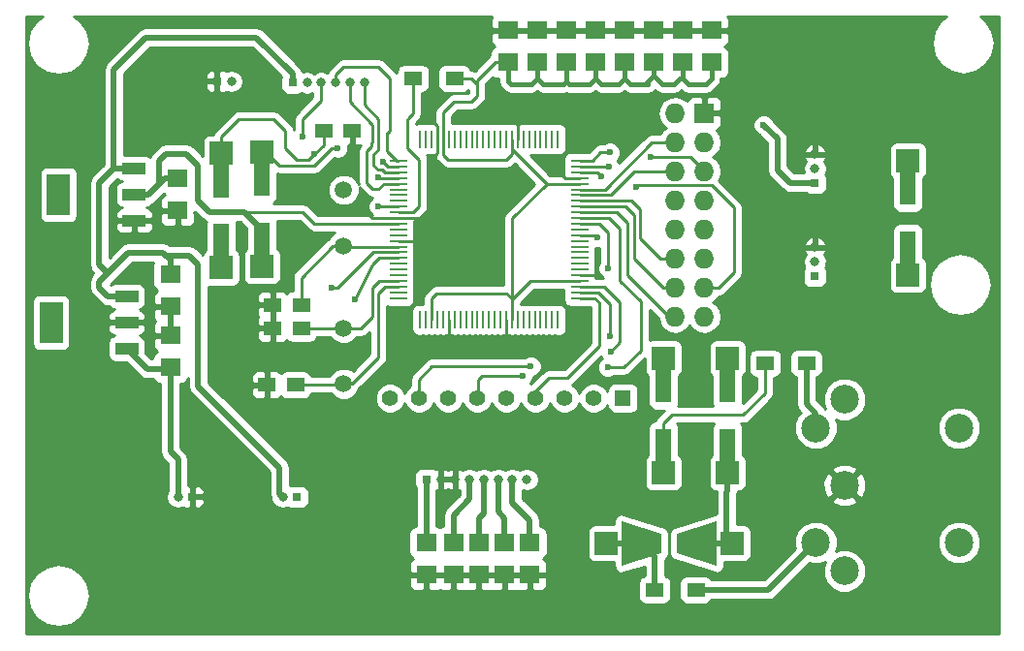
<source format=gbr>
G04 #@! TF.FileFunction,Copper,L1,Top,Signal*
%FSLAX46Y46*%
G04 Gerber Fmt 4.6, Leading zero omitted, Abs format (unit mm)*
G04 Created by KiCad (PCBNEW 4.0.2-stable) date 09/08/2016 22:56:37*
%MOMM*%
G01*
G04 APERTURE LIST*
%ADD10C,0.100000*%
%ADD11R,1.500000X0.280000*%
%ADD12R,0.280000X1.500000*%
%ADD13R,1.600200X1.198880*%
%ADD14R,1.803400X1.600200*%
%ADD15R,1.500000X1.250000*%
%ADD16C,2.499360*%
%ADD17R,1.397000X1.397000*%
%ADD18C,1.397000*%
%ADD19R,1.399540X2.999740*%
%ADD20R,1.998980X1.998980*%
%ADD21R,2.032000X3.657600*%
%ADD22R,2.032000X1.016000*%
%ADD23R,0.800000X0.800000*%
%ADD24O,0.800000X0.800000*%
%ADD25R,1.727200X1.727200*%
%ADD26O,1.727200X1.727200*%
%ADD27C,1.501140*%
%ADD28C,0.600000*%
%ADD29C,0.254000*%
%ADD30C,0.508000*%
%ADD31C,0.381000*%
G04 APERTURE END LIST*
D10*
D11*
X139928000Y-88996000D03*
X139928000Y-89496000D03*
X139928000Y-89996000D03*
X139928000Y-90496000D03*
X139928000Y-90996000D03*
X139928000Y-91496000D03*
X139928000Y-91996000D03*
X139928000Y-92496000D03*
X139928000Y-92996000D03*
X139928000Y-93496000D03*
X139928000Y-93996000D03*
X139928000Y-94496000D03*
X139928000Y-94996000D03*
X139928000Y-95496000D03*
X139928000Y-95996000D03*
X139928000Y-96496000D03*
X139928000Y-96996000D03*
X139928000Y-97496000D03*
X139928000Y-97996000D03*
X139928000Y-98496000D03*
X139928000Y-98996000D03*
X139928000Y-99496000D03*
X139928000Y-99996000D03*
X139928000Y-100496000D03*
X139928000Y-100996000D03*
D12*
X141828000Y-102896000D03*
X142328000Y-102896000D03*
X142828000Y-102896000D03*
X143328000Y-102896000D03*
X143828000Y-102896000D03*
X144328000Y-102896000D03*
X144828000Y-102896000D03*
X145328000Y-102896000D03*
X145828000Y-102896000D03*
X146328000Y-102896000D03*
X146828000Y-102896000D03*
X147328000Y-102896000D03*
X147828000Y-102896000D03*
X148328000Y-102896000D03*
X148828000Y-102896000D03*
X149328000Y-102896000D03*
X149828000Y-102896000D03*
X150328000Y-102896000D03*
X150828000Y-102896000D03*
X151328000Y-102896000D03*
X151828000Y-102896000D03*
X152328000Y-102896000D03*
X152828000Y-102896000D03*
X153328000Y-102896000D03*
X153828000Y-102896000D03*
D11*
X155728000Y-100996000D03*
X155728000Y-100496000D03*
X155728000Y-99996000D03*
X155728000Y-99496000D03*
X155728000Y-98996000D03*
X155728000Y-98496000D03*
X155728000Y-97996000D03*
X155728000Y-97496000D03*
X155728000Y-96996000D03*
X155728000Y-96496000D03*
X155728000Y-95996000D03*
X155728000Y-95496000D03*
X155728000Y-94996000D03*
X155728000Y-94496000D03*
X155728000Y-93996000D03*
X155728000Y-93496000D03*
X155728000Y-92996000D03*
X155728000Y-92496000D03*
X155728000Y-91996000D03*
X155728000Y-91496000D03*
X155728000Y-90996000D03*
X155728000Y-90496000D03*
X155728000Y-89996000D03*
X155728000Y-89496000D03*
X155728000Y-88996000D03*
D12*
X153828000Y-87096000D03*
X153328000Y-87096000D03*
X152828000Y-87096000D03*
X152328000Y-87096000D03*
X151828000Y-87096000D03*
X151328000Y-87096000D03*
X150828000Y-87096000D03*
X150328000Y-87096000D03*
X149828000Y-87096000D03*
X149328000Y-87096000D03*
X148828000Y-87096000D03*
X148328000Y-87096000D03*
X147828000Y-87096000D03*
X147328000Y-87096000D03*
X146828000Y-87096000D03*
X146328000Y-87096000D03*
X145828000Y-87096000D03*
X145328000Y-87096000D03*
X144828000Y-87096000D03*
X144328000Y-87096000D03*
X143828000Y-87096000D03*
X143328000Y-87096000D03*
X142828000Y-87096000D03*
X142328000Y-87096000D03*
X141828000Y-87096000D03*
D13*
X141201140Y-81788000D03*
X144802860Y-81788000D03*
D14*
X142367000Y-125158500D03*
X142367000Y-122364500D03*
X144716500Y-125158500D03*
X144716500Y-122364500D03*
X146939000Y-125158500D03*
X146939000Y-122364500D03*
X149161500Y-125158500D03*
X149161500Y-122364500D03*
X151384000Y-125158500D03*
X151384000Y-122364500D03*
X120015000Y-107061000D03*
X120015000Y-104267000D03*
X120015000Y-98933000D03*
X120015000Y-101727000D03*
X120650000Y-90551000D03*
X120650000Y-93345000D03*
D15*
X128925000Y-101600000D03*
X131425000Y-101600000D03*
X135870000Y-86360000D03*
X133370000Y-86360000D03*
X128925000Y-103632000D03*
X131425000Y-103632000D03*
X128417000Y-108585000D03*
X130917000Y-108585000D03*
D14*
X149479000Y-77597000D03*
X149479000Y-80391000D03*
X152019000Y-77597000D03*
X152019000Y-80391000D03*
X154559000Y-77597000D03*
X154559000Y-80391000D03*
X157099000Y-77597000D03*
X157099000Y-80391000D03*
X159639000Y-77597000D03*
X159639000Y-80391000D03*
X162179000Y-77597000D03*
X162179000Y-80391000D03*
X164719000Y-77597000D03*
X164719000Y-80391000D03*
X167259000Y-77597000D03*
X167259000Y-80391000D03*
D13*
X162283140Y-126492000D03*
X165884860Y-126492000D03*
X175536860Y-106680000D03*
X171935140Y-106680000D03*
D16*
X178866800Y-124846080D03*
X176364900Y-112351820D03*
X178864260Y-117348000D03*
X178866800Y-109849920D03*
X176364900Y-122344180D03*
X188861700Y-112346740D03*
X188861700Y-122349260D03*
D17*
X159512000Y-109728000D03*
D18*
X156972000Y-109728000D03*
X154432000Y-109728000D03*
X151892000Y-109728000D03*
X149352000Y-109728000D03*
X146812000Y-109728000D03*
X144272000Y-109728000D03*
X141732000Y-109728000D03*
X139192000Y-109728000D03*
D19*
X168656000Y-108651040D03*
X168656000Y-113852960D03*
D20*
X168656000Y-106250740D03*
X168656000Y-116253260D03*
D10*
G36*
X167739060Y-120478550D02*
X167739060Y-124377450D01*
X164238940Y-123277630D01*
X164238940Y-121578370D01*
X167739060Y-120478550D01*
X167739060Y-120478550D01*
G37*
G36*
X159412940Y-124377450D02*
X159412940Y-120478550D01*
X162913060Y-121578370D01*
X162913060Y-123277630D01*
X159412940Y-124377450D01*
X159412940Y-124377450D01*
G37*
D20*
X169077640Y-122428000D03*
X158074360Y-122428000D03*
D19*
X163068000Y-113852960D03*
X163068000Y-108651040D03*
D20*
X163068000Y-116253260D03*
X163068000Y-106250740D03*
D19*
X184404000Y-91379040D03*
X184404000Y-96580960D03*
D20*
X184404000Y-88978740D03*
X184404000Y-98981260D03*
D19*
X128016000Y-95818960D03*
X128016000Y-90617040D03*
D20*
X128016000Y-98219260D03*
X128016000Y-88216740D03*
D19*
X124460000Y-90744040D03*
X124460000Y-95945960D03*
D20*
X124460000Y-88343740D03*
X124460000Y-98346260D03*
D21*
X110236000Y-91948000D03*
D22*
X116840000Y-91948000D03*
X116840000Y-89662000D03*
X116840000Y-94234000D03*
D21*
X109601000Y-103124000D03*
D22*
X116205000Y-103124000D03*
X116205000Y-100838000D03*
X116205000Y-105410000D03*
D23*
X142367000Y-116840000D03*
D24*
X143617000Y-116840000D03*
X144867000Y-116840000D03*
X146117000Y-116840000D03*
X147367000Y-116840000D03*
X148617000Y-116840000D03*
X149867000Y-116840000D03*
X151117000Y-116840000D03*
D25*
X166624000Y-84836000D03*
D26*
X164084000Y-84836000D03*
X166624000Y-87376000D03*
X164084000Y-87376000D03*
X166624000Y-89916000D03*
X164084000Y-89916000D03*
X166624000Y-92456000D03*
X164084000Y-92456000D03*
X166624000Y-94996000D03*
X164084000Y-94996000D03*
X166624000Y-97536000D03*
X164084000Y-97536000D03*
X166624000Y-100076000D03*
X164084000Y-100076000D03*
X166624000Y-102616000D03*
X164084000Y-102616000D03*
D23*
X130683000Y-82169000D03*
D24*
X131933000Y-82169000D03*
X133183000Y-82169000D03*
X134433000Y-82169000D03*
X135683000Y-82169000D03*
X136933000Y-82169000D03*
D23*
X131064000Y-118364000D03*
D24*
X129814000Y-118364000D03*
D23*
X124079000Y-82042000D03*
D24*
X125329000Y-82042000D03*
D27*
X135128000Y-91539060D03*
X135128000Y-96420940D03*
X135128000Y-108485940D03*
X135128000Y-103604060D03*
D23*
X176276000Y-90932000D03*
D24*
X176276000Y-89682000D03*
X176276000Y-88432000D03*
D23*
X176276000Y-99060000D03*
D24*
X176276000Y-97810000D03*
X176276000Y-96560000D03*
D23*
X121920000Y-118364000D03*
D24*
X120670000Y-118364000D03*
D28*
X157480000Y-99060000D03*
X120396000Y-95504000D03*
X151485600Y-106934000D03*
X158191200Y-107035600D03*
X158394400Y-104292400D03*
X150774400Y-107797600D03*
X158242000Y-98399600D03*
X158445200Y-105664000D03*
X171805600Y-85852000D03*
X132588000Y-88392000D03*
X161975800Y-88646000D03*
X158369000Y-88265000D03*
X158292800Y-89509600D03*
X160680400Y-91287600D03*
X157632400Y-90373200D03*
X138582400Y-89052400D03*
X131572000Y-86868000D03*
X134112000Y-100076000D03*
X138176000Y-92964000D03*
X157276800Y-95656400D03*
X134620000Y-87884000D03*
X138176000Y-90424000D03*
X136144000Y-101092000D03*
D29*
X155728000Y-98996000D02*
X157416000Y-98996000D01*
X157416000Y-98996000D02*
X157480000Y-99060000D01*
X149328000Y-102896000D02*
X149328000Y-104624000D01*
X149328000Y-104624000D02*
X149352000Y-104648000D01*
X144328000Y-102896000D02*
X144328000Y-105100000D01*
X144328000Y-105100000D02*
X144272000Y-105156000D01*
X155728000Y-90496000D02*
X154504000Y-90496000D01*
X154504000Y-90496000D02*
X153924000Y-89916000D01*
X120650000Y-93345000D02*
X120650000Y-95250000D01*
X120650000Y-95250000D02*
X120396000Y-95504000D01*
X139928000Y-93996000D02*
X137684000Y-93996000D01*
X137684000Y-93996000D02*
X137160000Y-93472000D01*
X139928000Y-95996000D02*
X142224000Y-95996000D01*
X142224000Y-95996000D02*
X142240000Y-96012000D01*
X139928000Y-93996000D02*
X142732000Y-93996000D01*
X142732000Y-93996000D02*
X142748000Y-93980000D01*
X143328000Y-87096000D02*
X143328000Y-88320000D01*
X143328000Y-88320000D02*
X142748000Y-88900000D01*
X143328000Y-87096000D02*
X143328000Y-85924000D01*
X143328000Y-85924000D02*
X142748000Y-85344000D01*
X150328000Y-87096000D02*
X150328000Y-85384000D01*
X150328000Y-85384000D02*
X150368000Y-85344000D01*
X149542500Y-124712500D02*
X149542500Y-124904500D01*
X155728000Y-93996000D02*
X158308800Y-93996000D01*
X141732000Y-108102400D02*
X141732000Y-109728000D01*
X142849600Y-106984800D02*
X141732000Y-108102400D01*
X151434800Y-106984800D02*
X142849600Y-106984800D01*
X151485600Y-106934000D02*
X151434800Y-106984800D01*
X159613600Y-107035600D02*
X158191200Y-107035600D01*
X161086800Y-105562400D02*
X159613600Y-107035600D01*
X161086800Y-101295200D02*
X161086800Y-105562400D01*
X159258000Y-99466400D02*
X161086800Y-101295200D01*
X159258000Y-94945200D02*
X159258000Y-99466400D01*
X158308800Y-93996000D02*
X159258000Y-94945200D01*
D30*
X142367000Y-122364500D02*
X142367000Y-116840000D01*
D29*
X155728000Y-100496000D02*
X157392000Y-100496000D01*
X158394400Y-101498400D02*
X158394400Y-104292400D01*
X157392000Y-100496000D02*
X158394400Y-101498400D01*
D30*
X144716500Y-122364500D02*
X144716500Y-119951500D01*
X146117000Y-118551000D02*
X146117000Y-116840000D01*
X144716500Y-119951500D02*
X146117000Y-118551000D01*
D29*
X155728000Y-94496000D02*
X157488000Y-94496000D01*
X146862800Y-108153200D02*
X146862800Y-109677200D01*
X147218400Y-107797600D02*
X146862800Y-108153200D01*
X150774400Y-107797600D02*
X147218400Y-107797600D01*
X158242000Y-95250000D02*
X158242000Y-98399600D01*
X157488000Y-94496000D02*
X158242000Y-95250000D01*
X146862800Y-109677200D02*
X146812000Y-109728000D01*
D30*
X146939000Y-122364500D02*
X146939000Y-120269000D01*
X147367000Y-119841000D02*
X147367000Y-116840000D01*
X146939000Y-120269000D02*
X147367000Y-119841000D01*
D29*
X155728000Y-99996000D02*
X157908000Y-99996000D01*
X159258000Y-104851200D02*
X158445200Y-105664000D01*
X159258000Y-101346000D02*
X159258000Y-104851200D01*
X157908000Y-99996000D02*
X159258000Y-101346000D01*
D30*
X149161500Y-122364500D02*
X149161500Y-120205500D01*
X148617000Y-119661000D02*
X148617000Y-116840000D01*
X149161500Y-120205500D02*
X148617000Y-119661000D01*
D29*
X155728000Y-100996000D02*
X157028400Y-100996000D01*
X153060400Y-107950000D02*
X151892000Y-109118400D01*
X154686000Y-107950000D02*
X153060400Y-107950000D01*
X157429200Y-105206800D02*
X154686000Y-107950000D01*
X157429200Y-101396800D02*
X157429200Y-105206800D01*
X157028400Y-100996000D02*
X157429200Y-101396800D01*
X151892000Y-109118400D02*
X151892000Y-109728000D01*
D30*
X151384000Y-122364500D02*
X151384000Y-120396000D01*
X149860000Y-118872000D02*
X149860000Y-116847000D01*
X151384000Y-120396000D02*
X149860000Y-118872000D01*
X149860000Y-116847000D02*
X149867000Y-116840000D01*
X120015000Y-107061000D02*
X120015000Y-114427000D01*
X120670000Y-115082000D02*
X120670000Y-118364000D01*
X120015000Y-114427000D02*
X120670000Y-115082000D01*
X116205000Y-105410000D02*
X117983000Y-107188000D01*
X117983000Y-107188000D02*
X119888000Y-107188000D01*
X119888000Y-107188000D02*
X120015000Y-107061000D01*
X174142400Y-90932000D02*
X176276000Y-90932000D01*
X173024800Y-89814400D02*
X174142400Y-90932000D01*
X173024800Y-87071200D02*
X173024800Y-89814400D01*
X171805600Y-85852000D02*
X173024800Y-87071200D01*
D29*
X184404000Y-88470740D02*
X184404000Y-90871040D01*
D30*
X115062000Y-89662000D02*
X115062000Y-81026000D01*
X130683000Y-81407000D02*
X130683000Y-82169000D01*
X127508000Y-78232000D02*
X130683000Y-81407000D01*
X117856000Y-78232000D02*
X127508000Y-78232000D01*
X115062000Y-81026000D02*
X117856000Y-78232000D01*
X119634000Y-97282000D02*
X121666000Y-97282000D01*
X129540000Y-115824000D02*
X129540000Y-118090000D01*
X122428000Y-108712000D02*
X129540000Y-115824000D01*
X122428000Y-98044000D02*
X122428000Y-108712000D01*
X121666000Y-97282000D02*
X122428000Y-98044000D01*
X129540000Y-118090000D02*
X129814000Y-118364000D01*
X114554000Y-98806000D02*
X113792000Y-99568000D01*
X113792000Y-98044000D02*
X114300000Y-98552000D01*
X114300000Y-98552000D02*
X114554000Y-98806000D01*
X114554000Y-98806000D02*
X114808000Y-98552000D01*
X120015000Y-97663000D02*
X120015000Y-98933000D01*
X114808000Y-98552000D02*
X116332000Y-97028000D01*
X116332000Y-97028000D02*
X119380000Y-97028000D01*
X119380000Y-97028000D02*
X119634000Y-97282000D01*
X119634000Y-97282000D02*
X120015000Y-97663000D01*
X116205000Y-100838000D02*
X114554000Y-100838000D01*
X114554000Y-100838000D02*
X113792000Y-100076000D01*
X113792000Y-100076000D02*
X113792000Y-99568000D01*
X115062000Y-89662000D02*
X116840000Y-89662000D01*
X113792000Y-90932000D02*
X115062000Y-89662000D01*
X113792000Y-98044000D02*
X113792000Y-90932000D01*
D29*
X168656000Y-106250740D02*
X168656000Y-108651040D01*
X139928000Y-94496000D02*
X132596000Y-94496000D01*
X131572000Y-93472000D02*
X126492000Y-93472000D01*
X132596000Y-94496000D02*
X131572000Y-93472000D01*
D30*
X118999000Y-91059000D02*
X118999000Y-89027000D01*
X119634000Y-88392000D02*
X120904000Y-88392000D01*
X118999000Y-89027000D02*
X119634000Y-88392000D01*
X128016000Y-95818960D02*
X128016000Y-94996000D01*
X128016000Y-94996000D02*
X126492000Y-93472000D01*
X126492000Y-93472000D02*
X123444000Y-93472000D01*
X123444000Y-93472000D02*
X122428000Y-92456000D01*
X122428000Y-92456000D02*
X122428000Y-89408000D01*
X122428000Y-89408000D02*
X121412000Y-88392000D01*
X121412000Y-88392000D02*
X120904000Y-88392000D01*
X128016000Y-98219260D02*
X128016000Y-95818960D01*
X116840000Y-91948000D02*
X118110000Y-91948000D01*
X119507000Y-90551000D02*
X120650000Y-90551000D01*
X118110000Y-91948000D02*
X118999000Y-91059000D01*
X118999000Y-91059000D02*
X119507000Y-90551000D01*
D29*
X135128000Y-96420940D02*
X134211060Y-96420940D01*
X131425000Y-99207000D02*
X131425000Y-101600000D01*
X134211060Y-96420940D02*
X131425000Y-99207000D01*
X139928000Y-96496000D02*
X135203060Y-96496000D01*
X135203060Y-96496000D02*
X135128000Y-96420940D01*
X124460000Y-88343740D02*
X124460000Y-86868000D01*
X133370000Y-87610000D02*
X133370000Y-86360000D01*
X132080000Y-88900000D02*
X132588000Y-88392000D01*
X132588000Y-88392000D02*
X133370000Y-87610000D01*
X131064000Y-88900000D02*
X132080000Y-88900000D01*
X130048000Y-87884000D02*
X131064000Y-88900000D01*
X130048000Y-86360000D02*
X130048000Y-87884000D01*
X129032000Y-85344000D02*
X130048000Y-86360000D01*
X125984000Y-85344000D02*
X129032000Y-85344000D01*
X124460000Y-86868000D02*
X125984000Y-85344000D01*
X124460000Y-88343740D02*
X124460000Y-90744040D01*
X131425000Y-103632000D02*
X135100060Y-103632000D01*
X135100060Y-103632000D02*
X135128000Y-103604060D01*
X135128000Y-103604060D02*
X136679940Y-103604060D01*
X138248000Y-99496000D02*
X137668000Y-100076000D01*
X137668000Y-100076000D02*
X137668000Y-102616000D01*
X137668000Y-102616000D02*
X136652000Y-103632000D01*
X138248000Y-99496000D02*
X139928000Y-99496000D01*
X136679940Y-103604060D02*
X136652000Y-103632000D01*
X130917000Y-108585000D02*
X135028940Y-108585000D01*
X135028940Y-108585000D02*
X135128000Y-108485940D01*
X139928000Y-99996000D02*
X138764000Y-99996000D01*
X138176000Y-106172000D02*
X135862060Y-108485940D01*
X138176000Y-100584000D02*
X138176000Y-106172000D01*
X138764000Y-99996000D02*
X138176000Y-100584000D01*
X135862060Y-108485940D02*
X135128000Y-108485940D01*
D30*
X158574740Y-122428000D02*
X161163000Y-122428000D01*
X161163000Y-122428000D02*
X162283140Y-123548140D01*
X162283140Y-123548140D02*
X162283140Y-126492000D01*
X165884860Y-126492000D02*
X172217080Y-126492000D01*
X172217080Y-126492000D02*
X176364900Y-122344180D01*
X176364900Y-112351820D02*
X176364900Y-111086900D01*
X175536860Y-110258860D02*
X175536860Y-106680000D01*
X176364900Y-111086900D02*
X175536860Y-110258860D01*
X163068000Y-116253260D02*
X163068000Y-113852960D01*
D29*
X163068000Y-113852960D02*
X163068000Y-111912400D01*
X171935140Y-109293660D02*
X171935140Y-106680000D01*
X170027600Y-111201200D02*
X171935140Y-109293660D01*
X163779200Y-111201200D02*
X170027600Y-111201200D01*
X163068000Y-111912400D02*
X163779200Y-111201200D01*
X140716000Y-87376000D02*
X140716000Y-85394800D01*
X140766800Y-85344000D02*
X140766800Y-85293200D01*
X140716000Y-85394800D02*
X140766800Y-85344000D01*
X140716000Y-87884000D02*
X140716000Y-87376000D01*
X141201140Y-81788000D02*
X141201140Y-84858860D01*
X141201140Y-84858860D02*
X140766800Y-85293200D01*
X141224000Y-93472000D02*
X139952000Y-93472000D01*
X141732000Y-92964000D02*
X141224000Y-93472000D01*
X141732000Y-92456000D02*
X141732000Y-92964000D01*
X141732000Y-88900000D02*
X141732000Y-92456000D01*
X140716000Y-87884000D02*
X141732000Y-88900000D01*
X139952000Y-93472000D02*
X139928000Y-93496000D01*
X139904000Y-93472000D02*
X139928000Y-93496000D01*
X155728000Y-91496000D02*
X157932000Y-91496000D01*
X162052000Y-87376000D02*
X164084000Y-87376000D01*
X157932000Y-91496000D02*
X162052000Y-87376000D01*
X155728000Y-88996000D02*
X156825200Y-88996000D01*
X165455600Y-88646000D02*
X166624000Y-89814400D01*
X165455600Y-88646000D02*
X161975800Y-88646000D01*
X157556200Y-88265000D02*
X158369000Y-88265000D01*
X156825200Y-88996000D02*
X157556200Y-88265000D01*
X166624000Y-89916000D02*
X166624000Y-89814400D01*
X155728000Y-91996000D02*
X158448000Y-91996000D01*
X160528000Y-89916000D02*
X164084000Y-89916000D01*
X158448000Y-91996000D02*
X160528000Y-89916000D01*
X158292800Y-89509600D02*
X158279200Y-89496000D01*
X158279200Y-89496000D02*
X155728000Y-89496000D01*
X164084000Y-97536000D02*
X162763200Y-97536000D01*
X160263200Y-92496000D02*
X155728000Y-92496000D01*
X161036000Y-93268800D02*
X160263200Y-92496000D01*
X161036000Y-95808800D02*
X161036000Y-93268800D01*
X162763200Y-97536000D02*
X161036000Y-95808800D01*
X155728000Y-89996000D02*
X157255200Y-89996000D01*
X167894000Y-100076000D02*
X166624000Y-100076000D01*
X169214800Y-98755200D02*
X167894000Y-100076000D01*
X169214800Y-93065600D02*
X169214800Y-98755200D01*
X167284400Y-91135200D02*
X169214800Y-93065600D01*
X160832800Y-91135200D02*
X167284400Y-91135200D01*
X160680400Y-91287600D02*
X160832800Y-91135200D01*
X157255200Y-89996000D02*
X157632400Y-90373200D01*
X164084000Y-100076000D02*
X163017200Y-100076000D01*
X159747200Y-92996000D02*
X155728000Y-92996000D01*
X160477200Y-93726000D02*
X159747200Y-92996000D01*
X160477200Y-97536000D02*
X160477200Y-93726000D01*
X163017200Y-100076000D02*
X160477200Y-97536000D01*
X164084000Y-102616000D02*
X163525200Y-102616000D01*
X163525200Y-102616000D02*
X159918400Y-99009200D01*
X159918400Y-99009200D02*
X159918400Y-94437200D01*
X159918400Y-94437200D02*
X158977200Y-93496000D01*
X158977200Y-93496000D02*
X155728000Y-93496000D01*
X139928000Y-88996000D02*
X139796000Y-88996000D01*
X139796000Y-88996000D02*
X138938000Y-88138000D01*
X138938000Y-88138000D02*
X138938000Y-86614000D01*
X138938000Y-86614000D02*
X138938000Y-86563200D01*
X138938000Y-86563200D02*
X138938000Y-86614000D01*
X134433000Y-82169000D02*
X134433000Y-81467000D01*
X139192000Y-86360000D02*
X138938000Y-86614000D01*
X139192000Y-81788000D02*
X139192000Y-86360000D01*
X138176000Y-80772000D02*
X139192000Y-81788000D01*
X135128000Y-80772000D02*
X138176000Y-80772000D01*
X134433000Y-81467000D02*
X135128000Y-80772000D01*
X137160000Y-90424000D02*
X137160000Y-88138000D01*
X137566400Y-87426800D02*
X137668000Y-87426800D01*
X137566400Y-87731600D02*
X137566400Y-87426800D01*
X137160000Y-88138000D02*
X137566400Y-87731600D01*
X138620000Y-90996000D02*
X138748000Y-90996000D01*
X138176000Y-91440000D02*
X138620000Y-90996000D01*
X137668000Y-91440000D02*
X138176000Y-91440000D01*
X137160000Y-90932000D02*
X137668000Y-91440000D01*
X137160000Y-90424000D02*
X137160000Y-90932000D01*
X135683000Y-82169000D02*
X135683000Y-83867000D01*
X137668000Y-85852000D02*
X137668000Y-87426800D01*
X135683000Y-83867000D02*
X137668000Y-85852000D01*
X138748000Y-90996000D02*
X139928000Y-90996000D01*
X139928000Y-89496000D02*
X139026000Y-89496000D01*
X139026000Y-89496000D02*
X138582400Y-89052400D01*
X138531600Y-89763600D02*
X138125200Y-89763600D01*
X137769600Y-88442800D02*
X138176000Y-88036400D01*
X137769600Y-89408000D02*
X137769600Y-88442800D01*
X138125200Y-89763600D02*
X137769600Y-89408000D01*
X136933000Y-82169000D02*
X136933000Y-84101000D01*
X138176000Y-85344000D02*
X138176000Y-88036400D01*
X136933000Y-84101000D02*
X138176000Y-85344000D01*
X138764000Y-89996000D02*
X139928000Y-89996000D01*
X138531600Y-89763600D02*
X138764000Y-89996000D01*
X135128000Y-99568000D02*
X134620000Y-100076000D01*
X138716000Y-96996000D02*
X137700000Y-96996000D01*
X137700000Y-96996000D02*
X135128000Y-99568000D01*
X133183000Y-82169000D02*
X133183000Y-83733000D01*
X133183000Y-83733000D02*
X131572000Y-85344000D01*
X131572000Y-85344000D02*
X131572000Y-86868000D01*
X134112000Y-100076000D02*
X134620000Y-100076000D01*
X138716000Y-96996000D02*
X139928000Y-96996000D01*
X139928000Y-92996000D02*
X138208000Y-92996000D01*
X138208000Y-92996000D02*
X138176000Y-92964000D01*
D30*
X168656000Y-116253260D02*
X168656000Y-117856000D01*
X168577260Y-117934740D02*
X168577260Y-122428000D01*
X168656000Y-117856000D02*
X168577260Y-117934740D01*
X168577260Y-122428000D02*
X165989000Y-122428000D01*
X168656000Y-116253260D02*
X168656000Y-113852960D01*
D29*
X163068000Y-106250740D02*
X163068000Y-108651040D01*
X155728000Y-95496000D02*
X157116400Y-95496000D01*
X157116400Y-95496000D02*
X157276800Y-95656400D01*
X184404000Y-98473260D02*
X184404000Y-96072960D01*
X132588000Y-89408000D02*
X134112000Y-87884000D01*
X134112000Y-87884000D02*
X134620000Y-87884000D01*
X139928000Y-90496000D02*
X138248000Y-90496000D01*
X138248000Y-90496000D02*
X138176000Y-90424000D01*
X128016000Y-88216740D02*
X128348740Y-88216740D01*
X128348740Y-88216740D02*
X129540000Y-89408000D01*
X129540000Y-89408000D02*
X132588000Y-89408000D01*
X128016000Y-88216740D02*
X128016000Y-90617040D01*
X139928000Y-97496000D02*
X138216000Y-97496000D01*
X137668000Y-98044000D02*
X136144000Y-101092000D01*
X138216000Y-97496000D02*
X137668000Y-98044000D01*
X124460000Y-98346260D02*
X124460000Y-95945960D01*
X146812000Y-82296000D02*
X146812000Y-81940400D01*
X148361400Y-80391000D02*
X149479000Y-80391000D01*
X146812000Y-81940400D02*
X148361400Y-80391000D01*
X149828000Y-101092000D02*
X149828000Y-101060000D01*
X142828000Y-101012000D02*
X142828000Y-102896000D01*
X143256000Y-100584000D02*
X142828000Y-101012000D01*
X149352000Y-100584000D02*
X143256000Y-100584000D01*
X149828000Y-101060000D02*
X149352000Y-100584000D01*
X149828000Y-102108000D02*
X149828000Y-101092000D01*
X149828000Y-101092000D02*
X149828000Y-101124000D01*
X151456000Y-99496000D02*
X155728000Y-99496000D01*
X149828000Y-101124000D02*
X151456000Y-99496000D01*
X149828000Y-87884000D02*
X149828000Y-88424000D01*
X143828000Y-88456000D02*
X143828000Y-87096000D01*
X144272000Y-88900000D02*
X143828000Y-88456000D01*
X149352000Y-88900000D02*
X144272000Y-88900000D01*
X149828000Y-88424000D02*
X149352000Y-88900000D01*
X149828000Y-87096000D02*
X149828000Y-87884000D01*
X149828000Y-87884000D02*
X149828000Y-87980000D01*
X149828000Y-87980000D02*
X152844000Y-90996000D01*
X149828000Y-102896000D02*
X149828000Y-102108000D01*
X149828000Y-102108000D02*
X149828000Y-94012000D01*
X152844000Y-90996000D02*
X155728000Y-90996000D01*
X149828000Y-94012000D02*
X152844000Y-90996000D01*
X143828000Y-87096000D02*
X143828000Y-84772000D01*
X146812000Y-83312000D02*
X146812000Y-82804000D01*
X146304000Y-83820000D02*
X146812000Y-83312000D01*
X144780000Y-83820000D02*
X146304000Y-83820000D01*
X143828000Y-84772000D02*
X144780000Y-83820000D01*
X146812000Y-82804000D02*
X146812000Y-82296000D01*
X146304000Y-81788000D02*
X144802860Y-81788000D01*
X146812000Y-82296000D02*
X146304000Y-81788000D01*
D31*
X162179000Y-81534000D02*
X161417000Y-82296000D01*
X161417000Y-82296000D02*
X161671000Y-82296000D01*
X159639000Y-81788000D02*
X160147000Y-82296000D01*
X161671000Y-82296000D02*
X160147000Y-82296000D01*
X159639000Y-81788000D02*
X159131000Y-82296000D01*
X159639000Y-81788000D02*
X159639000Y-80391000D01*
X157099000Y-81788000D02*
X157607000Y-82296000D01*
X159131000Y-82296000D02*
X157607000Y-82296000D01*
X157099000Y-81788000D02*
X156591000Y-82296000D01*
X157099000Y-80391000D02*
X157099000Y-81788000D01*
X154559000Y-81788000D02*
X154559000Y-82042000D01*
X154559000Y-82042000D02*
X154813000Y-82296000D01*
X156591000Y-82296000D02*
X154813000Y-82296000D01*
X162941000Y-82296000D02*
X162179000Y-81534000D01*
X162179000Y-81534000D02*
X162179000Y-80391000D01*
X164719000Y-81788000D02*
X164465000Y-81788000D01*
X164465000Y-81788000D02*
X163957000Y-82296000D01*
X165227000Y-82296000D02*
X164719000Y-81788000D01*
X164719000Y-81788000D02*
X164719000Y-80391000D01*
X162941000Y-82296000D02*
X163957000Y-82296000D01*
X165227000Y-82296000D02*
X166751000Y-82296000D01*
X167259000Y-81788000D02*
X167259000Y-80391000D01*
X166751000Y-82296000D02*
X167259000Y-81788000D01*
X152019000Y-81788000D02*
X152527000Y-82296000D01*
X153289000Y-82296000D02*
X153797000Y-82296000D01*
X152527000Y-82296000D02*
X153289000Y-82296000D01*
X154559000Y-81788000D02*
X154559000Y-80391000D01*
X153797000Y-82296000D02*
X154305000Y-82296000D01*
X154305000Y-82296000D02*
X154559000Y-82042000D01*
X149479000Y-80391000D02*
X149479000Y-82042000D01*
X149479000Y-82042000D02*
X149733000Y-82296000D01*
X149733000Y-82296000D02*
X151511000Y-82296000D01*
X151511000Y-82296000D02*
X152019000Y-81788000D01*
X152019000Y-81788000D02*
X152019000Y-80391000D01*
D29*
G36*
X108285932Y-76789932D02*
X107688113Y-77684631D01*
X107478187Y-78740000D01*
X107688113Y-79795369D01*
X108285932Y-80690068D01*
X109180631Y-81287887D01*
X110236000Y-81497813D01*
X111291369Y-81287887D01*
X112186068Y-80690068D01*
X112783887Y-79795369D01*
X112993813Y-78740000D01*
X112783887Y-77684631D01*
X112186068Y-76789932D01*
X111605487Y-76402000D01*
X148074175Y-76402000D01*
X148038973Y-76437202D01*
X147942300Y-76670591D01*
X147942300Y-77311250D01*
X148101050Y-77470000D01*
X149352000Y-77470000D01*
X149352000Y-77450000D01*
X149606000Y-77450000D01*
X149606000Y-77470000D01*
X151892000Y-77470000D01*
X151892000Y-77450000D01*
X152146000Y-77450000D01*
X152146000Y-77470000D01*
X154432000Y-77470000D01*
X154432000Y-77450000D01*
X154686000Y-77450000D01*
X154686000Y-77470000D01*
X156972000Y-77470000D01*
X156972000Y-77450000D01*
X157226000Y-77450000D01*
X157226000Y-77470000D01*
X159512000Y-77470000D01*
X159512000Y-77450000D01*
X159766000Y-77450000D01*
X159766000Y-77470000D01*
X162052000Y-77470000D01*
X162052000Y-77450000D01*
X162306000Y-77450000D01*
X162306000Y-77470000D01*
X164592000Y-77470000D01*
X164592000Y-77450000D01*
X164846000Y-77450000D01*
X164846000Y-77470000D01*
X167132000Y-77470000D01*
X167132000Y-77450000D01*
X167386000Y-77450000D01*
X167386000Y-77470000D01*
X168636950Y-77470000D01*
X168795700Y-77311250D01*
X168795700Y-76670591D01*
X168699027Y-76437202D01*
X168663825Y-76402000D01*
X187765479Y-76402000D01*
X187279932Y-76726432D01*
X186682113Y-77621131D01*
X186472187Y-78676500D01*
X186682113Y-79731869D01*
X187279932Y-80626568D01*
X188174631Y-81224387D01*
X189230000Y-81434313D01*
X190285369Y-81224387D01*
X191180068Y-80626568D01*
X191777887Y-79731869D01*
X191987813Y-78676500D01*
X191777887Y-77621131D01*
X191180068Y-76726432D01*
X190694521Y-76402000D01*
X192330000Y-76402000D01*
X192330000Y-130354000D01*
X107390000Y-130354000D01*
X107390000Y-127000000D01*
X107478187Y-127000000D01*
X107688113Y-128055369D01*
X108285932Y-128950068D01*
X109180631Y-129547887D01*
X110236000Y-129757813D01*
X111291369Y-129547887D01*
X112186068Y-128950068D01*
X112783887Y-128055369D01*
X112993813Y-127000000D01*
X112783887Y-125944631D01*
X112449543Y-125444250D01*
X140830300Y-125444250D01*
X140830300Y-126084909D01*
X140926973Y-126318298D01*
X141105601Y-126496927D01*
X141338990Y-126593600D01*
X142081250Y-126593600D01*
X142240000Y-126434850D01*
X142240000Y-125285500D01*
X142494000Y-125285500D01*
X142494000Y-126434850D01*
X142652750Y-126593600D01*
X143395010Y-126593600D01*
X143541750Y-126532818D01*
X143688490Y-126593600D01*
X144430750Y-126593600D01*
X144589500Y-126434850D01*
X144589500Y-125285500D01*
X144843500Y-125285500D01*
X144843500Y-126434850D01*
X145002250Y-126593600D01*
X145744510Y-126593600D01*
X145827750Y-126559121D01*
X145910990Y-126593600D01*
X146653250Y-126593600D01*
X146812000Y-126434850D01*
X146812000Y-125285500D01*
X147066000Y-125285500D01*
X147066000Y-126434850D01*
X147224750Y-126593600D01*
X147967010Y-126593600D01*
X148050250Y-126559121D01*
X148133490Y-126593600D01*
X148875750Y-126593600D01*
X149034500Y-126434850D01*
X149034500Y-125285500D01*
X149288500Y-125285500D01*
X149288500Y-126434850D01*
X149447250Y-126593600D01*
X150189510Y-126593600D01*
X150272750Y-126559121D01*
X150355990Y-126593600D01*
X151098250Y-126593600D01*
X151257000Y-126434850D01*
X151257000Y-125285500D01*
X151511000Y-125285500D01*
X151511000Y-126434850D01*
X151669750Y-126593600D01*
X152412010Y-126593600D01*
X152645399Y-126496927D01*
X152824027Y-126318298D01*
X152920700Y-126084909D01*
X152920700Y-125444250D01*
X152761950Y-125285500D01*
X151511000Y-125285500D01*
X151257000Y-125285500D01*
X149288500Y-125285500D01*
X149034500Y-125285500D01*
X147066000Y-125285500D01*
X146812000Y-125285500D01*
X144843500Y-125285500D01*
X144589500Y-125285500D01*
X142494000Y-125285500D01*
X142240000Y-125285500D01*
X140989050Y-125285500D01*
X140830300Y-125444250D01*
X112449543Y-125444250D01*
X112186068Y-125049932D01*
X111291369Y-124452113D01*
X110236000Y-124242187D01*
X109180631Y-124452113D01*
X108285932Y-125049932D01*
X107688113Y-125944631D01*
X107478187Y-127000000D01*
X107390000Y-127000000D01*
X107390000Y-121564400D01*
X140817860Y-121564400D01*
X140817860Y-123164600D01*
X140862138Y-123399917D01*
X141001210Y-123616041D01*
X141213410Y-123761031D01*
X141236737Y-123765755D01*
X141105601Y-123820073D01*
X140926973Y-123998702D01*
X140830300Y-124232091D01*
X140830300Y-124872750D01*
X140989050Y-125031500D01*
X142240000Y-125031500D01*
X142240000Y-125011500D01*
X142494000Y-125011500D01*
X142494000Y-125031500D01*
X144589500Y-125031500D01*
X144589500Y-125011500D01*
X144843500Y-125011500D01*
X144843500Y-125031500D01*
X146812000Y-125031500D01*
X146812000Y-125011500D01*
X147066000Y-125011500D01*
X147066000Y-125031500D01*
X149034500Y-125031500D01*
X149034500Y-125011500D01*
X149288500Y-125011500D01*
X149288500Y-125031500D01*
X151257000Y-125031500D01*
X151257000Y-125011500D01*
X151511000Y-125011500D01*
X151511000Y-125031500D01*
X152761950Y-125031500D01*
X152920700Y-124872750D01*
X152920700Y-124232091D01*
X152824027Y-123998702D01*
X152645399Y-123820073D01*
X152519705Y-123768009D01*
X152521017Y-123767762D01*
X152737141Y-123628690D01*
X152882131Y-123416490D01*
X152933140Y-123164600D01*
X152933140Y-121564400D01*
X152907571Y-121428510D01*
X156427430Y-121428510D01*
X156427430Y-123427490D01*
X156471708Y-123662807D01*
X156610780Y-123878931D01*
X156822980Y-124023921D01*
X157074870Y-124074930D01*
X158765500Y-124074930D01*
X158765500Y-124377450D01*
X158790149Y-124554397D01*
X158908058Y-124782756D01*
X159105523Y-124947251D01*
X159351427Y-125021961D01*
X159607025Y-124995115D01*
X161394140Y-124433561D01*
X161394140Y-125261848D01*
X161247723Y-125289398D01*
X161031599Y-125428470D01*
X160886609Y-125640670D01*
X160835600Y-125892560D01*
X160835600Y-127091440D01*
X160879878Y-127326757D01*
X161018950Y-127542881D01*
X161231150Y-127687871D01*
X161483040Y-127738880D01*
X163083240Y-127738880D01*
X163318557Y-127694602D01*
X163534681Y-127555530D01*
X163679671Y-127343330D01*
X163730680Y-127091440D01*
X163730680Y-125892560D01*
X164437320Y-125892560D01*
X164437320Y-127091440D01*
X164481598Y-127326757D01*
X164620670Y-127542881D01*
X164832870Y-127687871D01*
X165084760Y-127738880D01*
X166684960Y-127738880D01*
X166920277Y-127694602D01*
X167136401Y-127555530D01*
X167255652Y-127381000D01*
X172217080Y-127381000D01*
X172557286Y-127313329D01*
X172845698Y-127120618D01*
X175811307Y-124155009D01*
X175988369Y-124228532D01*
X176738141Y-124229186D01*
X177153524Y-124057554D01*
X176982448Y-124469549D01*
X176981794Y-125219321D01*
X177268114Y-125912271D01*
X177797821Y-126442902D01*
X178490269Y-126730432D01*
X179240041Y-126731086D01*
X179932991Y-126444766D01*
X180463622Y-125915059D01*
X180751152Y-125222611D01*
X180751806Y-124472839D01*
X180465486Y-123779889D01*
X179935779Y-123249258D01*
X179243331Y-122961728D01*
X178493559Y-122961074D01*
X178078176Y-123132706D01*
X178248508Y-122722501D01*
X186976694Y-122722501D01*
X187263014Y-123415451D01*
X187792721Y-123946082D01*
X188485169Y-124233612D01*
X189234941Y-124234266D01*
X189927891Y-123947946D01*
X190458522Y-123418239D01*
X190746052Y-122725791D01*
X190746706Y-121976019D01*
X190460386Y-121283069D01*
X189930679Y-120752438D01*
X189238231Y-120464908D01*
X188488459Y-120464254D01*
X187795509Y-120750574D01*
X187264878Y-121280281D01*
X186977348Y-121972729D01*
X186976694Y-122722501D01*
X178248508Y-122722501D01*
X178249252Y-122720711D01*
X178249906Y-121970939D01*
X177963586Y-121277989D01*
X177433879Y-120747358D01*
X176741431Y-120459828D01*
X175991659Y-120459174D01*
X175298709Y-120745494D01*
X174768078Y-121275201D01*
X174480548Y-121967649D01*
X174479894Y-122717421D01*
X174554313Y-122897531D01*
X171848844Y-125603000D01*
X167253218Y-125603000D01*
X167149050Y-125441119D01*
X166936850Y-125296129D01*
X166684960Y-125245120D01*
X165084760Y-125245120D01*
X164849443Y-125289398D01*
X164633319Y-125428470D01*
X164488329Y-125640670D01*
X164437320Y-125892560D01*
X163730680Y-125892560D01*
X163686402Y-125657243D01*
X163547330Y-125441119D01*
X163335130Y-125296129D01*
X163172140Y-125263123D01*
X163172140Y-123856510D01*
X163364501Y-123741720D01*
X163509491Y-123529520D01*
X163560500Y-123277630D01*
X163560500Y-121578370D01*
X163491136Y-121286812D01*
X163332160Y-121084878D01*
X163107145Y-120960705D01*
X159607025Y-119860885D01*
X159430827Y-119831357D01*
X159177623Y-119875388D01*
X158961499Y-120014460D01*
X158816509Y-120226660D01*
X158765500Y-120478550D01*
X158765500Y-120781070D01*
X157074870Y-120781070D01*
X156839553Y-120825348D01*
X156623429Y-120964420D01*
X156478439Y-121176620D01*
X156427430Y-121428510D01*
X152907571Y-121428510D01*
X152888862Y-121329083D01*
X152749790Y-121112959D01*
X152537590Y-120967969D01*
X152285700Y-120916960D01*
X152273000Y-120916960D01*
X152273000Y-120396000D01*
X152205329Y-120055794D01*
X152012618Y-119767382D01*
X150749000Y-118503764D01*
X150749000Y-117805833D01*
X151096723Y-117875000D01*
X151137277Y-117875000D01*
X151533354Y-117796215D01*
X151869133Y-117571856D01*
X152093492Y-117236077D01*
X152172277Y-116840000D01*
X152093492Y-116443923D01*
X151869133Y-116108144D01*
X151533354Y-115883785D01*
X151137277Y-115805000D01*
X151096723Y-115805000D01*
X150700646Y-115883785D01*
X150492000Y-116023197D01*
X150283354Y-115883785D01*
X149887277Y-115805000D01*
X149846723Y-115805000D01*
X149450646Y-115883785D01*
X149242000Y-116023197D01*
X149033354Y-115883785D01*
X148637277Y-115805000D01*
X148596723Y-115805000D01*
X148200646Y-115883785D01*
X147992000Y-116023197D01*
X147783354Y-115883785D01*
X147387277Y-115805000D01*
X147346723Y-115805000D01*
X146950646Y-115883785D01*
X146742000Y-116023197D01*
X146533354Y-115883785D01*
X146137277Y-115805000D01*
X146096723Y-115805000D01*
X145700646Y-115883785D01*
X145494519Y-116021514D01*
X145153125Y-115845321D01*
X144994000Y-115971557D01*
X144994000Y-116713000D01*
X145014000Y-116713000D01*
X145014000Y-116967000D01*
X144994000Y-116967000D01*
X144994000Y-117708443D01*
X145153125Y-117834679D01*
X145228000Y-117796036D01*
X145228000Y-118182764D01*
X144087882Y-119322882D01*
X143895171Y-119611294D01*
X143827500Y-119951500D01*
X143827500Y-120916960D01*
X143814800Y-120916960D01*
X143579483Y-120961238D01*
X143544080Y-120984019D01*
X143520590Y-120967969D01*
X143268700Y-120916960D01*
X143256000Y-120916960D01*
X143256000Y-117796036D01*
X143330875Y-117834679D01*
X143490000Y-117708443D01*
X143490000Y-116967000D01*
X143744000Y-116967000D01*
X143744000Y-117708443D01*
X143903125Y-117834679D01*
X144242000Y-117659786D01*
X144580875Y-117834679D01*
X144740000Y-117708443D01*
X144740000Y-116967000D01*
X143744000Y-116967000D01*
X143490000Y-116967000D01*
X143470000Y-116967000D01*
X143470000Y-116713000D01*
X143490000Y-116713000D01*
X143490000Y-115971557D01*
X143744000Y-115971557D01*
X143744000Y-116713000D01*
X144740000Y-116713000D01*
X144740000Y-115971557D01*
X144580875Y-115845321D01*
X144242000Y-116020214D01*
X143903125Y-115845321D01*
X143744000Y-115971557D01*
X143490000Y-115971557D01*
X143330875Y-115845321D01*
X143154601Y-115936296D01*
X143018890Y-115843569D01*
X142767000Y-115792560D01*
X141967000Y-115792560D01*
X141731683Y-115836838D01*
X141515559Y-115975910D01*
X141370569Y-116188110D01*
X141319560Y-116440000D01*
X141319560Y-117240000D01*
X141363838Y-117475317D01*
X141478000Y-117652730D01*
X141478000Y-120916960D01*
X141465300Y-120916960D01*
X141229983Y-120961238D01*
X141013859Y-121100310D01*
X140868869Y-121312510D01*
X140817860Y-121564400D01*
X107390000Y-121564400D01*
X107390000Y-101295200D01*
X107937560Y-101295200D01*
X107937560Y-104952800D01*
X107981838Y-105188117D01*
X108120910Y-105404241D01*
X108333110Y-105549231D01*
X108585000Y-105600240D01*
X110617000Y-105600240D01*
X110852317Y-105555962D01*
X111068441Y-105416890D01*
X111213431Y-105204690D01*
X111264440Y-104952800D01*
X111264440Y-101295200D01*
X111220162Y-101059883D01*
X111081090Y-100843759D01*
X110868890Y-100698769D01*
X110617000Y-100647760D01*
X108585000Y-100647760D01*
X108349683Y-100692038D01*
X108133559Y-100831110D01*
X107988569Y-101043310D01*
X107937560Y-101295200D01*
X107390000Y-101295200D01*
X107390000Y-90119200D01*
X108572560Y-90119200D01*
X108572560Y-93776800D01*
X108616838Y-94012117D01*
X108755910Y-94228241D01*
X108968110Y-94373231D01*
X109220000Y-94424240D01*
X111252000Y-94424240D01*
X111487317Y-94379962D01*
X111703441Y-94240890D01*
X111848431Y-94028690D01*
X111899440Y-93776800D01*
X111899440Y-90932000D01*
X112903000Y-90932000D01*
X112903000Y-98044000D01*
X112970671Y-98384206D01*
X113128680Y-98620683D01*
X113163382Y-98672618D01*
X113296764Y-98806000D01*
X113163382Y-98939382D01*
X112970671Y-99227794D01*
X112903000Y-99568000D01*
X112903000Y-100076000D01*
X112970671Y-100416206D01*
X113116731Y-100634800D01*
X113163382Y-100704618D01*
X113925382Y-101466618D01*
X114213794Y-101659329D01*
X114554000Y-101727000D01*
X114679582Y-101727000D01*
X114724910Y-101797441D01*
X114937110Y-101942431D01*
X115127569Y-101981000D01*
X115062690Y-101981000D01*
X114829301Y-102077673D01*
X114650673Y-102256302D01*
X114554000Y-102489691D01*
X114554000Y-102838250D01*
X114712750Y-102997000D01*
X116078000Y-102997000D01*
X116078000Y-102977000D01*
X116332000Y-102977000D01*
X116332000Y-102997000D01*
X117697250Y-102997000D01*
X117856000Y-102838250D01*
X117856000Y-102489691D01*
X117759327Y-102256302D01*
X117580699Y-102077673D01*
X117423962Y-102012750D01*
X118478300Y-102012750D01*
X118478300Y-102653409D01*
X118574973Y-102886798D01*
X118685174Y-102997000D01*
X118574973Y-103107202D01*
X118478300Y-103340591D01*
X118478300Y-103981250D01*
X118637050Y-104140000D01*
X119888000Y-104140000D01*
X119888000Y-101854000D01*
X118637050Y-101854000D01*
X118478300Y-102012750D01*
X117423962Y-102012750D01*
X117347310Y-101981000D01*
X117287113Y-101981000D01*
X117456317Y-101949162D01*
X117672441Y-101810090D01*
X117817431Y-101597890D01*
X117868440Y-101346000D01*
X117868440Y-100330000D01*
X117824162Y-100094683D01*
X117685090Y-99878559D01*
X117472890Y-99733569D01*
X117221000Y-99682560D01*
X115189000Y-99682560D01*
X114953683Y-99726838D01*
X114799371Y-99826135D01*
X114795236Y-99822000D01*
X116700236Y-97917000D01*
X118509581Y-97917000D01*
X118465860Y-98132900D01*
X118465860Y-99733100D01*
X118510138Y-99968417D01*
X118649210Y-100184541D01*
X118861410Y-100329531D01*
X118884737Y-100334255D01*
X118753601Y-100388573D01*
X118574973Y-100567202D01*
X118478300Y-100800591D01*
X118478300Y-101441250D01*
X118637050Y-101600000D01*
X119888000Y-101600000D01*
X119888000Y-101580000D01*
X120142000Y-101580000D01*
X120142000Y-101600000D01*
X120162000Y-101600000D01*
X120162000Y-101854000D01*
X120142000Y-101854000D01*
X120142000Y-104140000D01*
X120162000Y-104140000D01*
X120162000Y-104394000D01*
X120142000Y-104394000D01*
X120142000Y-104414000D01*
X119888000Y-104414000D01*
X119888000Y-104394000D01*
X118637050Y-104394000D01*
X118478300Y-104552750D01*
X118478300Y-105193409D01*
X118574973Y-105426798D01*
X118753601Y-105605427D01*
X118879295Y-105657491D01*
X118877983Y-105657738D01*
X118661859Y-105796810D01*
X118516869Y-106009010D01*
X118465860Y-106260900D01*
X118465860Y-106299000D01*
X118351236Y-106299000D01*
X117868440Y-105816204D01*
X117868440Y-104902000D01*
X117824162Y-104666683D01*
X117685090Y-104450559D01*
X117472890Y-104305569D01*
X117282431Y-104267000D01*
X117347310Y-104267000D01*
X117580699Y-104170327D01*
X117759327Y-103991698D01*
X117856000Y-103758309D01*
X117856000Y-103409750D01*
X117697250Y-103251000D01*
X116332000Y-103251000D01*
X116332000Y-103271000D01*
X116078000Y-103271000D01*
X116078000Y-103251000D01*
X114712750Y-103251000D01*
X114554000Y-103409750D01*
X114554000Y-103758309D01*
X114650673Y-103991698D01*
X114829301Y-104170327D01*
X115062690Y-104267000D01*
X115122887Y-104267000D01*
X114953683Y-104298838D01*
X114737559Y-104437910D01*
X114592569Y-104650110D01*
X114541560Y-104902000D01*
X114541560Y-105918000D01*
X114585838Y-106153317D01*
X114724910Y-106369441D01*
X114937110Y-106514431D01*
X115189000Y-106565440D01*
X116103204Y-106565440D01*
X117354382Y-107816618D01*
X117642794Y-108009329D01*
X117983000Y-108077000D01*
X118506484Y-108077000D01*
X118510138Y-108096417D01*
X118649210Y-108312541D01*
X118861410Y-108457531D01*
X119113300Y-108508540D01*
X119126000Y-108508540D01*
X119126000Y-114427000D01*
X119193671Y-114767206D01*
X119305788Y-114935000D01*
X119386382Y-115055618D01*
X119781000Y-115450236D01*
X119781000Y-117836981D01*
X119693508Y-117967923D01*
X119614723Y-118364000D01*
X119693508Y-118760077D01*
X119917867Y-119095856D01*
X120253646Y-119320215D01*
X120649723Y-119399000D01*
X120690277Y-119399000D01*
X121086354Y-119320215D01*
X121141406Y-119283431D01*
X121160302Y-119302327D01*
X121393691Y-119399000D01*
X121634250Y-119399000D01*
X121793000Y-119240250D01*
X121793000Y-118491000D01*
X122047000Y-118491000D01*
X122047000Y-119240250D01*
X122205750Y-119399000D01*
X122446309Y-119399000D01*
X122679698Y-119302327D01*
X122858327Y-119123699D01*
X122955000Y-118890310D01*
X122955000Y-118649750D01*
X122796250Y-118491000D01*
X122047000Y-118491000D01*
X121793000Y-118491000D01*
X121773000Y-118491000D01*
X121773000Y-118237000D01*
X121793000Y-118237000D01*
X121793000Y-117487750D01*
X122047000Y-117487750D01*
X122047000Y-118237000D01*
X122796250Y-118237000D01*
X122955000Y-118078250D01*
X122955000Y-117837690D01*
X122858327Y-117604301D01*
X122679698Y-117425673D01*
X122446309Y-117329000D01*
X122205750Y-117329000D01*
X122047000Y-117487750D01*
X121793000Y-117487750D01*
X121634250Y-117329000D01*
X121559000Y-117329000D01*
X121559000Y-115082000D01*
X121491329Y-114741794D01*
X121298618Y-114453382D01*
X120904000Y-114058764D01*
X120904000Y-108508540D01*
X120916700Y-108508540D01*
X121152017Y-108464262D01*
X121368141Y-108325190D01*
X121513131Y-108112990D01*
X121539000Y-107985245D01*
X121539000Y-108712000D01*
X121606671Y-109052206D01*
X121753417Y-109271827D01*
X121799382Y-109340618D01*
X128651000Y-116192236D01*
X128651000Y-118090000D01*
X128718671Y-118430206D01*
X128794452Y-118543620D01*
X128837508Y-118760077D01*
X129061867Y-119095856D01*
X129397646Y-119320215D01*
X129793723Y-119399000D01*
X129834277Y-119399000D01*
X130230354Y-119320215D01*
X130292489Y-119278698D01*
X130412110Y-119360431D01*
X130664000Y-119411440D01*
X131464000Y-119411440D01*
X131699317Y-119367162D01*
X131915441Y-119228090D01*
X132060431Y-119015890D01*
X132111440Y-118764000D01*
X132111440Y-117964000D01*
X132067162Y-117728683D01*
X131928090Y-117512559D01*
X131715890Y-117367569D01*
X131464000Y-117316560D01*
X130664000Y-117316560D01*
X130429000Y-117360778D01*
X130429000Y-115824000D01*
X130361329Y-115483794D01*
X130168618Y-115195382D01*
X123843986Y-108870750D01*
X127032000Y-108870750D01*
X127032000Y-109336310D01*
X127128673Y-109569699D01*
X127307302Y-109748327D01*
X127540691Y-109845000D01*
X128131250Y-109845000D01*
X128290000Y-109686250D01*
X128290000Y-108712000D01*
X127190750Y-108712000D01*
X127032000Y-108870750D01*
X123843986Y-108870750D01*
X123317000Y-108343764D01*
X123317000Y-107833690D01*
X127032000Y-107833690D01*
X127032000Y-108299250D01*
X127190750Y-108458000D01*
X128290000Y-108458000D01*
X128290000Y-107483750D01*
X128131250Y-107325000D01*
X127540691Y-107325000D01*
X127307302Y-107421673D01*
X127128673Y-107600301D01*
X127032000Y-107833690D01*
X123317000Y-107833690D01*
X123317000Y-103917750D01*
X127540000Y-103917750D01*
X127540000Y-104383310D01*
X127636673Y-104616699D01*
X127815302Y-104795327D01*
X128048691Y-104892000D01*
X128639250Y-104892000D01*
X128798000Y-104733250D01*
X128798000Y-103759000D01*
X127698750Y-103759000D01*
X127540000Y-103917750D01*
X123317000Y-103917750D01*
X123317000Y-101885750D01*
X127540000Y-101885750D01*
X127540000Y-102351310D01*
X127636673Y-102584699D01*
X127667974Y-102616000D01*
X127636673Y-102647301D01*
X127540000Y-102880690D01*
X127540000Y-103346250D01*
X127698750Y-103505000D01*
X128798000Y-103505000D01*
X128798000Y-101727000D01*
X127698750Y-101727000D01*
X127540000Y-101885750D01*
X123317000Y-101885750D01*
X123317000Y-100848690D01*
X127540000Y-100848690D01*
X127540000Y-101314250D01*
X127698750Y-101473000D01*
X128798000Y-101473000D01*
X128798000Y-100498750D01*
X128639250Y-100340000D01*
X128048691Y-100340000D01*
X127815302Y-100436673D01*
X127636673Y-100615301D01*
X127540000Y-100848690D01*
X123317000Y-100848690D01*
X123317000Y-99964128D01*
X123460510Y-99993190D01*
X125459490Y-99993190D01*
X125694807Y-99948912D01*
X125910931Y-99809840D01*
X126055921Y-99597640D01*
X126106930Y-99345750D01*
X126106930Y-97346770D01*
X126062652Y-97111453D01*
X125923580Y-96895329D01*
X125807210Y-96815817D01*
X125807210Y-94446090D01*
X125791199Y-94361000D01*
X126123764Y-94361000D01*
X126668790Y-94906026D01*
X126668790Y-96688937D01*
X126565069Y-96755680D01*
X126420079Y-96967880D01*
X126369070Y-97219770D01*
X126369070Y-99218750D01*
X126413348Y-99454067D01*
X126552420Y-99670191D01*
X126764620Y-99815181D01*
X127016510Y-99866190D01*
X129015490Y-99866190D01*
X129250807Y-99821912D01*
X129466931Y-99682840D01*
X129611921Y-99470640D01*
X129662930Y-99218750D01*
X129662930Y-97219770D01*
X129618652Y-96984453D01*
X129479580Y-96768329D01*
X129363210Y-96688817D01*
X129363210Y-94319090D01*
X129347199Y-94234000D01*
X131256370Y-94234000D01*
X132057185Y-95034816D01*
X132185695Y-95120683D01*
X132304395Y-95199996D01*
X132596000Y-95258000D01*
X134331767Y-95258000D01*
X133954056Y-95635053D01*
X133920106Y-95716815D01*
X133919455Y-95716944D01*
X133769219Y-95817329D01*
X133672245Y-95882125D01*
X130886185Y-98668185D01*
X130721004Y-98915395D01*
X130663000Y-99207000D01*
X130663000Y-100329818D01*
X130439683Y-100371838D01*
X130223559Y-100510910D01*
X130177031Y-100579006D01*
X130034698Y-100436673D01*
X129801309Y-100340000D01*
X129210750Y-100340000D01*
X129052000Y-100498750D01*
X129052000Y-101473000D01*
X129072000Y-101473000D01*
X129072000Y-101727000D01*
X129052000Y-101727000D01*
X129052000Y-103505000D01*
X129072000Y-103505000D01*
X129072000Y-103759000D01*
X129052000Y-103759000D01*
X129052000Y-104733250D01*
X129210750Y-104892000D01*
X129801309Y-104892000D01*
X130034698Y-104795327D01*
X130175936Y-104654090D01*
X130210910Y-104708441D01*
X130423110Y-104853431D01*
X130675000Y-104904440D01*
X132175000Y-104904440D01*
X132410317Y-104860162D01*
X132626441Y-104721090D01*
X132771431Y-104508890D01*
X132794697Y-104394000D01*
X133958778Y-104394000D01*
X134342113Y-104778004D01*
X134851184Y-104989389D01*
X135402398Y-104989870D01*
X135911837Y-104779374D01*
X136301944Y-104389947D01*
X136311863Y-104366060D01*
X136511540Y-104366060D01*
X136652000Y-104393999D01*
X136943604Y-104335996D01*
X137190815Y-104170815D01*
X137414000Y-103947630D01*
X137414000Y-105856369D01*
X135936111Y-107334259D01*
X135913887Y-107311996D01*
X135404816Y-107100611D01*
X134853602Y-107100130D01*
X134344163Y-107310626D01*
X133954056Y-107700053D01*
X133903004Y-107823000D01*
X132288662Y-107823000D01*
X132270162Y-107724683D01*
X132131090Y-107508559D01*
X131918890Y-107363569D01*
X131667000Y-107312560D01*
X130167000Y-107312560D01*
X129931683Y-107356838D01*
X129715559Y-107495910D01*
X129669031Y-107564006D01*
X129526698Y-107421673D01*
X129293309Y-107325000D01*
X128702750Y-107325000D01*
X128544000Y-107483750D01*
X128544000Y-108458000D01*
X128564000Y-108458000D01*
X128564000Y-108712000D01*
X128544000Y-108712000D01*
X128544000Y-109686250D01*
X128702750Y-109845000D01*
X129293309Y-109845000D01*
X129526698Y-109748327D01*
X129667936Y-109607090D01*
X129702910Y-109661441D01*
X129915110Y-109806431D01*
X130167000Y-109857440D01*
X131667000Y-109857440D01*
X131902317Y-109813162D01*
X132118441Y-109674090D01*
X132263431Y-109461890D01*
X132286697Y-109347000D01*
X134029774Y-109347000D01*
X134342113Y-109659884D01*
X134851184Y-109871269D01*
X135402398Y-109871750D01*
X135911837Y-109661254D01*
X136301944Y-109271827D01*
X136407138Y-109018492D01*
X138714815Y-106710816D01*
X138879996Y-106463605D01*
X138891917Y-106403673D01*
X138938000Y-106172000D01*
X138938000Y-101734839D01*
X139178000Y-101783440D01*
X140678000Y-101783440D01*
X140913317Y-101739162D01*
X141129441Y-101600090D01*
X141274431Y-101387890D01*
X141325440Y-101136000D01*
X141325440Y-100856000D01*
X141303982Y-100741962D01*
X141325440Y-100636000D01*
X141325440Y-100356000D01*
X141303982Y-100241962D01*
X141325440Y-100136000D01*
X141325440Y-99856000D01*
X141303982Y-99741962D01*
X141325440Y-99636000D01*
X141325440Y-99356000D01*
X141303982Y-99241962D01*
X141325440Y-99136000D01*
X141325440Y-98856000D01*
X141303982Y-98741962D01*
X141325440Y-98636000D01*
X141325440Y-98356000D01*
X141303982Y-98241962D01*
X141325440Y-98136000D01*
X141325440Y-97856000D01*
X141303982Y-97741962D01*
X141325440Y-97636000D01*
X141325440Y-97356000D01*
X141303982Y-97241962D01*
X141325440Y-97136000D01*
X141325440Y-96856000D01*
X141303982Y-96741962D01*
X141325440Y-96636000D01*
X141325440Y-96356000D01*
X141309432Y-96270924D01*
X141313000Y-96262310D01*
X141313000Y-96224750D01*
X141297903Y-96209653D01*
X141281162Y-96120683D01*
X141200752Y-95995723D01*
X141274431Y-95887890D01*
X141295271Y-95784979D01*
X141313000Y-95767250D01*
X141313000Y-95729690D01*
X141308612Y-95719097D01*
X141325440Y-95636000D01*
X141325440Y-95356000D01*
X141303982Y-95241962D01*
X141325440Y-95136000D01*
X141325440Y-94856000D01*
X141303982Y-94741962D01*
X141325440Y-94636000D01*
X141325440Y-94356000D01*
X141309432Y-94270924D01*
X141313000Y-94262310D01*
X141313000Y-94224750D01*
X141305949Y-94217699D01*
X141515605Y-94175996D01*
X141762815Y-94010815D01*
X142270815Y-93502816D01*
X142435996Y-93255605D01*
X142440293Y-93234001D01*
X142494000Y-92964000D01*
X142494000Y-88900000D01*
X142435996Y-88608395D01*
X142359185Y-88493440D01*
X142468000Y-88493440D01*
X142582038Y-88471982D01*
X142688000Y-88493440D01*
X142968000Y-88493440D01*
X143053076Y-88477432D01*
X143061690Y-88481000D01*
X143070973Y-88481000D01*
X143124004Y-88747605D01*
X143264041Y-88957185D01*
X143289185Y-88994815D01*
X143733185Y-89438815D01*
X143980395Y-89603996D01*
X144272000Y-89662000D01*
X149352000Y-89662000D01*
X149643605Y-89603996D01*
X149890815Y-89438815D01*
X150050000Y-89279630D01*
X151766370Y-90996000D01*
X149289185Y-93473185D01*
X149124004Y-93720395D01*
X149066000Y-94012000D01*
X149066000Y-99822000D01*
X143256000Y-99822000D01*
X142964395Y-99880004D01*
X142717184Y-100045185D01*
X142289185Y-100473185D01*
X142124004Y-100720395D01*
X142066000Y-101012000D01*
X142066000Y-101518405D01*
X141968000Y-101498560D01*
X141688000Y-101498560D01*
X141452683Y-101542838D01*
X141236559Y-101681910D01*
X141091569Y-101894110D01*
X141040560Y-102146000D01*
X141040560Y-103646000D01*
X141084838Y-103881317D01*
X141223910Y-104097441D01*
X141436110Y-104242431D01*
X141688000Y-104293440D01*
X141968000Y-104293440D01*
X142082038Y-104271982D01*
X142188000Y-104293440D01*
X142468000Y-104293440D01*
X142582038Y-104271982D01*
X142688000Y-104293440D01*
X142968000Y-104293440D01*
X143082038Y-104271982D01*
X143188000Y-104293440D01*
X143468000Y-104293440D01*
X143582038Y-104271982D01*
X143688000Y-104293440D01*
X143968000Y-104293440D01*
X144053076Y-104277432D01*
X144061690Y-104281000D01*
X144099250Y-104281000D01*
X144114347Y-104265903D01*
X144203317Y-104249162D01*
X144328277Y-104168752D01*
X144436110Y-104242431D01*
X144539021Y-104263271D01*
X144556750Y-104281000D01*
X144594310Y-104281000D01*
X144604903Y-104276612D01*
X144688000Y-104293440D01*
X144968000Y-104293440D01*
X145082038Y-104271982D01*
X145188000Y-104293440D01*
X145468000Y-104293440D01*
X145582038Y-104271982D01*
X145688000Y-104293440D01*
X145968000Y-104293440D01*
X146082038Y-104271982D01*
X146188000Y-104293440D01*
X146468000Y-104293440D01*
X146582038Y-104271982D01*
X146688000Y-104293440D01*
X146968000Y-104293440D01*
X147082038Y-104271982D01*
X147188000Y-104293440D01*
X147468000Y-104293440D01*
X147582038Y-104271982D01*
X147688000Y-104293440D01*
X147968000Y-104293440D01*
X148082038Y-104271982D01*
X148188000Y-104293440D01*
X148468000Y-104293440D01*
X148582038Y-104271982D01*
X148688000Y-104293440D01*
X148968000Y-104293440D01*
X149053076Y-104277432D01*
X149061690Y-104281000D01*
X149099250Y-104281000D01*
X149114347Y-104265903D01*
X149203317Y-104249162D01*
X149328277Y-104168752D01*
X149436110Y-104242431D01*
X149539021Y-104263271D01*
X149556750Y-104281000D01*
X149594310Y-104281000D01*
X149604903Y-104276612D01*
X149688000Y-104293440D01*
X149968000Y-104293440D01*
X150082038Y-104271982D01*
X150188000Y-104293440D01*
X150468000Y-104293440D01*
X150582038Y-104271982D01*
X150688000Y-104293440D01*
X150968000Y-104293440D01*
X151082038Y-104271982D01*
X151188000Y-104293440D01*
X151468000Y-104293440D01*
X151582038Y-104271982D01*
X151688000Y-104293440D01*
X151968000Y-104293440D01*
X152082038Y-104271982D01*
X152188000Y-104293440D01*
X152468000Y-104293440D01*
X152582038Y-104271982D01*
X152688000Y-104293440D01*
X152968000Y-104293440D01*
X153082038Y-104271982D01*
X153188000Y-104293440D01*
X153468000Y-104293440D01*
X153582038Y-104271982D01*
X153688000Y-104293440D01*
X153968000Y-104293440D01*
X154203317Y-104249162D01*
X154419441Y-104110090D01*
X154564431Y-103897890D01*
X154615440Y-103646000D01*
X154615440Y-102146000D01*
X154571162Y-101910683D01*
X154432090Y-101694559D01*
X154219890Y-101549569D01*
X153968000Y-101498560D01*
X153688000Y-101498560D01*
X153573962Y-101520018D01*
X153468000Y-101498560D01*
X153188000Y-101498560D01*
X153073962Y-101520018D01*
X152968000Y-101498560D01*
X152688000Y-101498560D01*
X152573962Y-101520018D01*
X152468000Y-101498560D01*
X152188000Y-101498560D01*
X152073962Y-101520018D01*
X151968000Y-101498560D01*
X151688000Y-101498560D01*
X151573962Y-101520018D01*
X151468000Y-101498560D01*
X151188000Y-101498560D01*
X151073962Y-101520018D01*
X150968000Y-101498560D01*
X150688000Y-101498560D01*
X150590000Y-101517000D01*
X150590000Y-101439630D01*
X151771631Y-100258000D01*
X154350405Y-100258000D01*
X154330560Y-100356000D01*
X154330560Y-100636000D01*
X154352018Y-100750038D01*
X154330560Y-100856000D01*
X154330560Y-101136000D01*
X154374838Y-101371317D01*
X154513910Y-101587441D01*
X154726110Y-101732431D01*
X154978000Y-101783440D01*
X156478000Y-101783440D01*
X156613202Y-101758000D01*
X156667200Y-101758000D01*
X156667200Y-104891169D01*
X154370370Y-107188000D01*
X153060400Y-107188000D01*
X152768795Y-107246004D01*
X152521585Y-107411185D01*
X151475542Y-108457228D01*
X151409892Y-108484354D01*
X151566592Y-108327927D01*
X151709238Y-107984399D01*
X151709352Y-107853219D01*
X152014543Y-107727117D01*
X152277792Y-107464327D01*
X152420438Y-107120799D01*
X152420762Y-106748833D01*
X152278717Y-106405057D01*
X152015927Y-106141808D01*
X151672399Y-105999162D01*
X151300433Y-105998838D01*
X150956657Y-106140883D01*
X150874597Y-106222800D01*
X142849600Y-106222800D01*
X142594212Y-106273600D01*
X142557995Y-106280804D01*
X142310785Y-106445985D01*
X141193185Y-107563585D01*
X141028004Y-107810795D01*
X140970000Y-108102400D01*
X140970000Y-108604461D01*
X140602173Y-108971647D01*
X140461906Y-109309446D01*
X140323146Y-108973620D01*
X139948353Y-108598173D01*
X139458413Y-108394732D01*
X138927914Y-108394269D01*
X138437620Y-108596854D01*
X138062173Y-108971647D01*
X137858732Y-109461587D01*
X137858269Y-109992086D01*
X138060854Y-110482380D01*
X138435647Y-110857827D01*
X138925587Y-111061268D01*
X139456086Y-111061731D01*
X139946380Y-110859146D01*
X140321827Y-110484353D01*
X140462094Y-110146554D01*
X140600854Y-110482380D01*
X140975647Y-110857827D01*
X141465587Y-111061268D01*
X141996086Y-111061731D01*
X142486380Y-110859146D01*
X142861827Y-110484353D01*
X143002094Y-110146554D01*
X143140854Y-110482380D01*
X143515647Y-110857827D01*
X144005587Y-111061268D01*
X144536086Y-111061731D01*
X145026380Y-110859146D01*
X145401827Y-110484353D01*
X145542094Y-110146554D01*
X145680854Y-110482380D01*
X146055647Y-110857827D01*
X146545587Y-111061268D01*
X147076086Y-111061731D01*
X147566380Y-110859146D01*
X147941827Y-110484353D01*
X148082094Y-110146554D01*
X148220854Y-110482380D01*
X148595647Y-110857827D01*
X149085587Y-111061268D01*
X149616086Y-111061731D01*
X150106380Y-110859146D01*
X150481827Y-110484353D01*
X150622094Y-110146554D01*
X150760854Y-110482380D01*
X151135647Y-110857827D01*
X151625587Y-111061268D01*
X152156086Y-111061731D01*
X152646380Y-110859146D01*
X153021827Y-110484353D01*
X153162094Y-110146554D01*
X153300854Y-110482380D01*
X153675647Y-110857827D01*
X154165587Y-111061268D01*
X154696086Y-111061731D01*
X155186380Y-110859146D01*
X155561827Y-110484353D01*
X155702094Y-110146554D01*
X155840854Y-110482380D01*
X156215647Y-110857827D01*
X156705587Y-111061268D01*
X157236086Y-111061731D01*
X157726380Y-110859146D01*
X158101827Y-110484353D01*
X158166060Y-110329663D01*
X158166060Y-110426500D01*
X158210338Y-110661817D01*
X158349410Y-110877941D01*
X158561610Y-111022931D01*
X158813500Y-111073940D01*
X160210500Y-111073940D01*
X160445817Y-111029662D01*
X160661941Y-110890590D01*
X160806931Y-110678390D01*
X160857940Y-110426500D01*
X160857940Y-109029500D01*
X160813662Y-108794183D01*
X160674590Y-108578059D01*
X160462390Y-108433069D01*
X160210500Y-108382060D01*
X158813500Y-108382060D01*
X158578183Y-108426338D01*
X158362059Y-108565410D01*
X158217069Y-108777610D01*
X158166060Y-109029500D01*
X158166060Y-109125884D01*
X158103146Y-108973620D01*
X157728353Y-108598173D01*
X157238413Y-108394732D01*
X156707914Y-108394269D01*
X156217620Y-108596854D01*
X155842173Y-108971647D01*
X155701906Y-109309446D01*
X155563146Y-108973620D01*
X155188353Y-108598173D01*
X155109902Y-108565597D01*
X155224815Y-108488815D01*
X157613666Y-106099965D01*
X157652083Y-106192943D01*
X157690066Y-106230993D01*
X157662257Y-106242483D01*
X157399008Y-106505273D01*
X157256362Y-106848801D01*
X157256038Y-107220767D01*
X157398083Y-107564543D01*
X157660873Y-107827792D01*
X158004401Y-107970438D01*
X158376367Y-107970762D01*
X158720143Y-107828717D01*
X158751314Y-107797600D01*
X159613600Y-107797600D01*
X159905205Y-107739596D01*
X160152415Y-107574415D01*
X161421070Y-106305761D01*
X161421070Y-107250230D01*
X161465348Y-107485547D01*
X161604420Y-107701671D01*
X161720790Y-107781183D01*
X161720790Y-110150910D01*
X161765068Y-110386227D01*
X161904140Y-110602351D01*
X162116340Y-110747341D01*
X162368230Y-110798350D01*
X163104419Y-110798350D01*
X162529185Y-111373585D01*
X162364004Y-111620795D01*
X162346305Y-111709776D01*
X162132913Y-111749928D01*
X161916789Y-111889000D01*
X161771799Y-112101200D01*
X161720790Y-112353090D01*
X161720790Y-114722937D01*
X161617069Y-114789680D01*
X161472079Y-115001880D01*
X161421070Y-115253770D01*
X161421070Y-117252750D01*
X161465348Y-117488067D01*
X161604420Y-117704191D01*
X161816620Y-117849181D01*
X162068510Y-117900190D01*
X164067490Y-117900190D01*
X164302807Y-117855912D01*
X164518931Y-117716840D01*
X164663921Y-117504640D01*
X164714930Y-117252750D01*
X164714930Y-115253770D01*
X164670652Y-115018453D01*
X164531580Y-114802329D01*
X164415210Y-114722817D01*
X164415210Y-112353090D01*
X164370932Y-112117773D01*
X164271467Y-111963200D01*
X167454090Y-111963200D01*
X167359799Y-112101200D01*
X167308790Y-112353090D01*
X167308790Y-114722937D01*
X167205069Y-114789680D01*
X167060079Y-115001880D01*
X167009070Y-115253770D01*
X167009070Y-117252750D01*
X167053348Y-117488067D01*
X167192420Y-117704191D01*
X167404620Y-117849181D01*
X167656510Y-117900190D01*
X167695132Y-117900190D01*
X167688260Y-117934740D01*
X167688260Y-119845835D01*
X167544975Y-119860885D01*
X164044855Y-120960705D01*
X163787499Y-121114280D01*
X163642509Y-121326480D01*
X163591500Y-121578370D01*
X163591500Y-123277630D01*
X163660864Y-123569188D01*
X163819840Y-123771122D01*
X164044855Y-123895295D01*
X167544975Y-124995115D01*
X167721173Y-125024643D01*
X167974377Y-124980612D01*
X168190501Y-124841540D01*
X168335491Y-124629340D01*
X168386500Y-124377450D01*
X168386500Y-124074930D01*
X170077130Y-124074930D01*
X170312447Y-124030652D01*
X170528571Y-123891580D01*
X170673561Y-123679380D01*
X170724570Y-123427490D01*
X170724570Y-121428510D01*
X170680292Y-121193193D01*
X170541220Y-120977069D01*
X170329020Y-120832079D01*
X170077130Y-120781070D01*
X169466260Y-120781070D01*
X169466260Y-118681089D01*
X177710777Y-118681089D01*
X177839985Y-118973859D01*
X178540143Y-119242071D01*
X179289644Y-119221928D01*
X179888535Y-118973859D01*
X180017743Y-118681089D01*
X178864260Y-117527605D01*
X177710777Y-118681089D01*
X169466260Y-118681089D01*
X169466260Y-118212772D01*
X169477329Y-118196206D01*
X169536210Y-117900190D01*
X169655490Y-117900190D01*
X169890807Y-117855912D01*
X170106931Y-117716840D01*
X170251921Y-117504640D01*
X170302930Y-117252750D01*
X170302930Y-117023883D01*
X176970189Y-117023883D01*
X176990332Y-117773384D01*
X177238401Y-118372275D01*
X177531171Y-118501483D01*
X178684655Y-117348000D01*
X179043865Y-117348000D01*
X180197349Y-118501483D01*
X180490119Y-118372275D01*
X180758331Y-117672117D01*
X180738188Y-116922616D01*
X180490119Y-116323725D01*
X180197349Y-116194517D01*
X179043865Y-117348000D01*
X178684655Y-117348000D01*
X177531171Y-116194517D01*
X177238401Y-116323725D01*
X176970189Y-117023883D01*
X170302930Y-117023883D01*
X170302930Y-116014911D01*
X177710777Y-116014911D01*
X178864260Y-117168395D01*
X180017743Y-116014911D01*
X179888535Y-115722141D01*
X179188377Y-115453929D01*
X178438876Y-115474072D01*
X177839985Y-115722141D01*
X177710777Y-116014911D01*
X170302930Y-116014911D01*
X170302930Y-115253770D01*
X170258652Y-115018453D01*
X170119580Y-114802329D01*
X170003210Y-114722817D01*
X170003210Y-112353090D01*
X169958932Y-112117773D01*
X169859467Y-111963200D01*
X170027600Y-111963200D01*
X170319205Y-111905196D01*
X170566415Y-111740015D01*
X172473955Y-109832475D01*
X172543763Y-109728000D01*
X172639136Y-109585265D01*
X172697140Y-109293660D01*
X172697140Y-107926880D01*
X172735240Y-107926880D01*
X172970557Y-107882602D01*
X173186681Y-107743530D01*
X173331671Y-107531330D01*
X173382680Y-107279440D01*
X173382680Y-106080560D01*
X174089320Y-106080560D01*
X174089320Y-107279440D01*
X174133598Y-107514757D01*
X174272670Y-107730881D01*
X174484870Y-107875871D01*
X174647860Y-107908877D01*
X174647860Y-110258860D01*
X174715531Y-110599066D01*
X174888430Y-110857827D01*
X174908242Y-110887478D01*
X175036075Y-111015311D01*
X174768078Y-111282841D01*
X174480548Y-111975289D01*
X174479894Y-112725061D01*
X174766214Y-113418011D01*
X175295921Y-113948642D01*
X175988369Y-114236172D01*
X176738141Y-114236826D01*
X177431091Y-113950506D01*
X177961722Y-113420799D01*
X178249252Y-112728351D01*
X178249259Y-112719981D01*
X186976694Y-112719981D01*
X187263014Y-113412931D01*
X187792721Y-113943562D01*
X188485169Y-114231092D01*
X189234941Y-114231746D01*
X189927891Y-113945426D01*
X190458522Y-113415719D01*
X190746052Y-112723271D01*
X190746706Y-111973499D01*
X190460386Y-111280549D01*
X189930679Y-110749918D01*
X189238231Y-110462388D01*
X188488459Y-110461734D01*
X187795509Y-110748054D01*
X187264878Y-111277761D01*
X186977348Y-111970209D01*
X186976694Y-112719981D01*
X178249259Y-112719981D01*
X178249906Y-111978579D01*
X178078274Y-111563196D01*
X178490269Y-111734272D01*
X179240041Y-111734926D01*
X179932991Y-111448606D01*
X180463622Y-110918899D01*
X180751152Y-110226451D01*
X180751806Y-109476679D01*
X180465486Y-108783729D01*
X179935779Y-108253098D01*
X179243331Y-107965568D01*
X178493559Y-107964914D01*
X177800609Y-108251234D01*
X177269978Y-108780941D01*
X176982448Y-109473389D01*
X176981794Y-110223161D01*
X177153426Y-110638544D01*
X177098812Y-110615866D01*
X176993518Y-110458282D01*
X176425860Y-109890624D01*
X176425860Y-107910152D01*
X176572277Y-107882602D01*
X176788401Y-107743530D01*
X176933391Y-107531330D01*
X176984400Y-107279440D01*
X176984400Y-106080560D01*
X176940122Y-105845243D01*
X176801050Y-105629119D01*
X176588850Y-105484129D01*
X176336960Y-105433120D01*
X174736760Y-105433120D01*
X174501443Y-105477398D01*
X174285319Y-105616470D01*
X174140329Y-105828670D01*
X174089320Y-106080560D01*
X173382680Y-106080560D01*
X173338402Y-105845243D01*
X173199330Y-105629119D01*
X172987130Y-105484129D01*
X172735240Y-105433120D01*
X171135040Y-105433120D01*
X170899723Y-105477398D01*
X170683599Y-105616470D01*
X170538609Y-105828670D01*
X170487600Y-106080560D01*
X170487600Y-107279440D01*
X170531878Y-107514757D01*
X170670950Y-107730881D01*
X170883150Y-107875871D01*
X171135040Y-107926880D01*
X171173140Y-107926880D01*
X171173140Y-108978030D01*
X170003210Y-110147960D01*
X170003210Y-107781063D01*
X170106931Y-107714320D01*
X170251921Y-107502120D01*
X170302930Y-107250230D01*
X170302930Y-105251250D01*
X170258652Y-105015933D01*
X170119580Y-104799809D01*
X169907380Y-104654819D01*
X169655490Y-104603810D01*
X167656510Y-104603810D01*
X167421193Y-104648088D01*
X167205069Y-104787160D01*
X167060079Y-104999360D01*
X167009070Y-105251250D01*
X167009070Y-107250230D01*
X167053348Y-107485547D01*
X167192420Y-107701671D01*
X167308790Y-107781183D01*
X167308790Y-110150910D01*
X167353068Y-110386227D01*
X167387155Y-110439200D01*
X164339330Y-110439200D01*
X164364201Y-110402800D01*
X164415210Y-110150910D01*
X164415210Y-107781063D01*
X164518931Y-107714320D01*
X164663921Y-107502120D01*
X164714930Y-107250230D01*
X164714930Y-105251250D01*
X164670652Y-105015933D01*
X164531580Y-104799809D01*
X164319380Y-104654819D01*
X164067490Y-104603810D01*
X162068510Y-104603810D01*
X161848800Y-104645151D01*
X161848800Y-102017231D01*
X162582975Y-102751406D01*
X162670115Y-103189489D01*
X162994971Y-103675670D01*
X163481152Y-104000526D01*
X164054641Y-104114600D01*
X164113359Y-104114600D01*
X164686848Y-104000526D01*
X165173029Y-103675670D01*
X165354000Y-103404828D01*
X165534971Y-103675670D01*
X166021152Y-104000526D01*
X166594641Y-104114600D01*
X166653359Y-104114600D01*
X167226848Y-104000526D01*
X167713029Y-103675670D01*
X168037885Y-103189489D01*
X168151959Y-102616000D01*
X168037885Y-102042511D01*
X167713029Y-101556330D01*
X167398248Y-101346000D01*
X167713029Y-101135670D01*
X167914674Y-100833888D01*
X168185605Y-100779996D01*
X168432815Y-100614815D01*
X169753615Y-99294016D01*
X169918796Y-99046805D01*
X169926276Y-99009200D01*
X169976800Y-98755200D01*
X169976800Y-98660000D01*
X175228560Y-98660000D01*
X175228560Y-99460000D01*
X175272838Y-99695317D01*
X175411910Y-99911441D01*
X175624110Y-100056431D01*
X175876000Y-100107440D01*
X176676000Y-100107440D01*
X176911317Y-100063162D01*
X177127441Y-99924090D01*
X177272431Y-99711890D01*
X177323440Y-99460000D01*
X177323440Y-98660000D01*
X177279162Y-98424683D01*
X177191119Y-98287860D01*
X177232215Y-98226354D01*
X177280866Y-97981770D01*
X182757070Y-97981770D01*
X182757070Y-99980750D01*
X182801348Y-100216067D01*
X182940420Y-100432191D01*
X183152620Y-100577181D01*
X183404510Y-100628190D01*
X185403490Y-100628190D01*
X185638807Y-100583912D01*
X185854931Y-100444840D01*
X185999921Y-100232640D01*
X186050930Y-99980750D01*
X186050930Y-99822000D01*
X186218187Y-99822000D01*
X186428113Y-100877369D01*
X187025932Y-101772068D01*
X187920631Y-102369887D01*
X188976000Y-102579813D01*
X190031369Y-102369887D01*
X190926068Y-101772068D01*
X191523887Y-100877369D01*
X191733813Y-99822000D01*
X191523887Y-98766631D01*
X190926068Y-97871932D01*
X190031369Y-97274113D01*
X188976000Y-97064187D01*
X187920631Y-97274113D01*
X187025932Y-97871932D01*
X186428113Y-98766631D01*
X186218187Y-99822000D01*
X186050930Y-99822000D01*
X186050930Y-97981770D01*
X186006652Y-97746453D01*
X185867580Y-97530329D01*
X185751210Y-97450817D01*
X185751210Y-95081090D01*
X185706932Y-94845773D01*
X185567860Y-94629649D01*
X185355660Y-94484659D01*
X185103770Y-94433650D01*
X183704230Y-94433650D01*
X183468913Y-94477928D01*
X183252789Y-94617000D01*
X183107799Y-94829200D01*
X183056790Y-95081090D01*
X183056790Y-97450937D01*
X182953069Y-97517680D01*
X182808079Y-97729880D01*
X182757070Y-97981770D01*
X177280866Y-97981770D01*
X177311000Y-97830277D01*
X177311000Y-97789723D01*
X177232215Y-97393646D01*
X177094486Y-97187519D01*
X177270679Y-96846125D01*
X177144443Y-96687000D01*
X176403000Y-96687000D01*
X176403000Y-96707000D01*
X176149000Y-96707000D01*
X176149000Y-96687000D01*
X175407557Y-96687000D01*
X175281321Y-96846125D01*
X175457514Y-97187519D01*
X175319785Y-97393646D01*
X175241000Y-97789723D01*
X175241000Y-97830277D01*
X175319785Y-98226354D01*
X175361302Y-98288489D01*
X175279569Y-98408110D01*
X175228560Y-98660000D01*
X169976800Y-98660000D01*
X169976800Y-96273875D01*
X175281321Y-96273875D01*
X175407557Y-96433000D01*
X176149000Y-96433000D01*
X176149000Y-95693002D01*
X176403000Y-95693002D01*
X176403000Y-96433000D01*
X177144443Y-96433000D01*
X177270679Y-96273875D01*
X177085468Y-95915008D01*
X176777023Y-95654335D01*
X176562123Y-95565334D01*
X176403000Y-95693002D01*
X176149000Y-95693002D01*
X175989877Y-95565334D01*
X175774977Y-95654335D01*
X175466532Y-95915008D01*
X175281321Y-96273875D01*
X169976800Y-96273875D01*
X169976800Y-93065600D01*
X169918796Y-92773995D01*
X169753615Y-92526785D01*
X167909084Y-90682254D01*
X168037885Y-90489489D01*
X168151959Y-89916000D01*
X168037885Y-89342511D01*
X167713029Y-88856330D01*
X167398248Y-88646000D01*
X167713029Y-88435670D01*
X168037885Y-87949489D01*
X168151959Y-87376000D01*
X168037885Y-86802511D01*
X167713029Y-86316330D01*
X167691977Y-86302263D01*
X167847298Y-86237927D01*
X168025927Y-86059299D01*
X168035094Y-86037167D01*
X170870438Y-86037167D01*
X171012483Y-86380943D01*
X171275273Y-86644192D01*
X171386913Y-86690549D01*
X172135800Y-87439436D01*
X172135800Y-89814400D01*
X172203471Y-90154606D01*
X172370991Y-90405317D01*
X172396182Y-90443018D01*
X173513782Y-91560618D01*
X173802194Y-91753329D01*
X174142400Y-91821000D01*
X175466879Y-91821000D01*
X175624110Y-91928431D01*
X175876000Y-91979440D01*
X176676000Y-91979440D01*
X176911317Y-91935162D01*
X177127441Y-91796090D01*
X177272431Y-91583890D01*
X177323440Y-91332000D01*
X177323440Y-90532000D01*
X177279162Y-90296683D01*
X177191119Y-90159860D01*
X177232215Y-90098354D01*
X177311000Y-89702277D01*
X177311000Y-89661723D01*
X177232215Y-89265646D01*
X177094486Y-89059519D01*
X177270679Y-88718125D01*
X177144443Y-88559000D01*
X176403000Y-88559000D01*
X176403000Y-88579000D01*
X176149000Y-88579000D01*
X176149000Y-88559000D01*
X175407557Y-88559000D01*
X175281321Y-88718125D01*
X175457514Y-89059519D01*
X175319785Y-89265646D01*
X175241000Y-89661723D01*
X175241000Y-89702277D01*
X175308774Y-90043000D01*
X174510636Y-90043000D01*
X173913800Y-89446164D01*
X173913800Y-88145875D01*
X175281321Y-88145875D01*
X175407557Y-88305000D01*
X176149000Y-88305000D01*
X176149000Y-87565002D01*
X176403000Y-87565002D01*
X176403000Y-88305000D01*
X177144443Y-88305000D01*
X177270679Y-88145875D01*
X177184684Y-87979250D01*
X182757070Y-87979250D01*
X182757070Y-89978230D01*
X182801348Y-90213547D01*
X182940420Y-90429671D01*
X183056790Y-90509183D01*
X183056790Y-92878910D01*
X183101068Y-93114227D01*
X183240140Y-93330351D01*
X183452340Y-93475341D01*
X183704230Y-93526350D01*
X185103770Y-93526350D01*
X185339087Y-93482072D01*
X185555211Y-93343000D01*
X185700201Y-93130800D01*
X185751210Y-92878910D01*
X185751210Y-90509063D01*
X185854931Y-90442320D01*
X185999921Y-90230120D01*
X186050930Y-89978230D01*
X186050930Y-87979250D01*
X186006652Y-87743933D01*
X185867580Y-87527809D01*
X185655380Y-87382819D01*
X185403490Y-87331810D01*
X183404510Y-87331810D01*
X183169193Y-87376088D01*
X182953069Y-87515160D01*
X182808079Y-87727360D01*
X182757070Y-87979250D01*
X177184684Y-87979250D01*
X177085468Y-87787008D01*
X176777023Y-87526335D01*
X176562123Y-87437334D01*
X176403000Y-87565002D01*
X176149000Y-87565002D01*
X175989877Y-87437334D01*
X175774977Y-87526335D01*
X175466532Y-87787008D01*
X175281321Y-88145875D01*
X173913800Y-88145875D01*
X173913800Y-87071200D01*
X173846129Y-86730994D01*
X173653418Y-86442582D01*
X172644362Y-85433526D01*
X172598717Y-85323057D01*
X172335927Y-85059808D01*
X171992399Y-84917162D01*
X171620433Y-84916838D01*
X171276657Y-85058883D01*
X171013408Y-85321673D01*
X170870762Y-85665201D01*
X170870438Y-86037167D01*
X168035094Y-86037167D01*
X168122600Y-85825910D01*
X168122600Y-85121750D01*
X167963850Y-84963000D01*
X166751000Y-84963000D01*
X166751000Y-84983000D01*
X166497000Y-84983000D01*
X166497000Y-84963000D01*
X166477000Y-84963000D01*
X166477000Y-84709000D01*
X166497000Y-84709000D01*
X166497000Y-83496150D01*
X166751000Y-83496150D01*
X166751000Y-84709000D01*
X167963850Y-84709000D01*
X168122600Y-84550250D01*
X168122600Y-83846090D01*
X168025927Y-83612701D01*
X167847298Y-83434073D01*
X167613909Y-83337400D01*
X166909750Y-83337400D01*
X166751000Y-83496150D01*
X166497000Y-83496150D01*
X166338250Y-83337400D01*
X165634091Y-83337400D01*
X165400702Y-83434073D01*
X165222073Y-83612701D01*
X165158356Y-83766526D01*
X164686848Y-83451474D01*
X164113359Y-83337400D01*
X164054641Y-83337400D01*
X163481152Y-83451474D01*
X162994971Y-83776330D01*
X162670115Y-84262511D01*
X162556041Y-84836000D01*
X162670115Y-85409489D01*
X162994971Y-85895670D01*
X163309752Y-86106000D01*
X162994971Y-86316330D01*
X162796074Y-86614000D01*
X162052000Y-86614000D01*
X161760395Y-86672004D01*
X161565078Y-86802511D01*
X161513185Y-86837185D01*
X159168894Y-89181476D01*
X159085917Y-88980657D01*
X159030824Y-88925468D01*
X159161192Y-88795327D01*
X159303838Y-88451799D01*
X159304162Y-88079833D01*
X159162117Y-87736057D01*
X158899327Y-87472808D01*
X158555799Y-87330162D01*
X158183833Y-87329838D01*
X157840057Y-87471883D01*
X157808886Y-87503000D01*
X157556200Y-87503000D01*
X157264595Y-87561004D01*
X157017385Y-87726185D01*
X156525409Y-88218161D01*
X156478000Y-88208560D01*
X154978000Y-88208560D01*
X154742683Y-88252838D01*
X154526559Y-88391910D01*
X154381569Y-88604110D01*
X154330560Y-88856000D01*
X154330560Y-89136000D01*
X154352018Y-89250038D01*
X154330560Y-89356000D01*
X154330560Y-89636000D01*
X154352018Y-89750038D01*
X154330560Y-89856000D01*
X154330560Y-90136000D01*
X154346568Y-90221076D01*
X154343000Y-90229690D01*
X154343000Y-90234000D01*
X153159630Y-90234000D01*
X151419070Y-88493440D01*
X151468000Y-88493440D01*
X151582038Y-88471982D01*
X151688000Y-88493440D01*
X151968000Y-88493440D01*
X152082038Y-88471982D01*
X152188000Y-88493440D01*
X152468000Y-88493440D01*
X152582038Y-88471982D01*
X152688000Y-88493440D01*
X152968000Y-88493440D01*
X153082038Y-88471982D01*
X153188000Y-88493440D01*
X153468000Y-88493440D01*
X153582038Y-88471982D01*
X153688000Y-88493440D01*
X153968000Y-88493440D01*
X154203317Y-88449162D01*
X154419441Y-88310090D01*
X154564431Y-88097890D01*
X154615440Y-87846000D01*
X154615440Y-86346000D01*
X154571162Y-86110683D01*
X154432090Y-85894559D01*
X154219890Y-85749569D01*
X153968000Y-85698560D01*
X153688000Y-85698560D01*
X153573962Y-85720018D01*
X153468000Y-85698560D01*
X153188000Y-85698560D01*
X153073962Y-85720018D01*
X152968000Y-85698560D01*
X152688000Y-85698560D01*
X152573962Y-85720018D01*
X152468000Y-85698560D01*
X152188000Y-85698560D01*
X152073962Y-85720018D01*
X151968000Y-85698560D01*
X151688000Y-85698560D01*
X151573962Y-85720018D01*
X151468000Y-85698560D01*
X151188000Y-85698560D01*
X151073962Y-85720018D01*
X150968000Y-85698560D01*
X150688000Y-85698560D01*
X150602924Y-85714568D01*
X150594310Y-85711000D01*
X150556750Y-85711000D01*
X150541653Y-85726097D01*
X150452683Y-85742838D01*
X150327723Y-85823248D01*
X150219890Y-85749569D01*
X150116979Y-85728729D01*
X150099250Y-85711000D01*
X150061690Y-85711000D01*
X150051097Y-85715388D01*
X149968000Y-85698560D01*
X149688000Y-85698560D01*
X149573962Y-85720018D01*
X149468000Y-85698560D01*
X149188000Y-85698560D01*
X149073962Y-85720018D01*
X148968000Y-85698560D01*
X148688000Y-85698560D01*
X148573962Y-85720018D01*
X148468000Y-85698560D01*
X148188000Y-85698560D01*
X148073962Y-85720018D01*
X147968000Y-85698560D01*
X147688000Y-85698560D01*
X147573962Y-85720018D01*
X147468000Y-85698560D01*
X147188000Y-85698560D01*
X147073962Y-85720018D01*
X146968000Y-85698560D01*
X146688000Y-85698560D01*
X146573962Y-85720018D01*
X146468000Y-85698560D01*
X146188000Y-85698560D01*
X146073962Y-85720018D01*
X145968000Y-85698560D01*
X145688000Y-85698560D01*
X145573962Y-85720018D01*
X145468000Y-85698560D01*
X145188000Y-85698560D01*
X145073962Y-85720018D01*
X144968000Y-85698560D01*
X144688000Y-85698560D01*
X144590000Y-85717000D01*
X144590000Y-85087630D01*
X145095631Y-84582000D01*
X146304000Y-84582000D01*
X146595605Y-84523996D01*
X146842815Y-84358815D01*
X147350815Y-83850816D01*
X147515996Y-83603605D01*
X147537370Y-83496150D01*
X147574000Y-83312000D01*
X147574000Y-82256030D01*
X148157338Y-81672692D01*
X148325410Y-81787531D01*
X148577300Y-81838540D01*
X148653500Y-81838540D01*
X148653500Y-82042000D01*
X148716337Y-82357906D01*
X148895283Y-82625717D01*
X149149281Y-82879714D01*
X149149283Y-82879717D01*
X149299857Y-82980327D01*
X149417094Y-83058663D01*
X149733000Y-83121500D01*
X151511000Y-83121500D01*
X151826906Y-83058663D01*
X152019000Y-82930310D01*
X152211095Y-83058663D01*
X152527000Y-83121500D01*
X154305000Y-83121500D01*
X154559000Y-83070977D01*
X154813000Y-83121500D01*
X156591000Y-83121500D01*
X156906906Y-83058663D01*
X157099000Y-82930310D01*
X157291095Y-83058663D01*
X157607000Y-83121500D01*
X159131000Y-83121500D01*
X159446906Y-83058663D01*
X159639000Y-82930310D01*
X159831095Y-83058663D01*
X160147000Y-83121500D01*
X161671000Y-83121500D01*
X161986905Y-83058663D01*
X162254717Y-82879717D01*
X162295800Y-82818233D01*
X162357281Y-82879714D01*
X162357283Y-82879717D01*
X162567892Y-83020441D01*
X162625095Y-83058663D01*
X162941000Y-83121501D01*
X162941005Y-83121500D01*
X163957000Y-83121500D01*
X164272906Y-83058663D01*
X164540717Y-82879717D01*
X164592000Y-82828433D01*
X164643281Y-82879714D01*
X164643283Y-82879717D01*
X164911095Y-83058663D01*
X165227000Y-83121500D01*
X166751000Y-83121500D01*
X167066906Y-83058663D01*
X167334717Y-82879717D01*
X167842714Y-82371719D01*
X167842717Y-82371717D01*
X168021663Y-82103905D01*
X168074447Y-81838540D01*
X168160700Y-81838540D01*
X168396017Y-81794262D01*
X168612141Y-81655190D01*
X168757131Y-81442990D01*
X168808140Y-81191100D01*
X168808140Y-79590900D01*
X168763862Y-79355583D01*
X168624790Y-79139459D01*
X168412590Y-78994469D01*
X168389263Y-78989745D01*
X168520399Y-78935427D01*
X168699027Y-78756798D01*
X168795700Y-78523409D01*
X168795700Y-77882750D01*
X168636950Y-77724000D01*
X167386000Y-77724000D01*
X167386000Y-77744000D01*
X167132000Y-77744000D01*
X167132000Y-77724000D01*
X164846000Y-77724000D01*
X164846000Y-77744000D01*
X164592000Y-77744000D01*
X164592000Y-77724000D01*
X162306000Y-77724000D01*
X162306000Y-77744000D01*
X162052000Y-77744000D01*
X162052000Y-77724000D01*
X159766000Y-77724000D01*
X159766000Y-77744000D01*
X159512000Y-77744000D01*
X159512000Y-77724000D01*
X157226000Y-77724000D01*
X157226000Y-77744000D01*
X156972000Y-77744000D01*
X156972000Y-77724000D01*
X154686000Y-77724000D01*
X154686000Y-77744000D01*
X154432000Y-77744000D01*
X154432000Y-77724000D01*
X152146000Y-77724000D01*
X152146000Y-77744000D01*
X151892000Y-77744000D01*
X151892000Y-77724000D01*
X149606000Y-77724000D01*
X149606000Y-77744000D01*
X149352000Y-77744000D01*
X149352000Y-77724000D01*
X148101050Y-77724000D01*
X147942300Y-77882750D01*
X147942300Y-78523409D01*
X148038973Y-78756798D01*
X148217601Y-78935427D01*
X148343295Y-78987491D01*
X148341983Y-78987738D01*
X148125859Y-79126810D01*
X147980869Y-79339010D01*
X147929860Y-79590900D01*
X147929860Y-79780506D01*
X147822584Y-79852185D01*
X146591569Y-81083201D01*
X146304000Y-81026000D01*
X146219812Y-81026000D01*
X146206122Y-80953243D01*
X146067050Y-80737119D01*
X145854850Y-80592129D01*
X145602960Y-80541120D01*
X144002760Y-80541120D01*
X143767443Y-80585398D01*
X143551319Y-80724470D01*
X143406329Y-80936670D01*
X143355320Y-81188560D01*
X143355320Y-82387440D01*
X143399598Y-82622757D01*
X143538670Y-82838881D01*
X143750870Y-82983871D01*
X144002760Y-83034880D01*
X145602960Y-83034880D01*
X145838277Y-82990602D01*
X146050000Y-82854362D01*
X146050000Y-82996369D01*
X145988370Y-83058000D01*
X144780000Y-83058000D01*
X144488395Y-83116004D01*
X144241184Y-83281185D01*
X143289185Y-84233185D01*
X143124004Y-84480395D01*
X143066000Y-84772000D01*
X143066000Y-85711000D01*
X143061690Y-85711000D01*
X143051097Y-85715388D01*
X142968000Y-85698560D01*
X142688000Y-85698560D01*
X142573962Y-85720018D01*
X142468000Y-85698560D01*
X142188000Y-85698560D01*
X142073962Y-85720018D01*
X141968000Y-85698560D01*
X141688000Y-85698560D01*
X141478000Y-85738074D01*
X141478000Y-85659630D01*
X141739956Y-85397675D01*
X141905137Y-85150464D01*
X141963140Y-84858860D01*
X141963140Y-83034880D01*
X142001240Y-83034880D01*
X142236557Y-82990602D01*
X142452681Y-82851530D01*
X142597671Y-82639330D01*
X142648680Y-82387440D01*
X142648680Y-81188560D01*
X142604402Y-80953243D01*
X142465330Y-80737119D01*
X142253130Y-80592129D01*
X142001240Y-80541120D01*
X140401040Y-80541120D01*
X140165723Y-80585398D01*
X139949599Y-80724470D01*
X139804609Y-80936670D01*
X139753600Y-81188560D01*
X139753600Y-81283285D01*
X139730815Y-81249185D01*
X138714815Y-80233185D01*
X138570864Y-80137000D01*
X138467605Y-80068004D01*
X138176000Y-80010000D01*
X135128000Y-80010000D01*
X134836395Y-80068004D01*
X134589184Y-80233185D01*
X133894185Y-80928185D01*
X133729004Y-81175395D01*
X133707229Y-81284864D01*
X133599354Y-81212785D01*
X133203277Y-81134000D01*
X133162723Y-81134000D01*
X132766646Y-81212785D01*
X132558000Y-81352197D01*
X132349354Y-81212785D01*
X131953277Y-81134000D01*
X131912723Y-81134000D01*
X131532732Y-81209585D01*
X131504329Y-81066794D01*
X131311618Y-80778382D01*
X128136618Y-77603382D01*
X127987915Y-77504022D01*
X127848206Y-77410671D01*
X127508000Y-77343000D01*
X117856000Y-77343000D01*
X117515794Y-77410671D01*
X117376085Y-77504022D01*
X117227382Y-77603382D01*
X114433382Y-80397382D01*
X114240671Y-80685794D01*
X114173000Y-81026000D01*
X114173000Y-89293764D01*
X113163382Y-90303382D01*
X112970671Y-90591794D01*
X112903000Y-90932000D01*
X111899440Y-90932000D01*
X111899440Y-90119200D01*
X111855162Y-89883883D01*
X111716090Y-89667759D01*
X111503890Y-89522769D01*
X111252000Y-89471760D01*
X109220000Y-89471760D01*
X108984683Y-89516038D01*
X108768559Y-89655110D01*
X108623569Y-89867310D01*
X108572560Y-90119200D01*
X107390000Y-90119200D01*
X107390000Y-76402000D01*
X108866513Y-76402000D01*
X108285932Y-76789932D01*
X108285932Y-76789932D01*
G37*
X108285932Y-76789932D02*
X107688113Y-77684631D01*
X107478187Y-78740000D01*
X107688113Y-79795369D01*
X108285932Y-80690068D01*
X109180631Y-81287887D01*
X110236000Y-81497813D01*
X111291369Y-81287887D01*
X112186068Y-80690068D01*
X112783887Y-79795369D01*
X112993813Y-78740000D01*
X112783887Y-77684631D01*
X112186068Y-76789932D01*
X111605487Y-76402000D01*
X148074175Y-76402000D01*
X148038973Y-76437202D01*
X147942300Y-76670591D01*
X147942300Y-77311250D01*
X148101050Y-77470000D01*
X149352000Y-77470000D01*
X149352000Y-77450000D01*
X149606000Y-77450000D01*
X149606000Y-77470000D01*
X151892000Y-77470000D01*
X151892000Y-77450000D01*
X152146000Y-77450000D01*
X152146000Y-77470000D01*
X154432000Y-77470000D01*
X154432000Y-77450000D01*
X154686000Y-77450000D01*
X154686000Y-77470000D01*
X156972000Y-77470000D01*
X156972000Y-77450000D01*
X157226000Y-77450000D01*
X157226000Y-77470000D01*
X159512000Y-77470000D01*
X159512000Y-77450000D01*
X159766000Y-77450000D01*
X159766000Y-77470000D01*
X162052000Y-77470000D01*
X162052000Y-77450000D01*
X162306000Y-77450000D01*
X162306000Y-77470000D01*
X164592000Y-77470000D01*
X164592000Y-77450000D01*
X164846000Y-77450000D01*
X164846000Y-77470000D01*
X167132000Y-77470000D01*
X167132000Y-77450000D01*
X167386000Y-77450000D01*
X167386000Y-77470000D01*
X168636950Y-77470000D01*
X168795700Y-77311250D01*
X168795700Y-76670591D01*
X168699027Y-76437202D01*
X168663825Y-76402000D01*
X187765479Y-76402000D01*
X187279932Y-76726432D01*
X186682113Y-77621131D01*
X186472187Y-78676500D01*
X186682113Y-79731869D01*
X187279932Y-80626568D01*
X188174631Y-81224387D01*
X189230000Y-81434313D01*
X190285369Y-81224387D01*
X191180068Y-80626568D01*
X191777887Y-79731869D01*
X191987813Y-78676500D01*
X191777887Y-77621131D01*
X191180068Y-76726432D01*
X190694521Y-76402000D01*
X192330000Y-76402000D01*
X192330000Y-130354000D01*
X107390000Y-130354000D01*
X107390000Y-127000000D01*
X107478187Y-127000000D01*
X107688113Y-128055369D01*
X108285932Y-128950068D01*
X109180631Y-129547887D01*
X110236000Y-129757813D01*
X111291369Y-129547887D01*
X112186068Y-128950068D01*
X112783887Y-128055369D01*
X112993813Y-127000000D01*
X112783887Y-125944631D01*
X112449543Y-125444250D01*
X140830300Y-125444250D01*
X140830300Y-126084909D01*
X140926973Y-126318298D01*
X141105601Y-126496927D01*
X141338990Y-126593600D01*
X142081250Y-126593600D01*
X142240000Y-126434850D01*
X142240000Y-125285500D01*
X142494000Y-125285500D01*
X142494000Y-126434850D01*
X142652750Y-126593600D01*
X143395010Y-126593600D01*
X143541750Y-126532818D01*
X143688490Y-126593600D01*
X144430750Y-126593600D01*
X144589500Y-126434850D01*
X144589500Y-125285500D01*
X144843500Y-125285500D01*
X144843500Y-126434850D01*
X145002250Y-126593600D01*
X145744510Y-126593600D01*
X145827750Y-126559121D01*
X145910990Y-126593600D01*
X146653250Y-126593600D01*
X146812000Y-126434850D01*
X146812000Y-125285500D01*
X147066000Y-125285500D01*
X147066000Y-126434850D01*
X147224750Y-126593600D01*
X147967010Y-126593600D01*
X148050250Y-126559121D01*
X148133490Y-126593600D01*
X148875750Y-126593600D01*
X149034500Y-126434850D01*
X149034500Y-125285500D01*
X149288500Y-125285500D01*
X149288500Y-126434850D01*
X149447250Y-126593600D01*
X150189510Y-126593600D01*
X150272750Y-126559121D01*
X150355990Y-126593600D01*
X151098250Y-126593600D01*
X151257000Y-126434850D01*
X151257000Y-125285500D01*
X151511000Y-125285500D01*
X151511000Y-126434850D01*
X151669750Y-126593600D01*
X152412010Y-126593600D01*
X152645399Y-126496927D01*
X152824027Y-126318298D01*
X152920700Y-126084909D01*
X152920700Y-125444250D01*
X152761950Y-125285500D01*
X151511000Y-125285500D01*
X151257000Y-125285500D01*
X149288500Y-125285500D01*
X149034500Y-125285500D01*
X147066000Y-125285500D01*
X146812000Y-125285500D01*
X144843500Y-125285500D01*
X144589500Y-125285500D01*
X142494000Y-125285500D01*
X142240000Y-125285500D01*
X140989050Y-125285500D01*
X140830300Y-125444250D01*
X112449543Y-125444250D01*
X112186068Y-125049932D01*
X111291369Y-124452113D01*
X110236000Y-124242187D01*
X109180631Y-124452113D01*
X108285932Y-125049932D01*
X107688113Y-125944631D01*
X107478187Y-127000000D01*
X107390000Y-127000000D01*
X107390000Y-121564400D01*
X140817860Y-121564400D01*
X140817860Y-123164600D01*
X140862138Y-123399917D01*
X141001210Y-123616041D01*
X141213410Y-123761031D01*
X141236737Y-123765755D01*
X141105601Y-123820073D01*
X140926973Y-123998702D01*
X140830300Y-124232091D01*
X140830300Y-124872750D01*
X140989050Y-125031500D01*
X142240000Y-125031500D01*
X142240000Y-125011500D01*
X142494000Y-125011500D01*
X142494000Y-125031500D01*
X144589500Y-125031500D01*
X144589500Y-125011500D01*
X144843500Y-125011500D01*
X144843500Y-125031500D01*
X146812000Y-125031500D01*
X146812000Y-125011500D01*
X147066000Y-125011500D01*
X147066000Y-125031500D01*
X149034500Y-125031500D01*
X149034500Y-125011500D01*
X149288500Y-125011500D01*
X149288500Y-125031500D01*
X151257000Y-125031500D01*
X151257000Y-125011500D01*
X151511000Y-125011500D01*
X151511000Y-125031500D01*
X152761950Y-125031500D01*
X152920700Y-124872750D01*
X152920700Y-124232091D01*
X152824027Y-123998702D01*
X152645399Y-123820073D01*
X152519705Y-123768009D01*
X152521017Y-123767762D01*
X152737141Y-123628690D01*
X152882131Y-123416490D01*
X152933140Y-123164600D01*
X152933140Y-121564400D01*
X152907571Y-121428510D01*
X156427430Y-121428510D01*
X156427430Y-123427490D01*
X156471708Y-123662807D01*
X156610780Y-123878931D01*
X156822980Y-124023921D01*
X157074870Y-124074930D01*
X158765500Y-124074930D01*
X158765500Y-124377450D01*
X158790149Y-124554397D01*
X158908058Y-124782756D01*
X159105523Y-124947251D01*
X159351427Y-125021961D01*
X159607025Y-124995115D01*
X161394140Y-124433561D01*
X161394140Y-125261848D01*
X161247723Y-125289398D01*
X161031599Y-125428470D01*
X160886609Y-125640670D01*
X160835600Y-125892560D01*
X160835600Y-127091440D01*
X160879878Y-127326757D01*
X161018950Y-127542881D01*
X161231150Y-127687871D01*
X161483040Y-127738880D01*
X163083240Y-127738880D01*
X163318557Y-127694602D01*
X163534681Y-127555530D01*
X163679671Y-127343330D01*
X163730680Y-127091440D01*
X163730680Y-125892560D01*
X164437320Y-125892560D01*
X164437320Y-127091440D01*
X164481598Y-127326757D01*
X164620670Y-127542881D01*
X164832870Y-127687871D01*
X165084760Y-127738880D01*
X166684960Y-127738880D01*
X166920277Y-127694602D01*
X167136401Y-127555530D01*
X167255652Y-127381000D01*
X172217080Y-127381000D01*
X172557286Y-127313329D01*
X172845698Y-127120618D01*
X175811307Y-124155009D01*
X175988369Y-124228532D01*
X176738141Y-124229186D01*
X177153524Y-124057554D01*
X176982448Y-124469549D01*
X176981794Y-125219321D01*
X177268114Y-125912271D01*
X177797821Y-126442902D01*
X178490269Y-126730432D01*
X179240041Y-126731086D01*
X179932991Y-126444766D01*
X180463622Y-125915059D01*
X180751152Y-125222611D01*
X180751806Y-124472839D01*
X180465486Y-123779889D01*
X179935779Y-123249258D01*
X179243331Y-122961728D01*
X178493559Y-122961074D01*
X178078176Y-123132706D01*
X178248508Y-122722501D01*
X186976694Y-122722501D01*
X187263014Y-123415451D01*
X187792721Y-123946082D01*
X188485169Y-124233612D01*
X189234941Y-124234266D01*
X189927891Y-123947946D01*
X190458522Y-123418239D01*
X190746052Y-122725791D01*
X190746706Y-121976019D01*
X190460386Y-121283069D01*
X189930679Y-120752438D01*
X189238231Y-120464908D01*
X188488459Y-120464254D01*
X187795509Y-120750574D01*
X187264878Y-121280281D01*
X186977348Y-121972729D01*
X186976694Y-122722501D01*
X178248508Y-122722501D01*
X178249252Y-122720711D01*
X178249906Y-121970939D01*
X177963586Y-121277989D01*
X177433879Y-120747358D01*
X176741431Y-120459828D01*
X175991659Y-120459174D01*
X175298709Y-120745494D01*
X174768078Y-121275201D01*
X174480548Y-121967649D01*
X174479894Y-122717421D01*
X174554313Y-122897531D01*
X171848844Y-125603000D01*
X167253218Y-125603000D01*
X167149050Y-125441119D01*
X166936850Y-125296129D01*
X166684960Y-125245120D01*
X165084760Y-125245120D01*
X164849443Y-125289398D01*
X164633319Y-125428470D01*
X164488329Y-125640670D01*
X164437320Y-125892560D01*
X163730680Y-125892560D01*
X163686402Y-125657243D01*
X163547330Y-125441119D01*
X163335130Y-125296129D01*
X163172140Y-125263123D01*
X163172140Y-123856510D01*
X163364501Y-123741720D01*
X163509491Y-123529520D01*
X163560500Y-123277630D01*
X163560500Y-121578370D01*
X163491136Y-121286812D01*
X163332160Y-121084878D01*
X163107145Y-120960705D01*
X159607025Y-119860885D01*
X159430827Y-119831357D01*
X159177623Y-119875388D01*
X158961499Y-120014460D01*
X158816509Y-120226660D01*
X158765500Y-120478550D01*
X158765500Y-120781070D01*
X157074870Y-120781070D01*
X156839553Y-120825348D01*
X156623429Y-120964420D01*
X156478439Y-121176620D01*
X156427430Y-121428510D01*
X152907571Y-121428510D01*
X152888862Y-121329083D01*
X152749790Y-121112959D01*
X152537590Y-120967969D01*
X152285700Y-120916960D01*
X152273000Y-120916960D01*
X152273000Y-120396000D01*
X152205329Y-120055794D01*
X152012618Y-119767382D01*
X150749000Y-118503764D01*
X150749000Y-117805833D01*
X151096723Y-117875000D01*
X151137277Y-117875000D01*
X151533354Y-117796215D01*
X151869133Y-117571856D01*
X152093492Y-117236077D01*
X152172277Y-116840000D01*
X152093492Y-116443923D01*
X151869133Y-116108144D01*
X151533354Y-115883785D01*
X151137277Y-115805000D01*
X151096723Y-115805000D01*
X150700646Y-115883785D01*
X150492000Y-116023197D01*
X150283354Y-115883785D01*
X149887277Y-115805000D01*
X149846723Y-115805000D01*
X149450646Y-115883785D01*
X149242000Y-116023197D01*
X149033354Y-115883785D01*
X148637277Y-115805000D01*
X148596723Y-115805000D01*
X148200646Y-115883785D01*
X147992000Y-116023197D01*
X147783354Y-115883785D01*
X147387277Y-115805000D01*
X147346723Y-115805000D01*
X146950646Y-115883785D01*
X146742000Y-116023197D01*
X146533354Y-115883785D01*
X146137277Y-115805000D01*
X146096723Y-115805000D01*
X145700646Y-115883785D01*
X145494519Y-116021514D01*
X145153125Y-115845321D01*
X144994000Y-115971557D01*
X144994000Y-116713000D01*
X145014000Y-116713000D01*
X145014000Y-116967000D01*
X144994000Y-116967000D01*
X144994000Y-117708443D01*
X145153125Y-117834679D01*
X145228000Y-117796036D01*
X145228000Y-118182764D01*
X144087882Y-119322882D01*
X143895171Y-119611294D01*
X143827500Y-119951500D01*
X143827500Y-120916960D01*
X143814800Y-120916960D01*
X143579483Y-120961238D01*
X143544080Y-120984019D01*
X143520590Y-120967969D01*
X143268700Y-120916960D01*
X143256000Y-120916960D01*
X143256000Y-117796036D01*
X143330875Y-117834679D01*
X143490000Y-117708443D01*
X143490000Y-116967000D01*
X143744000Y-116967000D01*
X143744000Y-117708443D01*
X143903125Y-117834679D01*
X144242000Y-117659786D01*
X144580875Y-117834679D01*
X144740000Y-117708443D01*
X144740000Y-116967000D01*
X143744000Y-116967000D01*
X143490000Y-116967000D01*
X143470000Y-116967000D01*
X143470000Y-116713000D01*
X143490000Y-116713000D01*
X143490000Y-115971557D01*
X143744000Y-115971557D01*
X143744000Y-116713000D01*
X144740000Y-116713000D01*
X144740000Y-115971557D01*
X144580875Y-115845321D01*
X144242000Y-116020214D01*
X143903125Y-115845321D01*
X143744000Y-115971557D01*
X143490000Y-115971557D01*
X143330875Y-115845321D01*
X143154601Y-115936296D01*
X143018890Y-115843569D01*
X142767000Y-115792560D01*
X141967000Y-115792560D01*
X141731683Y-115836838D01*
X141515559Y-115975910D01*
X141370569Y-116188110D01*
X141319560Y-116440000D01*
X141319560Y-117240000D01*
X141363838Y-117475317D01*
X141478000Y-117652730D01*
X141478000Y-120916960D01*
X141465300Y-120916960D01*
X141229983Y-120961238D01*
X141013859Y-121100310D01*
X140868869Y-121312510D01*
X140817860Y-121564400D01*
X107390000Y-121564400D01*
X107390000Y-101295200D01*
X107937560Y-101295200D01*
X107937560Y-104952800D01*
X107981838Y-105188117D01*
X108120910Y-105404241D01*
X108333110Y-105549231D01*
X108585000Y-105600240D01*
X110617000Y-105600240D01*
X110852317Y-105555962D01*
X111068441Y-105416890D01*
X111213431Y-105204690D01*
X111264440Y-104952800D01*
X111264440Y-101295200D01*
X111220162Y-101059883D01*
X111081090Y-100843759D01*
X110868890Y-100698769D01*
X110617000Y-100647760D01*
X108585000Y-100647760D01*
X108349683Y-100692038D01*
X108133559Y-100831110D01*
X107988569Y-101043310D01*
X107937560Y-101295200D01*
X107390000Y-101295200D01*
X107390000Y-90119200D01*
X108572560Y-90119200D01*
X108572560Y-93776800D01*
X108616838Y-94012117D01*
X108755910Y-94228241D01*
X108968110Y-94373231D01*
X109220000Y-94424240D01*
X111252000Y-94424240D01*
X111487317Y-94379962D01*
X111703441Y-94240890D01*
X111848431Y-94028690D01*
X111899440Y-93776800D01*
X111899440Y-90932000D01*
X112903000Y-90932000D01*
X112903000Y-98044000D01*
X112970671Y-98384206D01*
X113128680Y-98620683D01*
X113163382Y-98672618D01*
X113296764Y-98806000D01*
X113163382Y-98939382D01*
X112970671Y-99227794D01*
X112903000Y-99568000D01*
X112903000Y-100076000D01*
X112970671Y-100416206D01*
X113116731Y-100634800D01*
X113163382Y-100704618D01*
X113925382Y-101466618D01*
X114213794Y-101659329D01*
X114554000Y-101727000D01*
X114679582Y-101727000D01*
X114724910Y-101797441D01*
X114937110Y-101942431D01*
X115127569Y-101981000D01*
X115062690Y-101981000D01*
X114829301Y-102077673D01*
X114650673Y-102256302D01*
X114554000Y-102489691D01*
X114554000Y-102838250D01*
X114712750Y-102997000D01*
X116078000Y-102997000D01*
X116078000Y-102977000D01*
X116332000Y-102977000D01*
X116332000Y-102997000D01*
X117697250Y-102997000D01*
X117856000Y-102838250D01*
X117856000Y-102489691D01*
X117759327Y-102256302D01*
X117580699Y-102077673D01*
X117423962Y-102012750D01*
X118478300Y-102012750D01*
X118478300Y-102653409D01*
X118574973Y-102886798D01*
X118685174Y-102997000D01*
X118574973Y-103107202D01*
X118478300Y-103340591D01*
X118478300Y-103981250D01*
X118637050Y-104140000D01*
X119888000Y-104140000D01*
X119888000Y-101854000D01*
X118637050Y-101854000D01*
X118478300Y-102012750D01*
X117423962Y-102012750D01*
X117347310Y-101981000D01*
X117287113Y-101981000D01*
X117456317Y-101949162D01*
X117672441Y-101810090D01*
X117817431Y-101597890D01*
X117868440Y-101346000D01*
X117868440Y-100330000D01*
X117824162Y-100094683D01*
X117685090Y-99878559D01*
X117472890Y-99733569D01*
X117221000Y-99682560D01*
X115189000Y-99682560D01*
X114953683Y-99726838D01*
X114799371Y-99826135D01*
X114795236Y-99822000D01*
X116700236Y-97917000D01*
X118509581Y-97917000D01*
X118465860Y-98132900D01*
X118465860Y-99733100D01*
X118510138Y-99968417D01*
X118649210Y-100184541D01*
X118861410Y-100329531D01*
X118884737Y-100334255D01*
X118753601Y-100388573D01*
X118574973Y-100567202D01*
X118478300Y-100800591D01*
X118478300Y-101441250D01*
X118637050Y-101600000D01*
X119888000Y-101600000D01*
X119888000Y-101580000D01*
X120142000Y-101580000D01*
X120142000Y-101600000D01*
X120162000Y-101600000D01*
X120162000Y-101854000D01*
X120142000Y-101854000D01*
X120142000Y-104140000D01*
X120162000Y-104140000D01*
X120162000Y-104394000D01*
X120142000Y-104394000D01*
X120142000Y-104414000D01*
X119888000Y-104414000D01*
X119888000Y-104394000D01*
X118637050Y-104394000D01*
X118478300Y-104552750D01*
X118478300Y-105193409D01*
X118574973Y-105426798D01*
X118753601Y-105605427D01*
X118879295Y-105657491D01*
X118877983Y-105657738D01*
X118661859Y-105796810D01*
X118516869Y-106009010D01*
X118465860Y-106260900D01*
X118465860Y-106299000D01*
X118351236Y-106299000D01*
X117868440Y-105816204D01*
X117868440Y-104902000D01*
X117824162Y-104666683D01*
X117685090Y-104450559D01*
X117472890Y-104305569D01*
X117282431Y-104267000D01*
X117347310Y-104267000D01*
X117580699Y-104170327D01*
X117759327Y-103991698D01*
X117856000Y-103758309D01*
X117856000Y-103409750D01*
X117697250Y-103251000D01*
X116332000Y-103251000D01*
X116332000Y-103271000D01*
X116078000Y-103271000D01*
X116078000Y-103251000D01*
X114712750Y-103251000D01*
X114554000Y-103409750D01*
X114554000Y-103758309D01*
X114650673Y-103991698D01*
X114829301Y-104170327D01*
X115062690Y-104267000D01*
X115122887Y-104267000D01*
X114953683Y-104298838D01*
X114737559Y-104437910D01*
X114592569Y-104650110D01*
X114541560Y-104902000D01*
X114541560Y-105918000D01*
X114585838Y-106153317D01*
X114724910Y-106369441D01*
X114937110Y-106514431D01*
X115189000Y-106565440D01*
X116103204Y-106565440D01*
X117354382Y-107816618D01*
X117642794Y-108009329D01*
X117983000Y-108077000D01*
X118506484Y-108077000D01*
X118510138Y-108096417D01*
X118649210Y-108312541D01*
X118861410Y-108457531D01*
X119113300Y-108508540D01*
X119126000Y-108508540D01*
X119126000Y-114427000D01*
X119193671Y-114767206D01*
X119305788Y-114935000D01*
X119386382Y-115055618D01*
X119781000Y-115450236D01*
X119781000Y-117836981D01*
X119693508Y-117967923D01*
X119614723Y-118364000D01*
X119693508Y-118760077D01*
X119917867Y-119095856D01*
X120253646Y-119320215D01*
X120649723Y-119399000D01*
X120690277Y-119399000D01*
X121086354Y-119320215D01*
X121141406Y-119283431D01*
X121160302Y-119302327D01*
X121393691Y-119399000D01*
X121634250Y-119399000D01*
X121793000Y-119240250D01*
X121793000Y-118491000D01*
X122047000Y-118491000D01*
X122047000Y-119240250D01*
X122205750Y-119399000D01*
X122446309Y-119399000D01*
X122679698Y-119302327D01*
X122858327Y-119123699D01*
X122955000Y-118890310D01*
X122955000Y-118649750D01*
X122796250Y-118491000D01*
X122047000Y-118491000D01*
X121793000Y-118491000D01*
X121773000Y-118491000D01*
X121773000Y-118237000D01*
X121793000Y-118237000D01*
X121793000Y-117487750D01*
X122047000Y-117487750D01*
X122047000Y-118237000D01*
X122796250Y-118237000D01*
X122955000Y-118078250D01*
X122955000Y-117837690D01*
X122858327Y-117604301D01*
X122679698Y-117425673D01*
X122446309Y-117329000D01*
X122205750Y-117329000D01*
X122047000Y-117487750D01*
X121793000Y-117487750D01*
X121634250Y-117329000D01*
X121559000Y-117329000D01*
X121559000Y-115082000D01*
X121491329Y-114741794D01*
X121298618Y-114453382D01*
X120904000Y-114058764D01*
X120904000Y-108508540D01*
X120916700Y-108508540D01*
X121152017Y-108464262D01*
X121368141Y-108325190D01*
X121513131Y-108112990D01*
X121539000Y-107985245D01*
X121539000Y-108712000D01*
X121606671Y-109052206D01*
X121753417Y-109271827D01*
X121799382Y-109340618D01*
X128651000Y-116192236D01*
X128651000Y-118090000D01*
X128718671Y-118430206D01*
X128794452Y-118543620D01*
X128837508Y-118760077D01*
X129061867Y-119095856D01*
X129397646Y-119320215D01*
X129793723Y-119399000D01*
X129834277Y-119399000D01*
X130230354Y-119320215D01*
X130292489Y-119278698D01*
X130412110Y-119360431D01*
X130664000Y-119411440D01*
X131464000Y-119411440D01*
X131699317Y-119367162D01*
X131915441Y-119228090D01*
X132060431Y-119015890D01*
X132111440Y-118764000D01*
X132111440Y-117964000D01*
X132067162Y-117728683D01*
X131928090Y-117512559D01*
X131715890Y-117367569D01*
X131464000Y-117316560D01*
X130664000Y-117316560D01*
X130429000Y-117360778D01*
X130429000Y-115824000D01*
X130361329Y-115483794D01*
X130168618Y-115195382D01*
X123843986Y-108870750D01*
X127032000Y-108870750D01*
X127032000Y-109336310D01*
X127128673Y-109569699D01*
X127307302Y-109748327D01*
X127540691Y-109845000D01*
X128131250Y-109845000D01*
X128290000Y-109686250D01*
X128290000Y-108712000D01*
X127190750Y-108712000D01*
X127032000Y-108870750D01*
X123843986Y-108870750D01*
X123317000Y-108343764D01*
X123317000Y-107833690D01*
X127032000Y-107833690D01*
X127032000Y-108299250D01*
X127190750Y-108458000D01*
X128290000Y-108458000D01*
X128290000Y-107483750D01*
X128131250Y-107325000D01*
X127540691Y-107325000D01*
X127307302Y-107421673D01*
X127128673Y-107600301D01*
X127032000Y-107833690D01*
X123317000Y-107833690D01*
X123317000Y-103917750D01*
X127540000Y-103917750D01*
X127540000Y-104383310D01*
X127636673Y-104616699D01*
X127815302Y-104795327D01*
X128048691Y-104892000D01*
X128639250Y-104892000D01*
X128798000Y-104733250D01*
X128798000Y-103759000D01*
X127698750Y-103759000D01*
X127540000Y-103917750D01*
X123317000Y-103917750D01*
X123317000Y-101885750D01*
X127540000Y-101885750D01*
X127540000Y-102351310D01*
X127636673Y-102584699D01*
X127667974Y-102616000D01*
X127636673Y-102647301D01*
X127540000Y-102880690D01*
X127540000Y-103346250D01*
X127698750Y-103505000D01*
X128798000Y-103505000D01*
X128798000Y-101727000D01*
X127698750Y-101727000D01*
X127540000Y-101885750D01*
X123317000Y-101885750D01*
X123317000Y-100848690D01*
X127540000Y-100848690D01*
X127540000Y-101314250D01*
X127698750Y-101473000D01*
X128798000Y-101473000D01*
X128798000Y-100498750D01*
X128639250Y-100340000D01*
X128048691Y-100340000D01*
X127815302Y-100436673D01*
X127636673Y-100615301D01*
X127540000Y-100848690D01*
X123317000Y-100848690D01*
X123317000Y-99964128D01*
X123460510Y-99993190D01*
X125459490Y-99993190D01*
X125694807Y-99948912D01*
X125910931Y-99809840D01*
X126055921Y-99597640D01*
X126106930Y-99345750D01*
X126106930Y-97346770D01*
X126062652Y-97111453D01*
X125923580Y-96895329D01*
X125807210Y-96815817D01*
X125807210Y-94446090D01*
X125791199Y-94361000D01*
X126123764Y-94361000D01*
X126668790Y-94906026D01*
X126668790Y-96688937D01*
X126565069Y-96755680D01*
X126420079Y-96967880D01*
X126369070Y-97219770D01*
X126369070Y-99218750D01*
X126413348Y-99454067D01*
X126552420Y-99670191D01*
X126764620Y-99815181D01*
X127016510Y-99866190D01*
X129015490Y-99866190D01*
X129250807Y-99821912D01*
X129466931Y-99682840D01*
X129611921Y-99470640D01*
X129662930Y-99218750D01*
X129662930Y-97219770D01*
X129618652Y-96984453D01*
X129479580Y-96768329D01*
X129363210Y-96688817D01*
X129363210Y-94319090D01*
X129347199Y-94234000D01*
X131256370Y-94234000D01*
X132057185Y-95034816D01*
X132185695Y-95120683D01*
X132304395Y-95199996D01*
X132596000Y-95258000D01*
X134331767Y-95258000D01*
X133954056Y-95635053D01*
X133920106Y-95716815D01*
X133919455Y-95716944D01*
X133769219Y-95817329D01*
X133672245Y-95882125D01*
X130886185Y-98668185D01*
X130721004Y-98915395D01*
X130663000Y-99207000D01*
X130663000Y-100329818D01*
X130439683Y-100371838D01*
X130223559Y-100510910D01*
X130177031Y-100579006D01*
X130034698Y-100436673D01*
X129801309Y-100340000D01*
X129210750Y-100340000D01*
X129052000Y-100498750D01*
X129052000Y-101473000D01*
X129072000Y-101473000D01*
X129072000Y-101727000D01*
X129052000Y-101727000D01*
X129052000Y-103505000D01*
X129072000Y-103505000D01*
X129072000Y-103759000D01*
X129052000Y-103759000D01*
X129052000Y-104733250D01*
X129210750Y-104892000D01*
X129801309Y-104892000D01*
X130034698Y-104795327D01*
X130175936Y-104654090D01*
X130210910Y-104708441D01*
X130423110Y-104853431D01*
X130675000Y-104904440D01*
X132175000Y-104904440D01*
X132410317Y-104860162D01*
X132626441Y-104721090D01*
X132771431Y-104508890D01*
X132794697Y-104394000D01*
X133958778Y-104394000D01*
X134342113Y-104778004D01*
X134851184Y-104989389D01*
X135402398Y-104989870D01*
X135911837Y-104779374D01*
X136301944Y-104389947D01*
X136311863Y-104366060D01*
X136511540Y-104366060D01*
X136652000Y-104393999D01*
X136943604Y-104335996D01*
X137190815Y-104170815D01*
X137414000Y-103947630D01*
X137414000Y-105856369D01*
X135936111Y-107334259D01*
X135913887Y-107311996D01*
X135404816Y-107100611D01*
X134853602Y-107100130D01*
X134344163Y-107310626D01*
X133954056Y-107700053D01*
X133903004Y-107823000D01*
X132288662Y-107823000D01*
X132270162Y-107724683D01*
X132131090Y-107508559D01*
X131918890Y-107363569D01*
X131667000Y-107312560D01*
X130167000Y-107312560D01*
X129931683Y-107356838D01*
X129715559Y-107495910D01*
X129669031Y-107564006D01*
X129526698Y-107421673D01*
X129293309Y-107325000D01*
X128702750Y-107325000D01*
X128544000Y-107483750D01*
X128544000Y-108458000D01*
X128564000Y-108458000D01*
X128564000Y-108712000D01*
X128544000Y-108712000D01*
X128544000Y-109686250D01*
X128702750Y-109845000D01*
X129293309Y-109845000D01*
X129526698Y-109748327D01*
X129667936Y-109607090D01*
X129702910Y-109661441D01*
X129915110Y-109806431D01*
X130167000Y-109857440D01*
X131667000Y-109857440D01*
X131902317Y-109813162D01*
X132118441Y-109674090D01*
X132263431Y-109461890D01*
X132286697Y-109347000D01*
X134029774Y-109347000D01*
X134342113Y-109659884D01*
X134851184Y-109871269D01*
X135402398Y-109871750D01*
X135911837Y-109661254D01*
X136301944Y-109271827D01*
X136407138Y-109018492D01*
X138714815Y-106710816D01*
X138879996Y-106463605D01*
X138891917Y-106403673D01*
X138938000Y-106172000D01*
X138938000Y-101734839D01*
X139178000Y-101783440D01*
X140678000Y-101783440D01*
X140913317Y-101739162D01*
X141129441Y-101600090D01*
X141274431Y-101387890D01*
X141325440Y-101136000D01*
X141325440Y-100856000D01*
X141303982Y-100741962D01*
X141325440Y-100636000D01*
X141325440Y-100356000D01*
X141303982Y-100241962D01*
X141325440Y-100136000D01*
X141325440Y-99856000D01*
X141303982Y-99741962D01*
X141325440Y-99636000D01*
X141325440Y-99356000D01*
X141303982Y-99241962D01*
X141325440Y-99136000D01*
X141325440Y-98856000D01*
X141303982Y-98741962D01*
X141325440Y-98636000D01*
X141325440Y-98356000D01*
X141303982Y-98241962D01*
X141325440Y-98136000D01*
X141325440Y-97856000D01*
X141303982Y-97741962D01*
X141325440Y-97636000D01*
X141325440Y-97356000D01*
X141303982Y-97241962D01*
X141325440Y-97136000D01*
X141325440Y-96856000D01*
X141303982Y-96741962D01*
X141325440Y-96636000D01*
X141325440Y-96356000D01*
X141309432Y-96270924D01*
X141313000Y-96262310D01*
X141313000Y-96224750D01*
X141297903Y-96209653D01*
X141281162Y-96120683D01*
X141200752Y-95995723D01*
X141274431Y-95887890D01*
X141295271Y-95784979D01*
X141313000Y-95767250D01*
X141313000Y-95729690D01*
X141308612Y-95719097D01*
X141325440Y-95636000D01*
X141325440Y-95356000D01*
X141303982Y-95241962D01*
X141325440Y-95136000D01*
X141325440Y-94856000D01*
X141303982Y-94741962D01*
X141325440Y-94636000D01*
X141325440Y-94356000D01*
X141309432Y-94270924D01*
X141313000Y-94262310D01*
X141313000Y-94224750D01*
X141305949Y-94217699D01*
X141515605Y-94175996D01*
X141762815Y-94010815D01*
X142270815Y-93502816D01*
X142435996Y-93255605D01*
X142440293Y-93234001D01*
X142494000Y-92964000D01*
X142494000Y-88900000D01*
X142435996Y-88608395D01*
X142359185Y-88493440D01*
X142468000Y-88493440D01*
X142582038Y-88471982D01*
X142688000Y-88493440D01*
X142968000Y-88493440D01*
X143053076Y-88477432D01*
X143061690Y-88481000D01*
X143070973Y-88481000D01*
X143124004Y-88747605D01*
X143264041Y-88957185D01*
X143289185Y-88994815D01*
X143733185Y-89438815D01*
X143980395Y-89603996D01*
X144272000Y-89662000D01*
X149352000Y-89662000D01*
X149643605Y-89603996D01*
X149890815Y-89438815D01*
X150050000Y-89279630D01*
X151766370Y-90996000D01*
X149289185Y-93473185D01*
X149124004Y-93720395D01*
X149066000Y-94012000D01*
X149066000Y-99822000D01*
X143256000Y-99822000D01*
X142964395Y-99880004D01*
X142717184Y-100045185D01*
X142289185Y-100473185D01*
X142124004Y-100720395D01*
X142066000Y-101012000D01*
X142066000Y-101518405D01*
X141968000Y-101498560D01*
X141688000Y-101498560D01*
X141452683Y-101542838D01*
X141236559Y-101681910D01*
X141091569Y-101894110D01*
X141040560Y-102146000D01*
X141040560Y-103646000D01*
X141084838Y-103881317D01*
X141223910Y-104097441D01*
X141436110Y-104242431D01*
X141688000Y-104293440D01*
X141968000Y-104293440D01*
X142082038Y-104271982D01*
X142188000Y-104293440D01*
X142468000Y-104293440D01*
X142582038Y-104271982D01*
X142688000Y-104293440D01*
X142968000Y-104293440D01*
X143082038Y-104271982D01*
X143188000Y-104293440D01*
X143468000Y-104293440D01*
X143582038Y-104271982D01*
X143688000Y-104293440D01*
X143968000Y-104293440D01*
X144053076Y-104277432D01*
X144061690Y-104281000D01*
X144099250Y-104281000D01*
X144114347Y-104265903D01*
X144203317Y-104249162D01*
X144328277Y-104168752D01*
X144436110Y-104242431D01*
X144539021Y-104263271D01*
X144556750Y-104281000D01*
X144594310Y-104281000D01*
X144604903Y-104276612D01*
X144688000Y-104293440D01*
X144968000Y-104293440D01*
X145082038Y-104271982D01*
X145188000Y-104293440D01*
X145468000Y-104293440D01*
X145582038Y-104271982D01*
X145688000Y-104293440D01*
X145968000Y-104293440D01*
X146082038Y-104271982D01*
X146188000Y-104293440D01*
X146468000Y-104293440D01*
X146582038Y-104271982D01*
X146688000Y-104293440D01*
X146968000Y-104293440D01*
X147082038Y-104271982D01*
X147188000Y-104293440D01*
X147468000Y-104293440D01*
X147582038Y-104271982D01*
X147688000Y-104293440D01*
X147968000Y-104293440D01*
X148082038Y-104271982D01*
X148188000Y-104293440D01*
X148468000Y-104293440D01*
X148582038Y-104271982D01*
X148688000Y-104293440D01*
X148968000Y-104293440D01*
X149053076Y-104277432D01*
X149061690Y-104281000D01*
X149099250Y-104281000D01*
X149114347Y-104265903D01*
X149203317Y-104249162D01*
X149328277Y-104168752D01*
X149436110Y-104242431D01*
X149539021Y-104263271D01*
X149556750Y-104281000D01*
X149594310Y-104281000D01*
X149604903Y-104276612D01*
X149688000Y-104293440D01*
X149968000Y-104293440D01*
X150082038Y-104271982D01*
X150188000Y-104293440D01*
X150468000Y-104293440D01*
X150582038Y-104271982D01*
X150688000Y-104293440D01*
X150968000Y-104293440D01*
X151082038Y-104271982D01*
X151188000Y-104293440D01*
X151468000Y-104293440D01*
X151582038Y-104271982D01*
X151688000Y-104293440D01*
X151968000Y-104293440D01*
X152082038Y-104271982D01*
X152188000Y-104293440D01*
X152468000Y-104293440D01*
X152582038Y-104271982D01*
X152688000Y-104293440D01*
X152968000Y-104293440D01*
X153082038Y-104271982D01*
X153188000Y-104293440D01*
X153468000Y-104293440D01*
X153582038Y-104271982D01*
X153688000Y-104293440D01*
X153968000Y-104293440D01*
X154203317Y-104249162D01*
X154419441Y-104110090D01*
X154564431Y-103897890D01*
X154615440Y-103646000D01*
X154615440Y-102146000D01*
X154571162Y-101910683D01*
X154432090Y-101694559D01*
X154219890Y-101549569D01*
X153968000Y-101498560D01*
X153688000Y-101498560D01*
X153573962Y-101520018D01*
X153468000Y-101498560D01*
X153188000Y-101498560D01*
X153073962Y-101520018D01*
X152968000Y-101498560D01*
X152688000Y-101498560D01*
X152573962Y-101520018D01*
X152468000Y-101498560D01*
X152188000Y-101498560D01*
X152073962Y-101520018D01*
X151968000Y-101498560D01*
X151688000Y-101498560D01*
X151573962Y-101520018D01*
X151468000Y-101498560D01*
X151188000Y-101498560D01*
X151073962Y-101520018D01*
X150968000Y-101498560D01*
X150688000Y-101498560D01*
X150590000Y-101517000D01*
X150590000Y-101439630D01*
X151771631Y-100258000D01*
X154350405Y-100258000D01*
X154330560Y-100356000D01*
X154330560Y-100636000D01*
X154352018Y-100750038D01*
X154330560Y-100856000D01*
X154330560Y-101136000D01*
X154374838Y-101371317D01*
X154513910Y-101587441D01*
X154726110Y-101732431D01*
X154978000Y-101783440D01*
X156478000Y-101783440D01*
X156613202Y-101758000D01*
X156667200Y-101758000D01*
X156667200Y-104891169D01*
X154370370Y-107188000D01*
X153060400Y-107188000D01*
X152768795Y-107246004D01*
X152521585Y-107411185D01*
X151475542Y-108457228D01*
X151409892Y-108484354D01*
X151566592Y-108327927D01*
X151709238Y-107984399D01*
X151709352Y-107853219D01*
X152014543Y-107727117D01*
X152277792Y-107464327D01*
X152420438Y-107120799D01*
X152420762Y-106748833D01*
X152278717Y-106405057D01*
X152015927Y-106141808D01*
X151672399Y-105999162D01*
X151300433Y-105998838D01*
X150956657Y-106140883D01*
X150874597Y-106222800D01*
X142849600Y-106222800D01*
X142594212Y-106273600D01*
X142557995Y-106280804D01*
X142310785Y-106445985D01*
X141193185Y-107563585D01*
X141028004Y-107810795D01*
X140970000Y-108102400D01*
X140970000Y-108604461D01*
X140602173Y-108971647D01*
X140461906Y-109309446D01*
X140323146Y-108973620D01*
X139948353Y-108598173D01*
X139458413Y-108394732D01*
X138927914Y-108394269D01*
X138437620Y-108596854D01*
X138062173Y-108971647D01*
X137858732Y-109461587D01*
X137858269Y-109992086D01*
X138060854Y-110482380D01*
X138435647Y-110857827D01*
X138925587Y-111061268D01*
X139456086Y-111061731D01*
X139946380Y-110859146D01*
X140321827Y-110484353D01*
X140462094Y-110146554D01*
X140600854Y-110482380D01*
X140975647Y-110857827D01*
X141465587Y-111061268D01*
X141996086Y-111061731D01*
X142486380Y-110859146D01*
X142861827Y-110484353D01*
X143002094Y-110146554D01*
X143140854Y-110482380D01*
X143515647Y-110857827D01*
X144005587Y-111061268D01*
X144536086Y-111061731D01*
X145026380Y-110859146D01*
X145401827Y-110484353D01*
X145542094Y-110146554D01*
X145680854Y-110482380D01*
X146055647Y-110857827D01*
X146545587Y-111061268D01*
X147076086Y-111061731D01*
X147566380Y-110859146D01*
X147941827Y-110484353D01*
X148082094Y-110146554D01*
X148220854Y-110482380D01*
X148595647Y-110857827D01*
X149085587Y-111061268D01*
X149616086Y-111061731D01*
X150106380Y-110859146D01*
X150481827Y-110484353D01*
X150622094Y-110146554D01*
X150760854Y-110482380D01*
X151135647Y-110857827D01*
X151625587Y-111061268D01*
X152156086Y-111061731D01*
X152646380Y-110859146D01*
X153021827Y-110484353D01*
X153162094Y-110146554D01*
X153300854Y-110482380D01*
X153675647Y-110857827D01*
X154165587Y-111061268D01*
X154696086Y-111061731D01*
X155186380Y-110859146D01*
X155561827Y-110484353D01*
X155702094Y-110146554D01*
X155840854Y-110482380D01*
X156215647Y-110857827D01*
X156705587Y-111061268D01*
X157236086Y-111061731D01*
X157726380Y-110859146D01*
X158101827Y-110484353D01*
X158166060Y-110329663D01*
X158166060Y-110426500D01*
X158210338Y-110661817D01*
X158349410Y-110877941D01*
X158561610Y-111022931D01*
X158813500Y-111073940D01*
X160210500Y-111073940D01*
X160445817Y-111029662D01*
X160661941Y-110890590D01*
X160806931Y-110678390D01*
X160857940Y-110426500D01*
X160857940Y-109029500D01*
X160813662Y-108794183D01*
X160674590Y-108578059D01*
X160462390Y-108433069D01*
X160210500Y-108382060D01*
X158813500Y-108382060D01*
X158578183Y-108426338D01*
X158362059Y-108565410D01*
X158217069Y-108777610D01*
X158166060Y-109029500D01*
X158166060Y-109125884D01*
X158103146Y-108973620D01*
X157728353Y-108598173D01*
X157238413Y-108394732D01*
X156707914Y-108394269D01*
X156217620Y-108596854D01*
X155842173Y-108971647D01*
X155701906Y-109309446D01*
X155563146Y-108973620D01*
X155188353Y-108598173D01*
X155109902Y-108565597D01*
X155224815Y-108488815D01*
X157613666Y-106099965D01*
X157652083Y-106192943D01*
X157690066Y-106230993D01*
X157662257Y-106242483D01*
X157399008Y-106505273D01*
X157256362Y-106848801D01*
X157256038Y-107220767D01*
X157398083Y-107564543D01*
X157660873Y-107827792D01*
X158004401Y-107970438D01*
X158376367Y-107970762D01*
X158720143Y-107828717D01*
X158751314Y-107797600D01*
X159613600Y-107797600D01*
X159905205Y-107739596D01*
X160152415Y-107574415D01*
X161421070Y-106305761D01*
X161421070Y-107250230D01*
X161465348Y-107485547D01*
X161604420Y-107701671D01*
X161720790Y-107781183D01*
X161720790Y-110150910D01*
X161765068Y-110386227D01*
X161904140Y-110602351D01*
X162116340Y-110747341D01*
X162368230Y-110798350D01*
X163104419Y-110798350D01*
X162529185Y-111373585D01*
X162364004Y-111620795D01*
X162346305Y-111709776D01*
X162132913Y-111749928D01*
X161916789Y-111889000D01*
X161771799Y-112101200D01*
X161720790Y-112353090D01*
X161720790Y-114722937D01*
X161617069Y-114789680D01*
X161472079Y-115001880D01*
X161421070Y-115253770D01*
X161421070Y-117252750D01*
X161465348Y-117488067D01*
X161604420Y-117704191D01*
X161816620Y-117849181D01*
X162068510Y-117900190D01*
X164067490Y-117900190D01*
X164302807Y-117855912D01*
X164518931Y-117716840D01*
X164663921Y-117504640D01*
X164714930Y-117252750D01*
X164714930Y-115253770D01*
X164670652Y-115018453D01*
X164531580Y-114802329D01*
X164415210Y-114722817D01*
X164415210Y-112353090D01*
X164370932Y-112117773D01*
X164271467Y-111963200D01*
X167454090Y-111963200D01*
X167359799Y-112101200D01*
X167308790Y-112353090D01*
X167308790Y-114722937D01*
X167205069Y-114789680D01*
X167060079Y-115001880D01*
X167009070Y-115253770D01*
X167009070Y-117252750D01*
X167053348Y-117488067D01*
X167192420Y-117704191D01*
X167404620Y-117849181D01*
X167656510Y-117900190D01*
X167695132Y-117900190D01*
X167688260Y-117934740D01*
X167688260Y-119845835D01*
X167544975Y-119860885D01*
X164044855Y-120960705D01*
X163787499Y-121114280D01*
X163642509Y-121326480D01*
X163591500Y-121578370D01*
X163591500Y-123277630D01*
X163660864Y-123569188D01*
X163819840Y-123771122D01*
X164044855Y-123895295D01*
X167544975Y-124995115D01*
X167721173Y-125024643D01*
X167974377Y-124980612D01*
X168190501Y-124841540D01*
X168335491Y-124629340D01*
X168386500Y-124377450D01*
X168386500Y-124074930D01*
X170077130Y-124074930D01*
X170312447Y-124030652D01*
X170528571Y-123891580D01*
X170673561Y-123679380D01*
X170724570Y-123427490D01*
X170724570Y-121428510D01*
X170680292Y-121193193D01*
X170541220Y-120977069D01*
X170329020Y-120832079D01*
X170077130Y-120781070D01*
X169466260Y-120781070D01*
X169466260Y-118681089D01*
X177710777Y-118681089D01*
X177839985Y-118973859D01*
X178540143Y-119242071D01*
X179289644Y-119221928D01*
X179888535Y-118973859D01*
X180017743Y-118681089D01*
X178864260Y-117527605D01*
X177710777Y-118681089D01*
X169466260Y-118681089D01*
X169466260Y-118212772D01*
X169477329Y-118196206D01*
X169536210Y-117900190D01*
X169655490Y-117900190D01*
X169890807Y-117855912D01*
X170106931Y-117716840D01*
X170251921Y-117504640D01*
X170302930Y-117252750D01*
X170302930Y-117023883D01*
X176970189Y-117023883D01*
X176990332Y-117773384D01*
X177238401Y-118372275D01*
X177531171Y-118501483D01*
X178684655Y-117348000D01*
X179043865Y-117348000D01*
X180197349Y-118501483D01*
X180490119Y-118372275D01*
X180758331Y-117672117D01*
X180738188Y-116922616D01*
X180490119Y-116323725D01*
X180197349Y-116194517D01*
X179043865Y-117348000D01*
X178684655Y-117348000D01*
X177531171Y-116194517D01*
X177238401Y-116323725D01*
X176970189Y-117023883D01*
X170302930Y-117023883D01*
X170302930Y-116014911D01*
X177710777Y-116014911D01*
X178864260Y-117168395D01*
X180017743Y-116014911D01*
X179888535Y-115722141D01*
X179188377Y-115453929D01*
X178438876Y-115474072D01*
X177839985Y-115722141D01*
X177710777Y-116014911D01*
X170302930Y-116014911D01*
X170302930Y-115253770D01*
X170258652Y-115018453D01*
X170119580Y-114802329D01*
X170003210Y-114722817D01*
X170003210Y-112353090D01*
X169958932Y-112117773D01*
X169859467Y-111963200D01*
X170027600Y-111963200D01*
X170319205Y-111905196D01*
X170566415Y-111740015D01*
X172473955Y-109832475D01*
X172543763Y-109728000D01*
X172639136Y-109585265D01*
X172697140Y-109293660D01*
X172697140Y-107926880D01*
X172735240Y-107926880D01*
X172970557Y-107882602D01*
X173186681Y-107743530D01*
X173331671Y-107531330D01*
X173382680Y-107279440D01*
X173382680Y-106080560D01*
X174089320Y-106080560D01*
X174089320Y-107279440D01*
X174133598Y-107514757D01*
X174272670Y-107730881D01*
X174484870Y-107875871D01*
X174647860Y-107908877D01*
X174647860Y-110258860D01*
X174715531Y-110599066D01*
X174888430Y-110857827D01*
X174908242Y-110887478D01*
X175036075Y-111015311D01*
X174768078Y-111282841D01*
X174480548Y-111975289D01*
X174479894Y-112725061D01*
X174766214Y-113418011D01*
X175295921Y-113948642D01*
X175988369Y-114236172D01*
X176738141Y-114236826D01*
X177431091Y-113950506D01*
X177961722Y-113420799D01*
X178249252Y-112728351D01*
X178249259Y-112719981D01*
X186976694Y-112719981D01*
X187263014Y-113412931D01*
X187792721Y-113943562D01*
X188485169Y-114231092D01*
X189234941Y-114231746D01*
X189927891Y-113945426D01*
X190458522Y-113415719D01*
X190746052Y-112723271D01*
X190746706Y-111973499D01*
X190460386Y-111280549D01*
X189930679Y-110749918D01*
X189238231Y-110462388D01*
X188488459Y-110461734D01*
X187795509Y-110748054D01*
X187264878Y-111277761D01*
X186977348Y-111970209D01*
X186976694Y-112719981D01*
X178249259Y-112719981D01*
X178249906Y-111978579D01*
X178078274Y-111563196D01*
X178490269Y-111734272D01*
X179240041Y-111734926D01*
X179932991Y-111448606D01*
X180463622Y-110918899D01*
X180751152Y-110226451D01*
X180751806Y-109476679D01*
X180465486Y-108783729D01*
X179935779Y-108253098D01*
X179243331Y-107965568D01*
X178493559Y-107964914D01*
X177800609Y-108251234D01*
X177269978Y-108780941D01*
X176982448Y-109473389D01*
X176981794Y-110223161D01*
X177153426Y-110638544D01*
X177098812Y-110615866D01*
X176993518Y-110458282D01*
X176425860Y-109890624D01*
X176425860Y-107910152D01*
X176572277Y-107882602D01*
X176788401Y-107743530D01*
X176933391Y-107531330D01*
X176984400Y-107279440D01*
X176984400Y-106080560D01*
X176940122Y-105845243D01*
X176801050Y-105629119D01*
X176588850Y-105484129D01*
X176336960Y-105433120D01*
X174736760Y-105433120D01*
X174501443Y-105477398D01*
X174285319Y-105616470D01*
X174140329Y-105828670D01*
X174089320Y-106080560D01*
X173382680Y-106080560D01*
X173338402Y-105845243D01*
X173199330Y-105629119D01*
X172987130Y-105484129D01*
X172735240Y-105433120D01*
X171135040Y-105433120D01*
X170899723Y-105477398D01*
X170683599Y-105616470D01*
X170538609Y-105828670D01*
X170487600Y-106080560D01*
X170487600Y-107279440D01*
X170531878Y-107514757D01*
X170670950Y-107730881D01*
X170883150Y-107875871D01*
X171135040Y-107926880D01*
X171173140Y-107926880D01*
X171173140Y-108978030D01*
X170003210Y-110147960D01*
X170003210Y-107781063D01*
X170106931Y-107714320D01*
X170251921Y-107502120D01*
X170302930Y-107250230D01*
X170302930Y-105251250D01*
X170258652Y-105015933D01*
X170119580Y-104799809D01*
X169907380Y-104654819D01*
X169655490Y-104603810D01*
X167656510Y-104603810D01*
X167421193Y-104648088D01*
X167205069Y-104787160D01*
X167060079Y-104999360D01*
X167009070Y-105251250D01*
X167009070Y-107250230D01*
X167053348Y-107485547D01*
X167192420Y-107701671D01*
X167308790Y-107781183D01*
X167308790Y-110150910D01*
X167353068Y-110386227D01*
X167387155Y-110439200D01*
X164339330Y-110439200D01*
X164364201Y-110402800D01*
X164415210Y-110150910D01*
X164415210Y-107781063D01*
X164518931Y-107714320D01*
X164663921Y-107502120D01*
X164714930Y-107250230D01*
X164714930Y-105251250D01*
X164670652Y-105015933D01*
X164531580Y-104799809D01*
X164319380Y-104654819D01*
X164067490Y-104603810D01*
X162068510Y-104603810D01*
X161848800Y-104645151D01*
X161848800Y-102017231D01*
X162582975Y-102751406D01*
X162670115Y-103189489D01*
X162994971Y-103675670D01*
X163481152Y-104000526D01*
X164054641Y-104114600D01*
X164113359Y-104114600D01*
X164686848Y-104000526D01*
X165173029Y-103675670D01*
X165354000Y-103404828D01*
X165534971Y-103675670D01*
X166021152Y-104000526D01*
X166594641Y-104114600D01*
X166653359Y-104114600D01*
X167226848Y-104000526D01*
X167713029Y-103675670D01*
X168037885Y-103189489D01*
X168151959Y-102616000D01*
X168037885Y-102042511D01*
X167713029Y-101556330D01*
X167398248Y-101346000D01*
X167713029Y-101135670D01*
X167914674Y-100833888D01*
X168185605Y-100779996D01*
X168432815Y-100614815D01*
X169753615Y-99294016D01*
X169918796Y-99046805D01*
X169926276Y-99009200D01*
X169976800Y-98755200D01*
X169976800Y-98660000D01*
X175228560Y-98660000D01*
X175228560Y-99460000D01*
X175272838Y-99695317D01*
X175411910Y-99911441D01*
X175624110Y-100056431D01*
X175876000Y-100107440D01*
X176676000Y-100107440D01*
X176911317Y-100063162D01*
X177127441Y-99924090D01*
X177272431Y-99711890D01*
X177323440Y-99460000D01*
X177323440Y-98660000D01*
X177279162Y-98424683D01*
X177191119Y-98287860D01*
X177232215Y-98226354D01*
X177280866Y-97981770D01*
X182757070Y-97981770D01*
X182757070Y-99980750D01*
X182801348Y-100216067D01*
X182940420Y-100432191D01*
X183152620Y-100577181D01*
X183404510Y-100628190D01*
X185403490Y-100628190D01*
X185638807Y-100583912D01*
X185854931Y-100444840D01*
X185999921Y-100232640D01*
X186050930Y-99980750D01*
X186050930Y-99822000D01*
X186218187Y-99822000D01*
X186428113Y-100877369D01*
X187025932Y-101772068D01*
X187920631Y-102369887D01*
X188976000Y-102579813D01*
X190031369Y-102369887D01*
X190926068Y-101772068D01*
X191523887Y-100877369D01*
X191733813Y-99822000D01*
X191523887Y-98766631D01*
X190926068Y-97871932D01*
X190031369Y-97274113D01*
X188976000Y-97064187D01*
X187920631Y-97274113D01*
X187025932Y-97871932D01*
X186428113Y-98766631D01*
X186218187Y-99822000D01*
X186050930Y-99822000D01*
X186050930Y-97981770D01*
X186006652Y-97746453D01*
X185867580Y-97530329D01*
X185751210Y-97450817D01*
X185751210Y-95081090D01*
X185706932Y-94845773D01*
X185567860Y-94629649D01*
X185355660Y-94484659D01*
X185103770Y-94433650D01*
X183704230Y-94433650D01*
X183468913Y-94477928D01*
X183252789Y-94617000D01*
X183107799Y-94829200D01*
X183056790Y-95081090D01*
X183056790Y-97450937D01*
X182953069Y-97517680D01*
X182808079Y-97729880D01*
X182757070Y-97981770D01*
X177280866Y-97981770D01*
X177311000Y-97830277D01*
X177311000Y-97789723D01*
X177232215Y-97393646D01*
X177094486Y-97187519D01*
X177270679Y-96846125D01*
X177144443Y-96687000D01*
X176403000Y-96687000D01*
X176403000Y-96707000D01*
X176149000Y-96707000D01*
X176149000Y-96687000D01*
X175407557Y-96687000D01*
X175281321Y-96846125D01*
X175457514Y-97187519D01*
X175319785Y-97393646D01*
X175241000Y-97789723D01*
X175241000Y-97830277D01*
X175319785Y-98226354D01*
X175361302Y-98288489D01*
X175279569Y-98408110D01*
X175228560Y-98660000D01*
X169976800Y-98660000D01*
X169976800Y-96273875D01*
X175281321Y-96273875D01*
X175407557Y-96433000D01*
X176149000Y-96433000D01*
X176149000Y-95693002D01*
X176403000Y-95693002D01*
X176403000Y-96433000D01*
X177144443Y-96433000D01*
X177270679Y-96273875D01*
X177085468Y-95915008D01*
X176777023Y-95654335D01*
X176562123Y-95565334D01*
X176403000Y-95693002D01*
X176149000Y-95693002D01*
X175989877Y-95565334D01*
X175774977Y-95654335D01*
X175466532Y-95915008D01*
X175281321Y-96273875D01*
X169976800Y-96273875D01*
X169976800Y-93065600D01*
X169918796Y-92773995D01*
X169753615Y-92526785D01*
X167909084Y-90682254D01*
X168037885Y-90489489D01*
X168151959Y-89916000D01*
X168037885Y-89342511D01*
X167713029Y-88856330D01*
X167398248Y-88646000D01*
X167713029Y-88435670D01*
X168037885Y-87949489D01*
X168151959Y-87376000D01*
X168037885Y-86802511D01*
X167713029Y-86316330D01*
X167691977Y-86302263D01*
X167847298Y-86237927D01*
X168025927Y-86059299D01*
X168035094Y-86037167D01*
X170870438Y-86037167D01*
X171012483Y-86380943D01*
X171275273Y-86644192D01*
X171386913Y-86690549D01*
X172135800Y-87439436D01*
X172135800Y-89814400D01*
X172203471Y-90154606D01*
X172370991Y-90405317D01*
X172396182Y-90443018D01*
X173513782Y-91560618D01*
X173802194Y-91753329D01*
X174142400Y-91821000D01*
X175466879Y-91821000D01*
X175624110Y-91928431D01*
X175876000Y-91979440D01*
X176676000Y-91979440D01*
X176911317Y-91935162D01*
X177127441Y-91796090D01*
X177272431Y-91583890D01*
X177323440Y-91332000D01*
X177323440Y-90532000D01*
X177279162Y-90296683D01*
X177191119Y-90159860D01*
X177232215Y-90098354D01*
X177311000Y-89702277D01*
X177311000Y-89661723D01*
X177232215Y-89265646D01*
X177094486Y-89059519D01*
X177270679Y-88718125D01*
X177144443Y-88559000D01*
X176403000Y-88559000D01*
X176403000Y-88579000D01*
X176149000Y-88579000D01*
X176149000Y-88559000D01*
X175407557Y-88559000D01*
X175281321Y-88718125D01*
X175457514Y-89059519D01*
X175319785Y-89265646D01*
X175241000Y-89661723D01*
X175241000Y-89702277D01*
X175308774Y-90043000D01*
X174510636Y-90043000D01*
X173913800Y-89446164D01*
X173913800Y-88145875D01*
X175281321Y-88145875D01*
X175407557Y-88305000D01*
X176149000Y-88305000D01*
X176149000Y-87565002D01*
X176403000Y-87565002D01*
X176403000Y-88305000D01*
X177144443Y-88305000D01*
X177270679Y-88145875D01*
X177184684Y-87979250D01*
X182757070Y-87979250D01*
X182757070Y-89978230D01*
X182801348Y-90213547D01*
X182940420Y-90429671D01*
X183056790Y-90509183D01*
X183056790Y-92878910D01*
X183101068Y-93114227D01*
X183240140Y-93330351D01*
X183452340Y-93475341D01*
X183704230Y-93526350D01*
X185103770Y-93526350D01*
X185339087Y-93482072D01*
X185555211Y-93343000D01*
X185700201Y-93130800D01*
X185751210Y-92878910D01*
X185751210Y-90509063D01*
X185854931Y-90442320D01*
X185999921Y-90230120D01*
X186050930Y-89978230D01*
X186050930Y-87979250D01*
X186006652Y-87743933D01*
X185867580Y-87527809D01*
X185655380Y-87382819D01*
X185403490Y-87331810D01*
X183404510Y-87331810D01*
X183169193Y-87376088D01*
X182953069Y-87515160D01*
X182808079Y-87727360D01*
X182757070Y-87979250D01*
X177184684Y-87979250D01*
X177085468Y-87787008D01*
X176777023Y-87526335D01*
X176562123Y-87437334D01*
X176403000Y-87565002D01*
X176149000Y-87565002D01*
X175989877Y-87437334D01*
X175774977Y-87526335D01*
X175466532Y-87787008D01*
X175281321Y-88145875D01*
X173913800Y-88145875D01*
X173913800Y-87071200D01*
X173846129Y-86730994D01*
X173653418Y-86442582D01*
X172644362Y-85433526D01*
X172598717Y-85323057D01*
X172335927Y-85059808D01*
X171992399Y-84917162D01*
X171620433Y-84916838D01*
X171276657Y-85058883D01*
X171013408Y-85321673D01*
X170870762Y-85665201D01*
X170870438Y-86037167D01*
X168035094Y-86037167D01*
X168122600Y-85825910D01*
X168122600Y-85121750D01*
X167963850Y-84963000D01*
X166751000Y-84963000D01*
X166751000Y-84983000D01*
X166497000Y-84983000D01*
X166497000Y-84963000D01*
X166477000Y-84963000D01*
X166477000Y-84709000D01*
X166497000Y-84709000D01*
X166497000Y-83496150D01*
X166751000Y-83496150D01*
X166751000Y-84709000D01*
X167963850Y-84709000D01*
X168122600Y-84550250D01*
X168122600Y-83846090D01*
X168025927Y-83612701D01*
X167847298Y-83434073D01*
X167613909Y-83337400D01*
X166909750Y-83337400D01*
X166751000Y-83496150D01*
X166497000Y-83496150D01*
X166338250Y-83337400D01*
X165634091Y-83337400D01*
X165400702Y-83434073D01*
X165222073Y-83612701D01*
X165158356Y-83766526D01*
X164686848Y-83451474D01*
X164113359Y-83337400D01*
X164054641Y-83337400D01*
X163481152Y-83451474D01*
X162994971Y-83776330D01*
X162670115Y-84262511D01*
X162556041Y-84836000D01*
X162670115Y-85409489D01*
X162994971Y-85895670D01*
X163309752Y-86106000D01*
X162994971Y-86316330D01*
X162796074Y-86614000D01*
X162052000Y-86614000D01*
X161760395Y-86672004D01*
X161565078Y-86802511D01*
X161513185Y-86837185D01*
X159168894Y-89181476D01*
X159085917Y-88980657D01*
X159030824Y-88925468D01*
X159161192Y-88795327D01*
X159303838Y-88451799D01*
X159304162Y-88079833D01*
X159162117Y-87736057D01*
X158899327Y-87472808D01*
X158555799Y-87330162D01*
X158183833Y-87329838D01*
X157840057Y-87471883D01*
X157808886Y-87503000D01*
X157556200Y-87503000D01*
X157264595Y-87561004D01*
X157017385Y-87726185D01*
X156525409Y-88218161D01*
X156478000Y-88208560D01*
X154978000Y-88208560D01*
X154742683Y-88252838D01*
X154526559Y-88391910D01*
X154381569Y-88604110D01*
X154330560Y-88856000D01*
X154330560Y-89136000D01*
X154352018Y-89250038D01*
X154330560Y-89356000D01*
X154330560Y-89636000D01*
X154352018Y-89750038D01*
X154330560Y-89856000D01*
X154330560Y-90136000D01*
X154346568Y-90221076D01*
X154343000Y-90229690D01*
X154343000Y-90234000D01*
X153159630Y-90234000D01*
X151419070Y-88493440D01*
X151468000Y-88493440D01*
X151582038Y-88471982D01*
X151688000Y-88493440D01*
X151968000Y-88493440D01*
X152082038Y-88471982D01*
X152188000Y-88493440D01*
X152468000Y-88493440D01*
X152582038Y-88471982D01*
X152688000Y-88493440D01*
X152968000Y-88493440D01*
X153082038Y-88471982D01*
X153188000Y-88493440D01*
X153468000Y-88493440D01*
X153582038Y-88471982D01*
X153688000Y-88493440D01*
X153968000Y-88493440D01*
X154203317Y-88449162D01*
X154419441Y-88310090D01*
X154564431Y-88097890D01*
X154615440Y-87846000D01*
X154615440Y-86346000D01*
X154571162Y-86110683D01*
X154432090Y-85894559D01*
X154219890Y-85749569D01*
X153968000Y-85698560D01*
X153688000Y-85698560D01*
X153573962Y-85720018D01*
X153468000Y-85698560D01*
X153188000Y-85698560D01*
X153073962Y-85720018D01*
X152968000Y-85698560D01*
X152688000Y-85698560D01*
X152573962Y-85720018D01*
X152468000Y-85698560D01*
X152188000Y-85698560D01*
X152073962Y-85720018D01*
X151968000Y-85698560D01*
X151688000Y-85698560D01*
X151573962Y-85720018D01*
X151468000Y-85698560D01*
X151188000Y-85698560D01*
X151073962Y-85720018D01*
X150968000Y-85698560D01*
X150688000Y-85698560D01*
X150602924Y-85714568D01*
X150594310Y-85711000D01*
X150556750Y-85711000D01*
X150541653Y-85726097D01*
X150452683Y-85742838D01*
X150327723Y-85823248D01*
X150219890Y-85749569D01*
X150116979Y-85728729D01*
X150099250Y-85711000D01*
X150061690Y-85711000D01*
X150051097Y-85715388D01*
X149968000Y-85698560D01*
X149688000Y-85698560D01*
X149573962Y-85720018D01*
X149468000Y-85698560D01*
X149188000Y-85698560D01*
X149073962Y-85720018D01*
X148968000Y-85698560D01*
X148688000Y-85698560D01*
X148573962Y-85720018D01*
X148468000Y-85698560D01*
X148188000Y-85698560D01*
X148073962Y-85720018D01*
X147968000Y-85698560D01*
X147688000Y-85698560D01*
X147573962Y-85720018D01*
X147468000Y-85698560D01*
X147188000Y-85698560D01*
X147073962Y-85720018D01*
X146968000Y-85698560D01*
X146688000Y-85698560D01*
X146573962Y-85720018D01*
X146468000Y-85698560D01*
X146188000Y-85698560D01*
X146073962Y-85720018D01*
X145968000Y-85698560D01*
X145688000Y-85698560D01*
X145573962Y-85720018D01*
X145468000Y-85698560D01*
X145188000Y-85698560D01*
X145073962Y-85720018D01*
X144968000Y-85698560D01*
X144688000Y-85698560D01*
X144590000Y-85717000D01*
X144590000Y-85087630D01*
X145095631Y-84582000D01*
X146304000Y-84582000D01*
X146595605Y-84523996D01*
X146842815Y-84358815D01*
X147350815Y-83850816D01*
X147515996Y-83603605D01*
X147537370Y-83496150D01*
X147574000Y-83312000D01*
X147574000Y-82256030D01*
X148157338Y-81672692D01*
X148325410Y-81787531D01*
X148577300Y-81838540D01*
X148653500Y-81838540D01*
X148653500Y-82042000D01*
X148716337Y-82357906D01*
X148895283Y-82625717D01*
X149149281Y-82879714D01*
X149149283Y-82879717D01*
X149299857Y-82980327D01*
X149417094Y-83058663D01*
X149733000Y-83121500D01*
X151511000Y-83121500D01*
X151826906Y-83058663D01*
X152019000Y-82930310D01*
X152211095Y-83058663D01*
X152527000Y-83121500D01*
X154305000Y-83121500D01*
X154559000Y-83070977D01*
X154813000Y-83121500D01*
X156591000Y-83121500D01*
X156906906Y-83058663D01*
X157099000Y-82930310D01*
X157291095Y-83058663D01*
X157607000Y-83121500D01*
X159131000Y-83121500D01*
X159446906Y-83058663D01*
X159639000Y-82930310D01*
X159831095Y-83058663D01*
X160147000Y-83121500D01*
X161671000Y-83121500D01*
X161986905Y-83058663D01*
X162254717Y-82879717D01*
X162295800Y-82818233D01*
X162357281Y-82879714D01*
X162357283Y-82879717D01*
X162567892Y-83020441D01*
X162625095Y-83058663D01*
X162941000Y-83121501D01*
X162941005Y-83121500D01*
X163957000Y-83121500D01*
X164272906Y-83058663D01*
X164540717Y-82879717D01*
X164592000Y-82828433D01*
X164643281Y-82879714D01*
X164643283Y-82879717D01*
X164911095Y-83058663D01*
X165227000Y-83121500D01*
X166751000Y-83121500D01*
X167066906Y-83058663D01*
X167334717Y-82879717D01*
X167842714Y-82371719D01*
X167842717Y-82371717D01*
X168021663Y-82103905D01*
X168074447Y-81838540D01*
X168160700Y-81838540D01*
X168396017Y-81794262D01*
X168612141Y-81655190D01*
X168757131Y-81442990D01*
X168808140Y-81191100D01*
X168808140Y-79590900D01*
X168763862Y-79355583D01*
X168624790Y-79139459D01*
X168412590Y-78994469D01*
X168389263Y-78989745D01*
X168520399Y-78935427D01*
X168699027Y-78756798D01*
X168795700Y-78523409D01*
X168795700Y-77882750D01*
X168636950Y-77724000D01*
X167386000Y-77724000D01*
X167386000Y-77744000D01*
X167132000Y-77744000D01*
X167132000Y-77724000D01*
X164846000Y-77724000D01*
X164846000Y-77744000D01*
X164592000Y-77744000D01*
X164592000Y-77724000D01*
X162306000Y-77724000D01*
X162306000Y-77744000D01*
X162052000Y-77744000D01*
X162052000Y-77724000D01*
X159766000Y-77724000D01*
X159766000Y-77744000D01*
X159512000Y-77744000D01*
X159512000Y-77724000D01*
X157226000Y-77724000D01*
X157226000Y-77744000D01*
X156972000Y-77744000D01*
X156972000Y-77724000D01*
X154686000Y-77724000D01*
X154686000Y-77744000D01*
X154432000Y-77744000D01*
X154432000Y-77724000D01*
X152146000Y-77724000D01*
X152146000Y-77744000D01*
X151892000Y-77744000D01*
X151892000Y-77724000D01*
X149606000Y-77724000D01*
X149606000Y-77744000D01*
X149352000Y-77744000D01*
X149352000Y-77724000D01*
X148101050Y-77724000D01*
X147942300Y-77882750D01*
X147942300Y-78523409D01*
X148038973Y-78756798D01*
X148217601Y-78935427D01*
X148343295Y-78987491D01*
X148341983Y-78987738D01*
X148125859Y-79126810D01*
X147980869Y-79339010D01*
X147929860Y-79590900D01*
X147929860Y-79780506D01*
X147822584Y-79852185D01*
X146591569Y-81083201D01*
X146304000Y-81026000D01*
X146219812Y-81026000D01*
X146206122Y-80953243D01*
X146067050Y-80737119D01*
X145854850Y-80592129D01*
X145602960Y-80541120D01*
X144002760Y-80541120D01*
X143767443Y-80585398D01*
X143551319Y-80724470D01*
X143406329Y-80936670D01*
X143355320Y-81188560D01*
X143355320Y-82387440D01*
X143399598Y-82622757D01*
X143538670Y-82838881D01*
X143750870Y-82983871D01*
X144002760Y-83034880D01*
X145602960Y-83034880D01*
X145838277Y-82990602D01*
X146050000Y-82854362D01*
X146050000Y-82996369D01*
X145988370Y-83058000D01*
X144780000Y-83058000D01*
X144488395Y-83116004D01*
X144241184Y-83281185D01*
X143289185Y-84233185D01*
X143124004Y-84480395D01*
X143066000Y-84772000D01*
X143066000Y-85711000D01*
X143061690Y-85711000D01*
X143051097Y-85715388D01*
X142968000Y-85698560D01*
X142688000Y-85698560D01*
X142573962Y-85720018D01*
X142468000Y-85698560D01*
X142188000Y-85698560D01*
X142073962Y-85720018D01*
X141968000Y-85698560D01*
X141688000Y-85698560D01*
X141478000Y-85738074D01*
X141478000Y-85659630D01*
X141739956Y-85397675D01*
X141905137Y-85150464D01*
X141963140Y-84858860D01*
X141963140Y-83034880D01*
X142001240Y-83034880D01*
X142236557Y-82990602D01*
X142452681Y-82851530D01*
X142597671Y-82639330D01*
X142648680Y-82387440D01*
X142648680Y-81188560D01*
X142604402Y-80953243D01*
X142465330Y-80737119D01*
X142253130Y-80592129D01*
X142001240Y-80541120D01*
X140401040Y-80541120D01*
X140165723Y-80585398D01*
X139949599Y-80724470D01*
X139804609Y-80936670D01*
X139753600Y-81188560D01*
X139753600Y-81283285D01*
X139730815Y-81249185D01*
X138714815Y-80233185D01*
X138570864Y-80137000D01*
X138467605Y-80068004D01*
X138176000Y-80010000D01*
X135128000Y-80010000D01*
X134836395Y-80068004D01*
X134589184Y-80233185D01*
X133894185Y-80928185D01*
X133729004Y-81175395D01*
X133707229Y-81284864D01*
X133599354Y-81212785D01*
X133203277Y-81134000D01*
X133162723Y-81134000D01*
X132766646Y-81212785D01*
X132558000Y-81352197D01*
X132349354Y-81212785D01*
X131953277Y-81134000D01*
X131912723Y-81134000D01*
X131532732Y-81209585D01*
X131504329Y-81066794D01*
X131311618Y-80778382D01*
X128136618Y-77603382D01*
X127987915Y-77504022D01*
X127848206Y-77410671D01*
X127508000Y-77343000D01*
X117856000Y-77343000D01*
X117515794Y-77410671D01*
X117376085Y-77504022D01*
X117227382Y-77603382D01*
X114433382Y-80397382D01*
X114240671Y-80685794D01*
X114173000Y-81026000D01*
X114173000Y-89293764D01*
X113163382Y-90303382D01*
X112970671Y-90591794D01*
X112903000Y-90932000D01*
X111899440Y-90932000D01*
X111899440Y-90119200D01*
X111855162Y-89883883D01*
X111716090Y-89667759D01*
X111503890Y-89522769D01*
X111252000Y-89471760D01*
X109220000Y-89471760D01*
X108984683Y-89516038D01*
X108768559Y-89655110D01*
X108623569Y-89867310D01*
X108572560Y-90119200D01*
X107390000Y-90119200D01*
X107390000Y-76402000D01*
X108866513Y-76402000D01*
X108285932Y-76789932D01*
G36*
X157480000Y-97839134D02*
X157449808Y-97869273D01*
X157307162Y-98212801D01*
X157306838Y-98584767D01*
X157448883Y-98928543D01*
X157711673Y-99191792D01*
X157813321Y-99234000D01*
X157113000Y-99234000D01*
X157113000Y-99224750D01*
X157097903Y-99209653D01*
X157081162Y-99120683D01*
X157000752Y-98995723D01*
X157074431Y-98887890D01*
X157095271Y-98784979D01*
X157113000Y-98767250D01*
X157113000Y-98729690D01*
X157108612Y-98719097D01*
X157125440Y-98636000D01*
X157125440Y-98356000D01*
X157103982Y-98241962D01*
X157125440Y-98136000D01*
X157125440Y-97856000D01*
X157103982Y-97741962D01*
X157125440Y-97636000D01*
X157125440Y-97356000D01*
X157103982Y-97241962D01*
X157125440Y-97136000D01*
X157125440Y-96856000D01*
X157103982Y-96741962D01*
X157125440Y-96636000D01*
X157125440Y-96591269D01*
X157461967Y-96591562D01*
X157480000Y-96584111D01*
X157480000Y-97839134D01*
X157480000Y-97839134D01*
G37*
X157480000Y-97839134D02*
X157449808Y-97869273D01*
X157307162Y-98212801D01*
X157306838Y-98584767D01*
X157448883Y-98928543D01*
X157711673Y-99191792D01*
X157813321Y-99234000D01*
X157113000Y-99234000D01*
X157113000Y-99224750D01*
X157097903Y-99209653D01*
X157081162Y-99120683D01*
X157000752Y-98995723D01*
X157074431Y-98887890D01*
X157095271Y-98784979D01*
X157113000Y-98767250D01*
X157113000Y-98729690D01*
X157108612Y-98719097D01*
X157125440Y-98636000D01*
X157125440Y-98356000D01*
X157103982Y-98241962D01*
X157125440Y-98136000D01*
X157125440Y-97856000D01*
X157103982Y-97741962D01*
X157125440Y-97636000D01*
X157125440Y-97356000D01*
X157103982Y-97241962D01*
X157125440Y-97136000D01*
X157125440Y-96856000D01*
X157103982Y-96741962D01*
X157125440Y-96636000D01*
X157125440Y-96591269D01*
X157461967Y-96591562D01*
X157480000Y-96584111D01*
X157480000Y-97839134D01*
G36*
X115359910Y-90621441D02*
X115572110Y-90766431D01*
X115760314Y-90804543D01*
X115588683Y-90836838D01*
X115372559Y-90975910D01*
X115227569Y-91188110D01*
X115176560Y-91440000D01*
X115176560Y-92456000D01*
X115220838Y-92691317D01*
X115359910Y-92907441D01*
X115572110Y-93052431D01*
X115762569Y-93091000D01*
X115697690Y-93091000D01*
X115464301Y-93187673D01*
X115285673Y-93366302D01*
X115189000Y-93599691D01*
X115189000Y-93948250D01*
X115347750Y-94107000D01*
X116713000Y-94107000D01*
X116713000Y-94087000D01*
X116967000Y-94087000D01*
X116967000Y-94107000D01*
X118332250Y-94107000D01*
X118491000Y-93948250D01*
X118491000Y-93630750D01*
X119113300Y-93630750D01*
X119113300Y-94271409D01*
X119209973Y-94504798D01*
X119388601Y-94683427D01*
X119621990Y-94780100D01*
X120364250Y-94780100D01*
X120523000Y-94621350D01*
X120523000Y-93472000D01*
X119272050Y-93472000D01*
X119113300Y-93630750D01*
X118491000Y-93630750D01*
X118491000Y-93599691D01*
X118394327Y-93366302D01*
X118215699Y-93187673D01*
X117982310Y-93091000D01*
X117922113Y-93091000D01*
X118091317Y-93059162D01*
X118307441Y-92920090D01*
X118404199Y-92778480D01*
X118450206Y-92769329D01*
X118738618Y-92576618D01*
X119419949Y-91895287D01*
X119496410Y-91947531D01*
X119519737Y-91952255D01*
X119388601Y-92006573D01*
X119209973Y-92185202D01*
X119113300Y-92418591D01*
X119113300Y-93059250D01*
X119272050Y-93218000D01*
X120523000Y-93218000D01*
X120523000Y-93198000D01*
X120777000Y-93198000D01*
X120777000Y-93218000D01*
X120797000Y-93218000D01*
X120797000Y-93472000D01*
X120777000Y-93472000D01*
X120777000Y-94621350D01*
X120935750Y-94780100D01*
X121678010Y-94780100D01*
X121911399Y-94683427D01*
X122090027Y-94504798D01*
X122186700Y-94271409D01*
X122186700Y-93630750D01*
X122027952Y-93472002D01*
X122186700Y-93472002D01*
X122186700Y-93471936D01*
X122815382Y-94100618D01*
X123103794Y-94293329D01*
X123142179Y-94300964D01*
X123112790Y-94446090D01*
X123112790Y-96815937D01*
X123009069Y-96882680D01*
X122864079Y-97094880D01*
X122842530Y-97201294D01*
X122294618Y-96653382D01*
X122268604Y-96636000D01*
X122006206Y-96460671D01*
X121666000Y-96393000D01*
X119999067Y-96393000D01*
X119931143Y-96347615D01*
X119720206Y-96206671D01*
X119380000Y-96139000D01*
X116332000Y-96139000D01*
X115991794Y-96206671D01*
X115703382Y-96399382D01*
X114681000Y-97421764D01*
X114681000Y-94519750D01*
X115189000Y-94519750D01*
X115189000Y-94868309D01*
X115285673Y-95101698D01*
X115464301Y-95280327D01*
X115697690Y-95377000D01*
X116554250Y-95377000D01*
X116713000Y-95218250D01*
X116713000Y-94361000D01*
X116967000Y-94361000D01*
X116967000Y-95218250D01*
X117125750Y-95377000D01*
X117982310Y-95377000D01*
X118215699Y-95280327D01*
X118394327Y-95101698D01*
X118491000Y-94868309D01*
X118491000Y-94519750D01*
X118332250Y-94361000D01*
X116967000Y-94361000D01*
X116713000Y-94361000D01*
X115347750Y-94361000D01*
X115189000Y-94519750D01*
X114681000Y-94519750D01*
X114681000Y-91300236D01*
X115359865Y-90621371D01*
X115359910Y-90621441D01*
X115359910Y-90621441D01*
G37*
X115359910Y-90621441D02*
X115572110Y-90766431D01*
X115760314Y-90804543D01*
X115588683Y-90836838D01*
X115372559Y-90975910D01*
X115227569Y-91188110D01*
X115176560Y-91440000D01*
X115176560Y-92456000D01*
X115220838Y-92691317D01*
X115359910Y-92907441D01*
X115572110Y-93052431D01*
X115762569Y-93091000D01*
X115697690Y-93091000D01*
X115464301Y-93187673D01*
X115285673Y-93366302D01*
X115189000Y-93599691D01*
X115189000Y-93948250D01*
X115347750Y-94107000D01*
X116713000Y-94107000D01*
X116713000Y-94087000D01*
X116967000Y-94087000D01*
X116967000Y-94107000D01*
X118332250Y-94107000D01*
X118491000Y-93948250D01*
X118491000Y-93630750D01*
X119113300Y-93630750D01*
X119113300Y-94271409D01*
X119209973Y-94504798D01*
X119388601Y-94683427D01*
X119621990Y-94780100D01*
X120364250Y-94780100D01*
X120523000Y-94621350D01*
X120523000Y-93472000D01*
X119272050Y-93472000D01*
X119113300Y-93630750D01*
X118491000Y-93630750D01*
X118491000Y-93599691D01*
X118394327Y-93366302D01*
X118215699Y-93187673D01*
X117982310Y-93091000D01*
X117922113Y-93091000D01*
X118091317Y-93059162D01*
X118307441Y-92920090D01*
X118404199Y-92778480D01*
X118450206Y-92769329D01*
X118738618Y-92576618D01*
X119419949Y-91895287D01*
X119496410Y-91947531D01*
X119519737Y-91952255D01*
X119388601Y-92006573D01*
X119209973Y-92185202D01*
X119113300Y-92418591D01*
X119113300Y-93059250D01*
X119272050Y-93218000D01*
X120523000Y-93218000D01*
X120523000Y-93198000D01*
X120777000Y-93198000D01*
X120777000Y-93218000D01*
X120797000Y-93218000D01*
X120797000Y-93472000D01*
X120777000Y-93472000D01*
X120777000Y-94621350D01*
X120935750Y-94780100D01*
X121678010Y-94780100D01*
X121911399Y-94683427D01*
X122090027Y-94504798D01*
X122186700Y-94271409D01*
X122186700Y-93630750D01*
X122027952Y-93472002D01*
X122186700Y-93472002D01*
X122186700Y-93471936D01*
X122815382Y-94100618D01*
X123103794Y-94293329D01*
X123142179Y-94300964D01*
X123112790Y-94446090D01*
X123112790Y-96815937D01*
X123009069Y-96882680D01*
X122864079Y-97094880D01*
X122842530Y-97201294D01*
X122294618Y-96653382D01*
X122268604Y-96636000D01*
X122006206Y-96460671D01*
X121666000Y-96393000D01*
X119999067Y-96393000D01*
X119931143Y-96347615D01*
X119720206Y-96206671D01*
X119380000Y-96139000D01*
X116332000Y-96139000D01*
X115991794Y-96206671D01*
X115703382Y-96399382D01*
X114681000Y-97421764D01*
X114681000Y-94519750D01*
X115189000Y-94519750D01*
X115189000Y-94868309D01*
X115285673Y-95101698D01*
X115464301Y-95280327D01*
X115697690Y-95377000D01*
X116554250Y-95377000D01*
X116713000Y-95218250D01*
X116713000Y-94361000D01*
X116967000Y-94361000D01*
X116967000Y-95218250D01*
X117125750Y-95377000D01*
X117982310Y-95377000D01*
X118215699Y-95280327D01*
X118394327Y-95101698D01*
X118491000Y-94868309D01*
X118491000Y-94519750D01*
X118332250Y-94361000D01*
X116967000Y-94361000D01*
X116713000Y-94361000D01*
X115347750Y-94361000D01*
X115189000Y-94519750D01*
X114681000Y-94519750D01*
X114681000Y-91300236D01*
X115359865Y-90621371D01*
X115359910Y-90621441D01*
G36*
X135997000Y-86233000D02*
X136017000Y-86233000D01*
X136017000Y-86487000D01*
X135997000Y-86487000D01*
X135997000Y-87461250D01*
X136155750Y-87620000D01*
X136607277Y-87620000D01*
X136456004Y-87846395D01*
X136398000Y-88138000D01*
X136398000Y-90932000D01*
X136418091Y-91033005D01*
X136303314Y-90755223D01*
X135913887Y-90365116D01*
X135404816Y-90153731D01*
X134853602Y-90153250D01*
X134344163Y-90363746D01*
X133954056Y-90753173D01*
X133742671Y-91262244D01*
X133742190Y-91813458D01*
X133952686Y-92322897D01*
X134342113Y-92713004D01*
X134851184Y-92924389D01*
X135402398Y-92924870D01*
X135911837Y-92714374D01*
X136301944Y-92324947D01*
X136513329Y-91815876D01*
X136513770Y-91310058D01*
X136555379Y-91372329D01*
X136621185Y-91470815D01*
X137129184Y-91978815D01*
X137334189Y-92115795D01*
X137376395Y-92143996D01*
X137624545Y-92193356D01*
X137383808Y-92433673D01*
X137241162Y-92777201D01*
X137240838Y-93149167D01*
X137382883Y-93492943D01*
X137623520Y-93734000D01*
X132911631Y-93734000D01*
X132110815Y-92933185D01*
X132091217Y-92920090D01*
X131863605Y-92768004D01*
X131572000Y-92710000D01*
X128966739Y-92710000D01*
X129167211Y-92581000D01*
X129312201Y-92368800D01*
X129363210Y-92116910D01*
X129363210Y-90134834D01*
X129540000Y-90170000D01*
X132588000Y-90170000D01*
X132879605Y-90111996D01*
X133126815Y-89946815D01*
X134307139Y-88766492D01*
X134433201Y-88818838D01*
X134805167Y-88819162D01*
X135148943Y-88677117D01*
X135412192Y-88414327D01*
X135554838Y-88070799D01*
X135555162Y-87698833D01*
X135522589Y-87620000D01*
X135584250Y-87620000D01*
X135743000Y-87461250D01*
X135743000Y-86487000D01*
X135723000Y-86487000D01*
X135723000Y-86233000D01*
X135743000Y-86233000D01*
X135743000Y-86213000D01*
X135997000Y-86213000D01*
X135997000Y-86233000D01*
X135997000Y-86233000D01*
G37*
X135997000Y-86233000D02*
X136017000Y-86233000D01*
X136017000Y-86487000D01*
X135997000Y-86487000D01*
X135997000Y-87461250D01*
X136155750Y-87620000D01*
X136607277Y-87620000D01*
X136456004Y-87846395D01*
X136398000Y-88138000D01*
X136398000Y-90932000D01*
X136418091Y-91033005D01*
X136303314Y-90755223D01*
X135913887Y-90365116D01*
X135404816Y-90153731D01*
X134853602Y-90153250D01*
X134344163Y-90363746D01*
X133954056Y-90753173D01*
X133742671Y-91262244D01*
X133742190Y-91813458D01*
X133952686Y-92322897D01*
X134342113Y-92713004D01*
X134851184Y-92924389D01*
X135402398Y-92924870D01*
X135911837Y-92714374D01*
X136301944Y-92324947D01*
X136513329Y-91815876D01*
X136513770Y-91310058D01*
X136555379Y-91372329D01*
X136621185Y-91470815D01*
X137129184Y-91978815D01*
X137334189Y-92115795D01*
X137376395Y-92143996D01*
X137624545Y-92193356D01*
X137383808Y-92433673D01*
X137241162Y-92777201D01*
X137240838Y-93149167D01*
X137382883Y-93492943D01*
X137623520Y-93734000D01*
X132911631Y-93734000D01*
X132110815Y-92933185D01*
X132091217Y-92920090D01*
X131863605Y-92768004D01*
X131572000Y-92710000D01*
X128966739Y-92710000D01*
X129167211Y-92581000D01*
X129312201Y-92368800D01*
X129363210Y-92116910D01*
X129363210Y-90134834D01*
X129540000Y-90170000D01*
X132588000Y-90170000D01*
X132879605Y-90111996D01*
X133126815Y-89946815D01*
X134307139Y-88766492D01*
X134433201Y-88818838D01*
X134805167Y-88819162D01*
X135148943Y-88677117D01*
X135412192Y-88414327D01*
X135554838Y-88070799D01*
X135555162Y-87698833D01*
X135522589Y-87620000D01*
X135584250Y-87620000D01*
X135743000Y-87461250D01*
X135743000Y-86487000D01*
X135723000Y-86487000D01*
X135723000Y-86233000D01*
X135743000Y-86233000D01*
X135743000Y-86213000D01*
X135997000Y-86213000D01*
X135997000Y-86233000D01*
G36*
X129661192Y-81642428D02*
X129635560Y-81769000D01*
X129635560Y-82569000D01*
X129679838Y-82804317D01*
X129818910Y-83020441D01*
X130031110Y-83165431D01*
X130283000Y-83216440D01*
X131083000Y-83216440D01*
X131318317Y-83172162D01*
X131455140Y-83084119D01*
X131516646Y-83125215D01*
X131912723Y-83204000D01*
X131953277Y-83204000D01*
X132349354Y-83125215D01*
X132421000Y-83077343D01*
X132421000Y-83417370D01*
X131033185Y-84805185D01*
X130868004Y-85052395D01*
X130810000Y-85344000D01*
X130810000Y-86307534D01*
X130801293Y-86316226D01*
X130751996Y-86068395D01*
X130586815Y-85821185D01*
X129570815Y-84805185D01*
X129521150Y-84772000D01*
X129323605Y-84640004D01*
X129032000Y-84582000D01*
X125984000Y-84582000D01*
X125728612Y-84632800D01*
X125692395Y-84640004D01*
X125445184Y-84805185D01*
X123921185Y-86329185D01*
X123756004Y-86576395D01*
X123732052Y-86696810D01*
X123460510Y-86696810D01*
X123225193Y-86741088D01*
X123009069Y-86880160D01*
X122864079Y-87092360D01*
X122813070Y-87344250D01*
X122813070Y-88535834D01*
X122040618Y-87763382D01*
X122012802Y-87744796D01*
X121752206Y-87570671D01*
X121412000Y-87503000D01*
X119634000Y-87503000D01*
X119293795Y-87570670D01*
X119005382Y-87763382D01*
X118370382Y-88398382D01*
X118215079Y-88630808D01*
X118107890Y-88557569D01*
X117856000Y-88506560D01*
X115951000Y-88506560D01*
X115951000Y-82327750D01*
X123044000Y-82327750D01*
X123044000Y-82568310D01*
X123140673Y-82801699D01*
X123319302Y-82980327D01*
X123552691Y-83077000D01*
X123793250Y-83077000D01*
X123952000Y-82918250D01*
X123952000Y-82169000D01*
X123202750Y-82169000D01*
X123044000Y-82327750D01*
X115951000Y-82327750D01*
X115951000Y-81515690D01*
X123044000Y-81515690D01*
X123044000Y-81756250D01*
X123202750Y-81915000D01*
X123952000Y-81915000D01*
X123952000Y-81165750D01*
X124206000Y-81165750D01*
X124206000Y-81915000D01*
X124226000Y-81915000D01*
X124226000Y-82169000D01*
X124206000Y-82169000D01*
X124206000Y-82918250D01*
X124364750Y-83077000D01*
X124605309Y-83077000D01*
X124838698Y-82980327D01*
X124857594Y-82961431D01*
X124912646Y-82998215D01*
X125308723Y-83077000D01*
X125349277Y-83077000D01*
X125745354Y-82998215D01*
X126081133Y-82773856D01*
X126305492Y-82438077D01*
X126384277Y-82042000D01*
X126305492Y-81645923D01*
X126081133Y-81310144D01*
X125745354Y-81085785D01*
X125349277Y-81007000D01*
X125308723Y-81007000D01*
X124912646Y-81085785D01*
X124857594Y-81122569D01*
X124838698Y-81103673D01*
X124605309Y-81007000D01*
X124364750Y-81007000D01*
X124206000Y-81165750D01*
X123952000Y-81165750D01*
X123793250Y-81007000D01*
X123552691Y-81007000D01*
X123319302Y-81103673D01*
X123140673Y-81282301D01*
X123044000Y-81515690D01*
X115951000Y-81515690D01*
X115951000Y-81394236D01*
X118224236Y-79121000D01*
X127139764Y-79121000D01*
X129661192Y-81642428D01*
X129661192Y-81642428D01*
G37*
X129661192Y-81642428D02*
X129635560Y-81769000D01*
X129635560Y-82569000D01*
X129679838Y-82804317D01*
X129818910Y-83020441D01*
X130031110Y-83165431D01*
X130283000Y-83216440D01*
X131083000Y-83216440D01*
X131318317Y-83172162D01*
X131455140Y-83084119D01*
X131516646Y-83125215D01*
X131912723Y-83204000D01*
X131953277Y-83204000D01*
X132349354Y-83125215D01*
X132421000Y-83077343D01*
X132421000Y-83417370D01*
X131033185Y-84805185D01*
X130868004Y-85052395D01*
X130810000Y-85344000D01*
X130810000Y-86307534D01*
X130801293Y-86316226D01*
X130751996Y-86068395D01*
X130586815Y-85821185D01*
X129570815Y-84805185D01*
X129521150Y-84772000D01*
X129323605Y-84640004D01*
X129032000Y-84582000D01*
X125984000Y-84582000D01*
X125728612Y-84632800D01*
X125692395Y-84640004D01*
X125445184Y-84805185D01*
X123921185Y-86329185D01*
X123756004Y-86576395D01*
X123732052Y-86696810D01*
X123460510Y-86696810D01*
X123225193Y-86741088D01*
X123009069Y-86880160D01*
X122864079Y-87092360D01*
X122813070Y-87344250D01*
X122813070Y-88535834D01*
X122040618Y-87763382D01*
X122012802Y-87744796D01*
X121752206Y-87570671D01*
X121412000Y-87503000D01*
X119634000Y-87503000D01*
X119293795Y-87570670D01*
X119005382Y-87763382D01*
X118370382Y-88398382D01*
X118215079Y-88630808D01*
X118107890Y-88557569D01*
X117856000Y-88506560D01*
X115951000Y-88506560D01*
X115951000Y-82327750D01*
X123044000Y-82327750D01*
X123044000Y-82568310D01*
X123140673Y-82801699D01*
X123319302Y-82980327D01*
X123552691Y-83077000D01*
X123793250Y-83077000D01*
X123952000Y-82918250D01*
X123952000Y-82169000D01*
X123202750Y-82169000D01*
X123044000Y-82327750D01*
X115951000Y-82327750D01*
X115951000Y-81515690D01*
X123044000Y-81515690D01*
X123044000Y-81756250D01*
X123202750Y-81915000D01*
X123952000Y-81915000D01*
X123952000Y-81165750D01*
X124206000Y-81165750D01*
X124206000Y-81915000D01*
X124226000Y-81915000D01*
X124226000Y-82169000D01*
X124206000Y-82169000D01*
X124206000Y-82918250D01*
X124364750Y-83077000D01*
X124605309Y-83077000D01*
X124838698Y-82980327D01*
X124857594Y-82961431D01*
X124912646Y-82998215D01*
X125308723Y-83077000D01*
X125349277Y-83077000D01*
X125745354Y-82998215D01*
X126081133Y-82773856D01*
X126305492Y-82438077D01*
X126384277Y-82042000D01*
X126305492Y-81645923D01*
X126081133Y-81310144D01*
X125745354Y-81085785D01*
X125349277Y-81007000D01*
X125308723Y-81007000D01*
X124912646Y-81085785D01*
X124857594Y-81122569D01*
X124838698Y-81103673D01*
X124605309Y-81007000D01*
X124364750Y-81007000D01*
X124206000Y-81165750D01*
X123952000Y-81165750D01*
X123793250Y-81007000D01*
X123552691Y-81007000D01*
X123319302Y-81103673D01*
X123140673Y-81282301D01*
X123044000Y-81515690D01*
X115951000Y-81515690D01*
X115951000Y-81394236D01*
X118224236Y-79121000D01*
X127139764Y-79121000D01*
X129661192Y-81642428D01*
M02*

</source>
